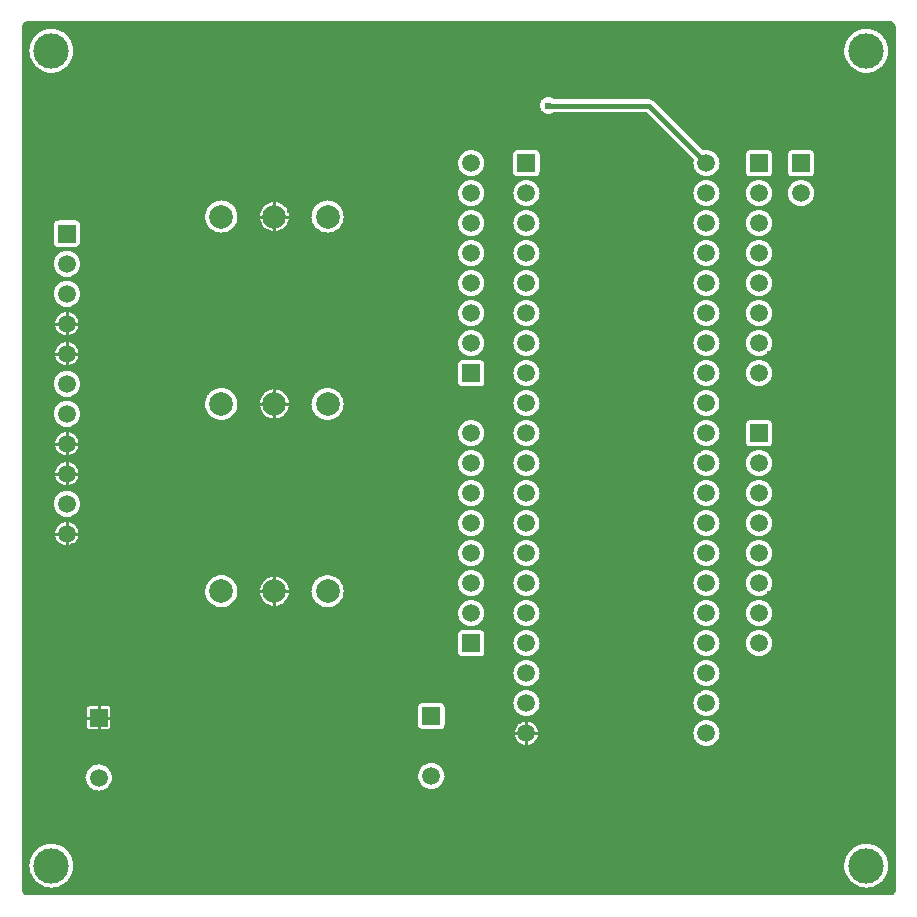
<source format=gbl>
G04 Layer_Physical_Order=2*
G04 Layer_Color=16711680*
%FSLAX24Y24*%
%MOIN*%
G70*
G01*
G75*
%ADD10C,0.0050*%
%ADD11C,0.0150*%
%ADD12C,0.0100*%
%ADD13C,0.0591*%
%ADD14R,0.0591X0.0591*%
%ADD15R,0.0591X0.0591*%
%ADD16C,0.0591*%
%ADD17C,0.0787*%
%ADD18C,0.1181*%
%ADD19C,0.0240*%
D10*
X225Y394D02*
G03*
X394Y225I169J0D01*
G01*
Y29303D02*
G03*
X225Y29134I0J-169D01*
G01*
X29134Y225D02*
G03*
X29303Y394I0J169D01*
G01*
X21277Y26697D02*
G03*
X21100Y26770I-177J-177D01*
G01*
X21277Y26697D02*
G03*
X21100Y26770I-177J-177D01*
G01*
X29303Y29134D02*
G03*
X29134Y29303I-169J0D01*
G01*
X225Y650D02*
X626D01*
X470Y225D02*
Y893D01*
X510Y225D02*
Y808D01*
X225Y490D02*
X845D01*
X225Y450D02*
X947D01*
X225Y610D02*
X669D01*
X225Y530D02*
X776D01*
X225Y570D02*
X716D01*
X225Y850D02*
X488D01*
X225Y810D02*
X509D01*
X225Y890D02*
X471D01*
X455Y931D02*
X490Y845D01*
X225Y930D02*
X455D01*
X225Y730D02*
X560D01*
X225Y690D02*
X592D01*
X225Y770D02*
X533D01*
X497Y832D02*
X560Y730D01*
X503Y820D02*
X551Y741D01*
X670Y225D02*
Y609D01*
X710Y225D02*
Y575D01*
X550Y225D02*
Y743D01*
X630Y225D02*
Y646D01*
X590Y225D02*
Y692D01*
X910Y225D02*
Y463D01*
X950Y225D02*
Y449D01*
X750Y225D02*
Y546D01*
X870Y225D02*
Y480D01*
X790Y225D02*
Y521D01*
X648Y628D02*
X718Y568D01*
X741Y551D02*
X820Y503D01*
X560Y730D02*
X638Y638D01*
X730Y560D01*
X568Y718D02*
X628Y648D01*
X845Y490D02*
X931Y455D01*
X990Y225D02*
Y438D01*
X730Y560D02*
X832Y497D01*
X830Y225D02*
Y498D01*
X832Y497D02*
X944Y451D01*
X225Y1130D02*
X416D01*
X225Y1090D02*
X419D01*
X225Y1250D02*
X417D01*
X225Y1170D02*
X413D01*
X225Y1210D02*
X414D01*
X225Y1010D02*
X433D01*
X225Y970D02*
X443D01*
X225Y1330D02*
X428D01*
X225Y1050D02*
X424D01*
X225Y1290D02*
X421D01*
X225Y1410D02*
X448D01*
X225Y1370D02*
X438D01*
X225Y1570D02*
X520D01*
X225Y1450D02*
X462D01*
X225Y1490D02*
X479D01*
X225Y1650D02*
X573D01*
X225Y1610D02*
X544D01*
X225Y1770D02*
X690D01*
X225Y1690D02*
X607D01*
X225Y1730D02*
X644D01*
X413Y1167D02*
X420Y1075D01*
X430Y225D02*
Y1024D01*
X413Y1195D02*
X420Y1288D01*
X413Y1181D02*
X423Y1061D01*
X413Y1181D02*
X423Y1301D01*
X424Y1047D02*
X446Y957D01*
X451Y944D02*
X497Y832D01*
X423Y1061D02*
X451Y944D01*
X423Y1301D02*
X450Y1416D01*
X424Y1315D02*
X446Y1405D01*
X451Y1418D02*
X497Y1530D01*
X455Y1432D02*
X490Y1518D01*
X225Y1530D02*
X497D01*
X497Y1530D02*
X559Y1630D01*
X503Y1542D02*
X551Y1622D01*
X560Y1632D02*
X638Y1724D01*
X568Y1644D02*
X628Y1715D01*
X640Y1726D02*
X728Y1801D01*
X648Y1734D02*
X718Y1795D01*
X732Y1804D02*
X831Y1864D01*
X1150Y225D02*
Y414D01*
X1190Y225D02*
Y413D01*
X1030Y225D02*
Y429D01*
X1110Y225D02*
Y417D01*
X1070Y225D02*
Y421D01*
X1230Y225D02*
Y416D01*
X1270Y225D02*
Y419D01*
X1310Y225D02*
Y424D01*
X1430Y225D02*
Y454D01*
X1390Y225D02*
Y442D01*
X1075Y420D02*
X1167Y413D01*
X1195D02*
X1288Y420D01*
X944Y451D02*
X1061Y423D01*
X1181Y413D01*
X957Y446D02*
X1047Y424D01*
X1181Y413D02*
X1301Y423D01*
X1350Y225D02*
Y433D01*
X1301Y423D02*
X1418Y451D01*
X1315Y424D02*
X1405Y446D01*
X1418Y451D02*
X1530Y497D01*
X1470Y225D02*
Y471D01*
X1510Y225D02*
Y487D01*
X1550Y225D02*
Y508D01*
X1630Y225D02*
Y558D01*
X1590Y225D02*
Y532D01*
X1670Y225D02*
Y590D01*
X1710Y225D02*
Y624D01*
X1790Y225D02*
Y713D01*
X1870Y225D02*
Y841D01*
X1830Y225D02*
Y772D01*
X1432Y455D02*
X1518Y490D01*
X1542Y503D02*
X1622Y551D01*
X1530Y497D02*
X1630Y559D01*
X1632Y560D02*
X1724Y638D01*
X1644Y568D02*
X1715Y628D01*
X1734Y648D02*
X1795Y718D01*
X1750Y225D02*
Y666D01*
X1726Y640D02*
X1801Y728D01*
X1804Y732D02*
X1864Y831D01*
X1811Y741D02*
X1859Y820D01*
X1872Y845D02*
X1908Y931D01*
X1910Y225D02*
Y940D01*
X1866Y835D02*
X1911Y944D01*
X1912Y946D02*
X1939Y1059D01*
X1916Y957D02*
X1938Y1047D01*
X1940Y1063D02*
X1949Y1181D01*
X1942Y1075D02*
X1949Y1167D01*
X1912Y1416D02*
X1939Y1303D01*
X1940Y1299D02*
X1949Y1181D01*
X1942Y1288D02*
X1949Y1195D01*
X1726Y1722D02*
X1801Y1634D01*
X1734Y1715D02*
X1795Y1644D01*
X1532Y1864D02*
X1630Y1804D01*
X1634Y1801D02*
X1722Y1726D01*
X1644Y1795D02*
X1715Y1734D01*
X1872Y1518D02*
X1908Y1432D01*
X1916Y1405D02*
X1938Y1315D01*
X1804Y1630D02*
X1864Y1532D01*
X1866Y1528D02*
X1911Y1421D01*
X1811Y1622D02*
X1859Y1542D01*
X2750Y225D02*
Y3648D01*
X2790Y225D02*
Y3650D01*
X2710Y225D02*
Y3652D01*
X2870Y225D02*
Y3662D01*
X2830Y225D02*
Y3654D01*
X2910Y225D02*
Y3674D01*
X2950Y225D02*
Y3688D01*
X2990Y225D02*
Y3710D01*
X3070Y225D02*
Y3766D01*
X3030Y225D02*
Y3733D01*
X2430Y225D02*
Y3782D01*
X2470Y225D02*
Y3750D01*
X2310Y225D02*
Y3983D01*
X2390Y225D02*
Y3830D01*
X2350Y225D02*
Y3889D01*
X2630Y225D02*
Y3668D01*
X2670Y225D02*
Y3656D01*
X2510Y225D02*
Y3720D01*
X2590Y225D02*
Y3680D01*
X2550Y225D02*
Y3699D01*
X225Y1850D02*
X805D01*
X225Y1810D02*
X740D01*
X225Y3930D02*
X2328D01*
X225Y1890D02*
X888D01*
X225Y1930D02*
X1015D01*
X225Y3770D02*
X2445D01*
X225Y3730D02*
X2494D01*
X225Y3890D02*
X2350D01*
X225Y3810D02*
X2406D01*
X225Y3850D02*
X2373D01*
X225Y4090D02*
X2290D01*
X225Y4050D02*
X2294D01*
X225Y4210D02*
X2296D01*
X225Y4130D02*
X2288D01*
X225Y4170D02*
X2292D01*
X225Y4010D02*
X2302D01*
X225Y3970D02*
X2314D01*
X225Y4330D02*
X2339D01*
X225Y4250D02*
X2308D01*
X225Y4290D02*
X2320D01*
X741Y1811D02*
X820Y1859D01*
X845Y1872D02*
X931Y1908D01*
X835Y1866D02*
X944Y1911D01*
X946Y1912D02*
X1059Y1939D01*
X957Y1916D02*
X1047Y1938D01*
X1432Y1908D02*
X1518Y1872D01*
X1542Y1859D02*
X1622Y1811D01*
X1303Y1939D02*
X1416Y1912D01*
X1421Y1911D02*
X1528Y1866D01*
X1315Y1938D02*
X1405Y1916D01*
X1063Y1940D02*
X1179Y1949D01*
X1183D02*
X1299Y1940D01*
X1075Y1942D02*
X1167Y1949D01*
X1195D02*
X1288Y1942D01*
X2287Y4120D02*
X2297Y4212D01*
X2323Y3939D02*
X2367Y3857D01*
X2426Y3786D01*
X2287Y4120D02*
X2297Y4028D01*
X2323Y3939D01*
X2297Y4212D02*
X2323Y4301D01*
X225Y5810D02*
X2340D01*
X225Y5770D02*
X2351D01*
X225Y5930D02*
X2337D01*
X225Y5850D02*
X2337D01*
X225Y5890D02*
X2337D01*
X225Y4410D02*
X2390D01*
X225Y4370D02*
X2360D01*
X225Y5730D02*
X2382D01*
X225Y4450D02*
X2422D01*
X225Y4490D02*
X2470D01*
X225Y6010D02*
X2337D01*
X225Y5970D02*
X2337D01*
X225Y6130D02*
X2337D01*
X225Y6050D02*
X2337D01*
X225Y6090D02*
X2337D01*
X225Y6410D02*
X2337D01*
X225Y6370D02*
X2337D01*
X225Y6530D02*
X2411D01*
X225Y6450D02*
X2344D01*
X225Y6490D02*
X2364D01*
X2323Y4301D02*
X2367Y4383D01*
X2390Y4410D02*
Y5724D01*
X2337Y5825D02*
X2347Y5776D01*
X2350Y4351D02*
Y5771D01*
X2347Y5776D02*
X2375Y5735D01*
X2367Y4383D02*
X2426Y4454D01*
X2470Y4490D02*
Y5697D01*
X2375Y5735D02*
X2416Y5707D01*
X2430Y4458D02*
Y5704D01*
X2416Y5707D02*
X2465Y5697D01*
X225Y6210D02*
X2337D01*
X225Y6170D02*
X2337D01*
X225Y6250D02*
X2337D01*
Y5825D02*
Y6415D01*
X225Y6290D02*
X2337D01*
X225Y6330D02*
X2337D01*
Y6415D02*
X2347Y6464D01*
X2375Y6505D01*
X2416Y6533D01*
X2465Y6543D01*
X225Y3690D02*
X2567D01*
X2497Y3727D02*
X2579Y3683D01*
X2426Y3786D02*
X2497Y3727D01*
X2426Y4454D02*
X2497Y4513D01*
X2510Y4520D02*
Y5697D01*
X225Y3650D02*
X2734D01*
X2760Y3647D02*
X2852Y3657D01*
X2497Y4513D02*
X2579Y4557D01*
X2668Y3657D02*
X2760Y3647D01*
X2579Y3683D02*
X2668Y3657D01*
X225Y4570D02*
X2623D01*
X225Y4530D02*
X2529D01*
X2550Y4541D02*
Y5697D01*
X2590Y4560D02*
Y5697D01*
X2630Y4572D02*
Y5697D01*
X2579Y4557D02*
X2668Y4583D01*
X2760Y4593D01*
X2465Y5697D02*
X3055D01*
X2670Y4584D02*
Y5697D01*
X2710Y4588D02*
Y5697D01*
X2852Y3657D02*
X2941Y3683D01*
X3023Y3727D01*
X3094Y3786D01*
X3023Y4513D02*
X3094Y4454D01*
X3030Y4507D02*
Y5697D01*
X3075Y3770D02*
X13601D01*
X3094Y3786D02*
X3153Y3857D01*
X3050Y4490D02*
X13504D01*
X3094Y4454D02*
X3153Y4383D01*
X3098Y4450D02*
X13471D01*
X2760Y4593D02*
X2852Y4583D01*
X2941Y4557D01*
X2790Y4590D02*
Y5697D01*
X2870Y4578D02*
Y5697D01*
X2830Y4586D02*
Y5697D01*
X2941Y4557D02*
X3023Y4513D01*
X2991Y4530D02*
X13547D01*
X2897Y4570D02*
X13601D01*
X2990Y4530D02*
Y5697D01*
X2950Y4552D02*
Y5697D01*
X225Y9930D02*
X6444D01*
X225Y9890D02*
X6490D01*
X225Y10050D02*
X6355D01*
X225Y9970D02*
X6410D01*
X225Y10010D02*
X6379D01*
X225Y6610D02*
X13456D01*
X225Y6570D02*
X13414D01*
X225Y9850D02*
X6545D01*
X225Y9770D02*
X6746D01*
X225Y9810D02*
X6619D01*
X225Y10130D02*
X6317D01*
X225Y10090D02*
X6334D01*
X225Y10530D02*
X6317D01*
X225Y10170D02*
X6304D01*
X225Y10210D02*
X6294D01*
X225Y10610D02*
X6355D01*
X225Y10570D02*
X6334D01*
X225Y10770D02*
X6490D01*
X225Y10650D02*
X6379D01*
X225Y10730D02*
X6444D01*
X2750Y4592D02*
Y5697D01*
X2910Y4566D02*
Y5697D01*
X3055D02*
X3104Y5707D01*
X3070Y4474D02*
Y5700D01*
X3104Y5707D02*
X3145Y5735D01*
X3104Y6533D02*
X3145Y6505D01*
X2465Y6543D02*
X3055D01*
X3104Y6533D01*
X225Y10370D02*
X6283D01*
X225Y10290D02*
X6283D01*
X225Y10330D02*
X6280D01*
X225Y10410D02*
X6286D01*
X225Y10250D02*
X6286D01*
X225Y10690D02*
X6410D01*
X225Y10450D02*
X6294D01*
X225Y10490D02*
X6304D01*
X3110Y225D02*
Y3805D01*
X3150Y225D02*
Y3854D01*
X3153Y3857D02*
X3197Y3939D01*
X3230Y225D02*
Y4094D01*
X3190Y225D02*
Y3927D01*
X6710Y225D02*
Y9779D01*
X6750Y225D02*
Y9769D01*
X6590Y225D02*
Y9822D01*
X6670Y225D02*
Y9789D01*
X6630Y225D02*
Y9806D01*
X3110Y4435D02*
Y5711D01*
X3150Y4386D02*
Y5742D01*
X3145Y5735D02*
X3173Y5776D01*
X3183Y5825D01*
Y6415D01*
X3197Y3939D02*
X3223Y4028D01*
X3233Y4120D01*
X3153Y4383D02*
X3197Y4301D01*
X3223Y4212D02*
X3233Y4120D01*
X3197Y4301D02*
X3223Y4212D01*
X8590Y225D02*
Y9812D01*
X8630Y225D02*
Y9810D01*
X8510Y225D02*
Y9823D01*
X8670Y225D02*
Y9814D01*
X8550Y225D02*
Y9815D01*
X10190Y225D02*
Y9797D01*
X10230Y225D02*
Y9784D01*
X8710Y225D02*
Y9818D01*
X10150Y225D02*
Y9814D01*
X8750Y225D02*
Y9828D01*
X6830Y225D02*
Y9761D01*
X6870Y225D02*
Y9761D01*
X6790Y225D02*
Y9764D01*
X6950Y225D02*
Y9769D01*
X6910Y225D02*
Y9764D01*
X6990Y225D02*
Y9779D01*
X7030Y225D02*
Y9789D01*
X7070Y225D02*
Y9806D01*
X8470Y225D02*
Y9833D01*
X7110Y225D02*
Y9822D01*
X7270Y225D02*
Y9946D01*
X7310Y225D02*
Y9993D01*
X7350Y225D02*
Y10057D01*
X8110Y225D02*
Y10232D01*
X7390Y225D02*
Y10148D01*
X8270Y225D02*
Y9947D01*
X8310Y225D02*
Y9913D01*
X8150Y225D02*
Y10109D01*
X8230Y225D02*
Y9988D01*
X8190Y225D02*
Y10039D01*
X6430Y225D02*
Y9946D01*
X6470Y225D02*
Y9907D01*
X6310Y225D02*
Y10148D01*
X6390Y225D02*
Y9993D01*
X6350Y225D02*
Y10057D01*
X6550Y225D02*
Y9847D01*
X7150Y225D02*
Y9847D01*
X6510Y225D02*
Y9872D01*
X7230Y225D02*
Y9907D01*
X7190Y225D02*
Y9872D01*
X9070Y225D02*
Y10072D01*
X9910Y225D02*
Y10025D01*
X9110Y225D02*
Y10158D01*
X9870Y225D02*
Y10099D01*
X9830Y225D02*
Y10226D01*
X10070Y225D02*
Y9859D01*
X10110Y225D02*
Y9835D01*
X9950Y225D02*
Y9970D01*
X10030Y225D02*
Y9890D01*
X9990Y225D02*
Y9924D01*
X8430Y225D02*
Y9847D01*
X8790Y225D02*
Y9839D01*
X8350Y225D02*
Y9887D01*
X8830Y225D02*
Y9856D01*
X8390Y225D02*
Y9864D01*
X8870Y225D02*
Y9875D01*
X8910Y225D02*
Y9899D01*
X8950Y225D02*
Y9930D01*
X9030Y225D02*
Y10011D01*
X8990Y225D02*
Y9965D01*
X3218Y4010D02*
X13407D01*
X3226Y4050D02*
X13395D01*
X3230Y4090D02*
X13385D01*
X13377Y4170D02*
X13387Y4078D01*
X3232Y4130D02*
X13381D01*
X3114Y3810D02*
X13547D01*
X3147Y3850D02*
X13504D01*
X3170Y3890D02*
X13471D01*
X3192Y3930D02*
X13445D01*
X3206Y3970D02*
X13424D01*
X3224Y4210D02*
X13381D01*
X3228Y4170D02*
X13377D01*
X3200Y4290D02*
X13395D01*
X13377Y4170D02*
X13387Y4262D01*
X3212Y4250D02*
X13385D01*
X3181Y4330D02*
X13407D01*
X13387Y4262D02*
X13413Y4351D01*
X3130Y4410D02*
X13445D01*
X3160Y4370D02*
X13424D01*
X3138Y5730D02*
X13456D01*
X13430Y225D02*
Y3958D01*
X13470Y225D02*
Y3892D01*
X13387Y4078D02*
X13413Y3989D01*
X13390Y225D02*
Y4066D01*
X13413Y3989D02*
X13457Y3907D01*
X13550Y225D02*
Y3808D01*
X13590Y225D02*
Y3776D01*
X13457Y3907D02*
X13516Y3836D01*
X13510Y225D02*
Y3843D01*
X13516Y3836D02*
X13587Y3777D01*
X13413Y4351D02*
X13457Y4433D01*
X13516Y4504D01*
X13466Y5722D02*
X13509Y5704D01*
X13470Y4448D02*
Y5720D01*
X13510Y4497D02*
Y5704D01*
X13516Y4504D02*
X13587Y4563D01*
X13630Y4586D02*
Y5698D01*
X13509Y5704D02*
X13555Y5698D01*
X13550Y4532D02*
Y5699D01*
X13590Y4564D02*
Y5698D01*
X10350Y225D02*
Y9763D01*
X10390Y225D02*
Y9760D01*
X10270Y225D02*
Y9774D01*
X10430Y225D02*
Y9763D01*
X10310Y225D02*
Y9766D01*
X3169Y5770D02*
X13414D01*
X3180Y5810D02*
X13392D01*
X3183Y5930D02*
X13378D01*
X3183Y5850D02*
X13381D01*
X3183Y5890D02*
X13378D01*
X3183Y6210D02*
X13378D01*
X3183Y6170D02*
X13378D01*
X3183Y6330D02*
X13378D01*
X3183Y6250D02*
X13378D01*
X3183Y6290D02*
X13378D01*
X3183Y6010D02*
X13378D01*
X3183Y5970D02*
X13378D01*
X3183Y6130D02*
X13378D01*
X3183Y6050D02*
X13378D01*
X3183Y6090D02*
X13378D01*
X10470Y225D02*
Y9766D01*
X10510Y225D02*
Y9774D01*
X10550Y225D02*
Y9784D01*
X10630Y225D02*
Y9814D01*
X10590Y225D02*
Y9797D01*
X10670Y225D02*
Y9835D01*
X10710Y225D02*
Y9859D01*
X10750Y225D02*
Y9890D01*
X10830Y225D02*
Y9970D01*
X10790Y225D02*
Y9924D01*
X13378Y5875D02*
Y6465D01*
Y5875D02*
X13384Y5829D01*
X10870Y225D02*
Y10025D01*
X10950Y225D02*
Y10226D01*
X10910Y225D02*
Y10099D01*
X13430Y5750D02*
X13466Y5722D01*
X13430Y4382D02*
Y5750D01*
X13384Y5829D02*
X13402Y5786D01*
X13390Y4274D02*
Y5815D01*
X13402Y5786D02*
X13430Y5750D01*
X3145Y6505D02*
X3173Y6464D01*
X3183Y6415D01*
X6515Y9868D02*
X6591Y9822D01*
X6674Y9787D02*
X6761Y9767D01*
X6591Y9822D02*
X6674Y9787D01*
X6761Y9767D02*
X6850Y9760D01*
X6939Y9767D01*
X7026Y9787D01*
X7109Y9822D01*
X7081Y9810D02*
X8616D01*
X6447Y9927D02*
X6515Y9868D01*
X7109Y9822D02*
X7185Y9868D01*
X6307Y10154D02*
X6342Y10071D01*
X6388Y9995D02*
X6447Y9927D01*
X6342Y10071D02*
X6388Y9995D01*
X7155Y9850D02*
X8423D01*
X7210Y9890D02*
X8345D01*
X7185Y9868D02*
X7253Y9927D01*
X7312Y9995D01*
X7256Y9930D02*
X8290D01*
X8384Y9866D02*
X8459Y9835D01*
X8539Y9816D01*
X8199Y10024D02*
X8252Y9962D01*
X8314Y9909D02*
X8384Y9866D01*
X8252Y9962D02*
X8314Y9909D01*
X8539Y9816D02*
X8620Y9810D01*
X8701Y9816D01*
X8781Y9835D01*
X8856Y9866D01*
X8926Y9909D01*
X7312Y9995D02*
X7358Y10071D01*
X7383Y10130D02*
X8141D01*
X7358Y10071D02*
X7393Y10154D01*
X8125Y10169D02*
X8156Y10094D01*
X7396Y10170D02*
X8125D01*
X7290Y9970D02*
X8245D01*
X7321Y10010D02*
X8211D01*
X7345Y10050D02*
X8183D01*
X8156Y10094D02*
X8199Y10024D01*
X7366Y10090D02*
X8159D01*
X6280Y10330D02*
X6287Y10241D01*
X6307Y10154D01*
X6280Y10330D02*
X6287Y10419D01*
X6307Y10506D01*
X6342Y10589D01*
X7393Y10154D02*
X7413Y10241D01*
X7396Y10490D02*
X8125D01*
X7358Y10589D02*
X7393Y10506D01*
X7413Y10419D01*
X7383Y10530D02*
X8141D01*
X6342Y10589D02*
X6388Y10665D01*
X7366Y10570D02*
X8159D01*
X6388Y10665D02*
X6447Y10733D01*
X7312Y10665D02*
X7358Y10589D01*
X7253Y10733D02*
X7312Y10665D01*
X7321Y10650D02*
X8211D01*
X7345Y10610D02*
X8183D01*
X7210Y10770D02*
X8345D01*
X7290Y10690D02*
X8245D01*
X7256Y10730D02*
X8290D01*
X7414Y10250D02*
X8106D01*
X7417Y10290D02*
X8103D01*
X7413Y10241D02*
X7420Y10330D01*
X8100D02*
X8106Y10411D01*
X7420Y10330D02*
X8100D01*
X7406Y10210D02*
X8115D01*
X8106Y10249D02*
X8125Y10169D01*
X8100Y10330D02*
X8106Y10249D01*
X7414Y10410D02*
X8106D01*
X7417Y10370D02*
X8103D01*
X7406Y10450D02*
X8115D01*
X7413Y10419D02*
X7420Y10330D01*
X8106Y10411D02*
X8125Y10491D01*
X8156Y10566D01*
X8199Y10636D01*
X8252Y10698D01*
X8926Y10751D02*
X8988Y10698D01*
X8252D02*
X8314Y10751D01*
X6954Y9770D02*
X10286D01*
X8624Y9810D02*
X10159D01*
X8817Y9850D02*
X10085D01*
X8895Y9890D02*
X10030D01*
X8926Y9909D02*
X8988Y9962D01*
X3183Y6410D02*
X13378D01*
X3183Y6370D02*
X13378D01*
X3109Y6530D02*
X13392D01*
X3176Y6450D02*
X13378D01*
X3156Y6490D02*
X13381D01*
X8988Y9962D02*
X9041Y10024D01*
X9081Y10090D02*
X9874D01*
X9041Y10024D02*
X9084Y10094D01*
X9847Y10154D02*
X9882Y10071D01*
X9099Y10130D02*
X9857D01*
X8950Y9930D02*
X9984D01*
X8995Y9970D02*
X9950D01*
X9029Y10010D02*
X9919D01*
X9882Y10071D02*
X9928Y9995D01*
X9057Y10050D02*
X9895D01*
X10301Y9767D02*
X10390Y9760D01*
X13378Y6465D02*
X13384Y6511D01*
X10214Y9787D02*
X10301Y9767D01*
X10390Y9760D02*
X10479Y9767D01*
X10566Y9787D01*
X13384Y6511D02*
X13402Y6554D01*
X13430Y6590D01*
X13466Y6618D01*
X13509Y6636D01*
X13555Y6642D01*
X10131Y9822D02*
X10214Y9787D01*
X10566D02*
X10649Y9822D01*
X9928Y9995D02*
X9987Y9927D01*
X10055Y9868D02*
X10131Y9822D01*
X9987Y9927D02*
X10055Y9868D01*
X10649Y9822D02*
X10725Y9868D01*
X10793Y9927D01*
X10852Y9995D01*
X10898Y10071D01*
X10933Y10154D01*
X9084Y10094D02*
X9115Y10169D01*
X9134Y10249D01*
X9140Y10330D01*
X9115Y10491D02*
X9134Y10411D01*
X9115Y10170D02*
X9844D01*
X9125Y10210D02*
X9834D01*
X9115Y10490D02*
X9844D01*
X9134Y10411D02*
X9140Y10330D01*
X9125Y10450D02*
X9834D01*
X9084Y10566D02*
X9115Y10491D01*
X9099Y10530D02*
X9857D01*
X8988Y10698D02*
X9041Y10636D01*
X9084Y10566D01*
X9081Y10570D02*
X9874D01*
X9029Y10650D02*
X9919D01*
X9057Y10610D02*
X9895D01*
X8895Y10770D02*
X10030D01*
X8995Y10690D02*
X9950D01*
X8950Y10730D02*
X9984D01*
X9134Y10250D02*
X9826D01*
X9137Y10290D02*
X9823D01*
X9137Y10370D02*
X9823D01*
X9820Y10330D02*
X9827Y10241D01*
X9140Y10330D02*
X9820D01*
X9827Y10241D02*
X9847Y10154D01*
X10933D02*
X10953Y10241D01*
X9820Y10330D02*
X9827Y10419D01*
X10953Y10241D02*
X10960Y10330D01*
X10953Y10419D02*
X10960Y10330D01*
X9134Y10410D02*
X9826D01*
X9827Y10419D02*
X9847Y10506D01*
X9882Y10589D01*
X9928Y10665D01*
X9987Y10733D01*
X10898Y10589D02*
X10933Y10506D01*
X10953Y10419D01*
X10725Y10792D02*
X10793Y10733D01*
X10852Y10665D02*
X10898Y10589D01*
X10793Y10733D02*
X10852Y10665D01*
X225Y12170D02*
X1286D01*
X225Y12130D02*
X1297D01*
X225Y12290D02*
X1282D01*
X225Y12210D02*
X1282D01*
X225Y12250D02*
X1278D01*
X225Y11970D02*
X1386D01*
X225Y11930D02*
X1427D01*
X225Y12090D02*
X1309D01*
X225Y12010D02*
X1353D01*
X225Y12050D02*
X1330D01*
X225Y12370D02*
X1297D01*
X225Y12330D02*
X1286D01*
X225Y12970D02*
X1321D01*
X225Y12410D02*
X1309D01*
X225Y12450D02*
X1330D01*
X225Y12530D02*
X1386D01*
X225Y12490D02*
X1353D01*
X225Y12930D02*
X1354D01*
X225Y12570D02*
X1427D01*
X225Y12850D02*
X1451D01*
X1310Y12088D02*
X1349Y12015D01*
X1310Y1938D02*
Y12088D01*
X1278Y12250D02*
X1286Y12332D01*
Y12168D02*
X1310Y12088D01*
X1278Y12250D02*
X1286Y12168D01*
X1401Y11951D02*
X1465Y11899D01*
X1430Y1908D02*
Y11928D01*
X1349Y12015D02*
X1401Y11951D01*
X1390Y1920D02*
Y11965D01*
X1350Y1929D02*
Y12014D01*
X1286Y12332D02*
X1310Y12412D01*
X1349Y12485D01*
X1310Y12412D02*
Y12984D01*
X1350Y12486D02*
Y12935D01*
X1390Y12535D02*
Y12896D01*
X1349Y12485D02*
X1401Y12549D01*
X1465Y12601D01*
X225Y12890D02*
X1397D01*
X1430Y12572D02*
Y12863D01*
X1366Y12916D02*
X1437Y12857D01*
X225Y394D02*
Y29134D01*
X230Y353D02*
Y29175D01*
X270Y279D02*
Y29249D01*
X350Y231D02*
Y29297D01*
X310Y247D02*
Y29280D01*
X510Y1554D02*
Y27974D01*
X550Y1619D02*
Y27908D01*
X390Y225D02*
Y29303D01*
X430Y1338D02*
Y28189D01*
X470Y1469D02*
Y28059D01*
X225Y13250D02*
X1227D01*
X225Y13210D02*
X1231D01*
X590Y1670D02*
Y27857D01*
X630Y1716D02*
Y27811D01*
X670Y1753D02*
Y27774D01*
X225Y13050D02*
X1274D01*
X225Y13010D02*
X1295D01*
X225Y13170D02*
X1235D01*
X225Y13090D02*
X1257D01*
X225Y13130D02*
X1245D01*
X830Y1864D02*
Y27664D01*
X870Y1883D02*
Y27645D01*
X710Y1787D02*
Y27740D01*
X750Y1817D02*
Y27711D01*
X790Y1841D02*
Y27686D01*
X1030Y1934D02*
Y27594D01*
X1070Y1941D02*
Y27586D01*
X910Y1899D02*
Y27628D01*
X950Y1913D02*
Y27614D01*
X990Y1924D02*
Y27603D01*
X1227Y13250D02*
X1237Y13158D01*
X1230Y1947D02*
Y13224D01*
X1110Y1945D02*
Y27583D01*
X1150Y1948D02*
Y27579D01*
X1190Y1949D02*
Y27578D01*
X1270Y1944D02*
Y13057D01*
X1307Y12987D02*
X1366Y12916D01*
X1227Y13250D02*
X1237Y13342D01*
X1263Y13069D02*
X1307Y12987D01*
X1237Y13158D02*
X1263Y13069D01*
X1590Y1830D02*
Y11844D01*
X1630Y1804D02*
Y11835D01*
X1470Y1892D02*
Y11896D01*
X1550Y1855D02*
Y11856D01*
X1510Y1875D02*
Y11875D01*
X225Y10850D02*
X6619D01*
X225Y10810D02*
X6545D01*
X1670Y1772D02*
Y11831D01*
X1750Y1696D02*
Y11833D01*
X1710Y1738D02*
Y11829D01*
X225Y11850D02*
X1571D01*
X1618Y11836D02*
X1700Y11828D01*
X225Y11890D02*
X1482D01*
X1538Y11860D02*
X1618Y11836D01*
X1465Y11899D02*
X1538Y11860D01*
X225Y10890D02*
X6746D01*
X1700Y11828D02*
X1782Y11836D01*
X1790Y1649D02*
Y11838D01*
X1830Y1590D02*
Y11850D01*
X1782Y11836D02*
X1862Y11860D01*
X1910Y1423D02*
Y11886D01*
X1870Y1521D02*
Y11864D01*
X1950Y225D02*
Y11911D01*
X1990Y225D02*
Y11944D01*
X2030Y225D02*
Y11990D01*
X2110Y225D02*
Y12154D01*
X2070Y225D02*
Y12051D01*
X1862Y11860D02*
X1935Y11899D01*
X1999Y11951D01*
X2051Y12015D01*
X2090Y12088D01*
X1999Y12549D02*
X2051Y12485D01*
X2090Y12088D02*
X2114Y12168D01*
X2122Y12250D01*
X2051Y12485D02*
X2090Y12412D01*
X2114Y12332D02*
X2122Y12250D01*
X2090Y12412D02*
X2114Y12332D01*
X225Y12610D02*
X1482D01*
X1465Y12601D02*
X1538Y12640D01*
X1470Y12604D02*
Y12840D01*
X1510Y12625D02*
Y12818D01*
X1550Y12644D02*
Y12804D01*
X225Y12650D02*
X1571D01*
X1538Y12640D02*
X1618Y12664D01*
X1590Y12656D02*
Y12792D01*
X1618Y12664D02*
X1700Y12672D01*
X1630Y12665D02*
Y12784D01*
X1670Y12669D02*
Y12780D01*
X225Y12810D02*
X1530D01*
X1519Y12813D02*
X1608Y12787D01*
X1437Y12857D02*
X1519Y12813D01*
X1700Y12672D02*
X1782Y12664D01*
X1710Y12671D02*
Y12778D01*
X1608Y12787D02*
X1700Y12777D01*
X1750Y12667D02*
Y12782D01*
X1700Y12777D02*
X1792Y12787D01*
X1862Y12640D02*
X1935Y12601D01*
X1870Y12636D02*
Y12810D01*
X1910Y12614D02*
Y12829D01*
X1990Y12556D02*
Y12880D01*
X1950Y12589D02*
Y12850D01*
X1935Y12601D02*
X1999Y12549D01*
X2030Y12510D02*
Y12912D01*
X2070Y12449D02*
Y12960D01*
X2150Y225D02*
Y13113D01*
X2110Y12346D02*
Y13019D01*
X1782Y12664D02*
X1862Y12640D01*
X1790Y12662D02*
Y12786D01*
X1792Y12787D02*
X1881Y12813D01*
X1830Y12650D02*
Y12798D01*
X1881Y12813D02*
X1963Y12857D01*
X2034Y12916D01*
X2093Y12987D01*
X2137Y13069D01*
X2163Y13158D01*
Y13342D02*
X2173Y13250D01*
X225Y13330D02*
X1235D01*
X225Y13290D02*
X1231D01*
X225Y13450D02*
X1274D01*
X225Y13370D02*
X1245D01*
X225Y13410D02*
X1257D01*
X225Y13530D02*
X1321D01*
X225Y13490D02*
X1295D01*
X225Y13650D02*
X1451D01*
X225Y13570D02*
X1354D01*
X225Y13610D02*
X1397D01*
X225Y14170D02*
X1286D01*
X225Y14130D02*
X1297D01*
X225Y14290D02*
X1282D01*
X225Y14210D02*
X1282D01*
X225Y14250D02*
X1278D01*
X225Y13890D02*
X1482D01*
X225Y13690D02*
X1530D01*
X225Y14090D02*
X1309D01*
X225Y13930D02*
X1427D01*
X225Y13970D02*
X1386D01*
X1237Y13342D02*
X1263Y13431D01*
X1307Y13513D01*
X1366Y13584D01*
X1310Y13516D02*
Y14088D01*
X1350Y13565D02*
Y14014D01*
X1366Y13584D02*
X1437Y13643D01*
X1519Y13687D01*
X1390Y13604D02*
Y13965D01*
X1430Y13637D02*
Y13928D01*
X1470Y13660D02*
Y13896D01*
X225Y14050D02*
X1330D01*
X225Y14010D02*
X1353D01*
X1278Y14250D02*
X1286Y14168D01*
X1310Y14088D02*
X1349Y14015D01*
X1286Y14168D02*
X1310Y14088D01*
X1510Y13682D02*
Y13875D01*
X1550Y13696D02*
Y13856D01*
X1349Y14015D02*
X1401Y13951D01*
X1465Y13899D02*
X1538Y13860D01*
X1401Y13951D02*
X1465Y13899D01*
X225Y14370D02*
X1297D01*
X225Y14330D02*
X1286D01*
X225Y14410D02*
X1309D01*
X1230Y13276D02*
Y16224D01*
X1270Y13443D02*
Y16057D01*
X225Y14490D02*
X1353D01*
X225Y14450D02*
X1330D01*
X225Y14610D02*
X1482D01*
X225Y14530D02*
X1386D01*
X225Y14570D02*
X1427D01*
X225Y15130D02*
X1297D01*
X225Y15090D02*
X1309D01*
X225Y15250D02*
X1278D01*
X225Y15170D02*
X1286D01*
X225Y15210D02*
X1282D01*
X225Y14930D02*
X1427D01*
X225Y14890D02*
X1482D01*
X225Y15050D02*
X1330D01*
X225Y14970D02*
X1386D01*
X225Y15010D02*
X1353D01*
X1278Y14250D02*
X1286Y14332D01*
X1310Y14412D01*
X1349Y14485D01*
X1310Y14412D02*
Y15088D01*
X1350Y14486D02*
Y15014D01*
X1349Y14485D02*
X1401Y14549D01*
X1465Y14601D01*
X1390Y14535D02*
Y14965D01*
X1430Y14572D02*
Y14928D01*
X1465Y14601D02*
X1538Y14640D01*
X1310Y15088D02*
X1349Y15015D01*
X1401Y14951D01*
X1278Y15250D02*
X1286Y15332D01*
Y15168D02*
X1310Y15088D01*
X1278Y15250D02*
X1286Y15168D01*
X1510Y14625D02*
Y14875D01*
X1550Y14644D02*
Y14856D01*
X1401Y14951D02*
X1465Y14899D01*
X1470Y14604D02*
Y14896D01*
X1465Y14899D02*
X1538Y14860D01*
X1519Y13687D02*
X1608Y13713D01*
X1700Y13723D01*
X1590Y13708D02*
Y13844D01*
X1630Y13716D02*
Y13835D01*
X1670Y13720D02*
Y13831D01*
X1700Y13723D02*
X1792Y13713D01*
X1881Y13687D01*
X1750Y13718D02*
Y13833D01*
X1830Y13702D02*
Y13850D01*
X1790Y13714D02*
Y13838D01*
X1618Y13836D02*
X1700Y13828D01*
X1710Y13722D02*
Y13829D01*
X225Y13850D02*
X1571D01*
X1538Y13860D02*
X1618Y13836D01*
X1700Y13828D02*
X1782Y13836D01*
X1862Y13860D01*
X1935Y13899D01*
X1881Y13687D02*
X1963Y13643D01*
X2034Y13584D01*
X1950Y13650D02*
Y13911D01*
X2030Y13588D02*
Y13990D01*
X1990Y13620D02*
Y13944D01*
X2093Y13513D02*
X2137Y13431D01*
X2163Y13342D01*
X2034Y13584D02*
X2093Y13513D01*
X2110Y13481D02*
Y14154D01*
X2070Y13540D02*
Y14051D01*
X1870Y13690D02*
Y13864D01*
X1910Y13671D02*
Y13886D01*
X1935Y13899D02*
X1999Y13951D01*
X2051Y14015D01*
X2090Y14088D01*
X2114Y14168D01*
X2122Y14250D01*
X2051Y14485D02*
X2090Y14412D01*
X2114Y14332D02*
X2122Y14250D01*
X2090Y14412D02*
X2114Y14332D01*
X225Y14650D02*
X1571D01*
X1538Y14640D02*
X1618Y14664D01*
X1590Y14656D02*
Y14844D01*
X1630Y14665D02*
Y14835D01*
X1670Y14669D02*
Y14831D01*
X1782Y14664D02*
X1862Y14640D01*
X1618Y14664D02*
X1700Y14672D01*
X1782Y14664D01*
X1750Y14667D02*
Y14833D01*
X1618Y14836D02*
X1700Y14828D01*
X1710Y14671D02*
Y14829D01*
X225Y14850D02*
X1571D01*
X1538Y14860D02*
X1618Y14836D01*
X1700Y14828D02*
X1782Y14836D01*
X1862Y14860D01*
Y14640D02*
X1935Y14601D01*
X1999Y14549D01*
X1910Y14614D02*
Y14886D01*
X1990Y14556D02*
Y14944D01*
X1950Y14589D02*
Y14911D01*
X1999Y14549D02*
X2051Y14485D01*
X2030Y14510D02*
Y14990D01*
X2070Y14449D02*
Y15051D01*
X2150Y13387D02*
Y16113D01*
X2110Y14346D02*
Y15154D01*
X1790Y14662D02*
Y14838D01*
X1830Y14650D02*
Y14850D01*
X1862Y14860D02*
X1935Y14899D01*
X1870Y14636D02*
Y14864D01*
X1935Y14899D02*
X1999Y14951D01*
X2051Y15015D01*
X2090Y15088D01*
X2114Y15168D01*
X2122Y15250D01*
X2114Y15332D02*
X2122Y15250D01*
X5270Y225D02*
Y29303D01*
X5310Y225D02*
Y29303D01*
X5150Y225D02*
Y29303D01*
X5230Y225D02*
Y29303D01*
X5190Y225D02*
Y29303D01*
X5470Y225D02*
Y29303D01*
X5510Y225D02*
Y29303D01*
X5350Y225D02*
Y29303D01*
X5430Y225D02*
Y29303D01*
X5390Y225D02*
Y29303D01*
X4870Y225D02*
Y29303D01*
X4910Y225D02*
Y29303D01*
X4750Y225D02*
Y29303D01*
X4830Y225D02*
Y29303D01*
X4790Y225D02*
Y29303D01*
X5070Y225D02*
Y29303D01*
X5110Y225D02*
Y29303D01*
X4950Y225D02*
Y29303D01*
X5030Y225D02*
Y29303D01*
X4990Y225D02*
Y29303D01*
X6070Y225D02*
Y29303D01*
X6110Y225D02*
Y29303D01*
X5950Y225D02*
Y29303D01*
X6030Y225D02*
Y29303D01*
X5990Y225D02*
Y29303D01*
X6270Y225D02*
Y29303D01*
X7430Y225D02*
Y29303D01*
X6150Y225D02*
Y29303D01*
X6230Y225D02*
Y29303D01*
X6190Y225D02*
Y29303D01*
X5670Y225D02*
Y29303D01*
X5710Y225D02*
Y29303D01*
X5550Y225D02*
Y29303D01*
X5630Y225D02*
Y29303D01*
X5590Y225D02*
Y29303D01*
X5870Y225D02*
Y29303D01*
X5910Y225D02*
Y29303D01*
X5750Y225D02*
Y29303D01*
X5830Y225D02*
Y29303D01*
X5790Y225D02*
Y29303D01*
X3670Y225D02*
Y29303D01*
X3710Y225D02*
Y29303D01*
X3550Y225D02*
Y29303D01*
X3630Y225D02*
Y29303D01*
X3590Y225D02*
Y29303D01*
X3870Y225D02*
Y29303D01*
X3910Y225D02*
Y29303D01*
X3750Y225D02*
Y29303D01*
X3830Y225D02*
Y29303D01*
X3790Y225D02*
Y29303D01*
X3270Y225D02*
Y29303D01*
X3310Y225D02*
Y29303D01*
X2190Y225D02*
Y29303D01*
X2270Y225D02*
Y29303D01*
X2230Y225D02*
Y29303D01*
X3470Y225D02*
Y29303D01*
X3510Y225D02*
Y29303D01*
X3350Y225D02*
Y29303D01*
X3430Y225D02*
Y29303D01*
X3390Y225D02*
Y29303D01*
X4470Y225D02*
Y29303D01*
X4510Y225D02*
Y29303D01*
X4350Y225D02*
Y29303D01*
X4430Y225D02*
Y29303D01*
X4390Y225D02*
Y29303D01*
X4670Y225D02*
Y29303D01*
X4710Y225D02*
Y29303D01*
X4550Y225D02*
Y29303D01*
X4630Y225D02*
Y29303D01*
X4590Y225D02*
Y29303D01*
X4070Y225D02*
Y29303D01*
X4110Y225D02*
Y29303D01*
X3950Y225D02*
Y29303D01*
X4030Y225D02*
Y29303D01*
X3990Y225D02*
Y29303D01*
X4270Y225D02*
Y29303D01*
X4310Y225D02*
Y29303D01*
X4150Y225D02*
Y29303D01*
X4230Y225D02*
Y29303D01*
X4190Y225D02*
Y29303D01*
X11950Y225D02*
Y29303D01*
X11990Y225D02*
Y29303D01*
X11830Y225D02*
Y29303D01*
X11910Y225D02*
Y29303D01*
X11870Y225D02*
Y29303D01*
X12150Y225D02*
Y29303D01*
X12190Y225D02*
Y29303D01*
X12030Y225D02*
Y29303D01*
X12110Y225D02*
Y29303D01*
X12070Y225D02*
Y29303D01*
X11550Y225D02*
Y29303D01*
X11590Y225D02*
Y29303D01*
X11430Y225D02*
Y29303D01*
X11510Y225D02*
Y29303D01*
X11470Y225D02*
Y29303D01*
X11750Y225D02*
Y29303D01*
X11790Y225D02*
Y29303D01*
X11630Y225D02*
Y29303D01*
X11710Y225D02*
Y29303D01*
X11670Y225D02*
Y29303D01*
X12750Y225D02*
Y29303D01*
X12790Y225D02*
Y29303D01*
X12630Y225D02*
Y29303D01*
X12710Y225D02*
Y29303D01*
X12670Y225D02*
Y29303D01*
X12950Y225D02*
Y29303D01*
X12990Y225D02*
Y29303D01*
X12830Y225D02*
Y29303D01*
X12910Y225D02*
Y29303D01*
X12870Y225D02*
Y29303D01*
X12350Y225D02*
Y29303D01*
X12390Y225D02*
Y29303D01*
X12230Y225D02*
Y29303D01*
X12310Y225D02*
Y29303D01*
X12270Y225D02*
Y29303D01*
X12550Y225D02*
Y29303D01*
X12590Y225D02*
Y29303D01*
X12430Y225D02*
Y29303D01*
X12510Y225D02*
Y29303D01*
X12470Y225D02*
Y29303D01*
X7990Y225D02*
Y29303D01*
X8030Y225D02*
Y29303D01*
X7870Y225D02*
Y29303D01*
X7950Y225D02*
Y29303D01*
X7910Y225D02*
Y29303D01*
X9230Y225D02*
Y29303D01*
X9270Y225D02*
Y29303D01*
X8070Y225D02*
Y29303D01*
X9190Y225D02*
Y29303D01*
X9150Y225D02*
Y29303D01*
X7590Y225D02*
Y29303D01*
X7630Y225D02*
Y29303D01*
X7470Y225D02*
Y29303D01*
X7550Y225D02*
Y29303D01*
X7510Y225D02*
Y29303D01*
X7790Y225D02*
Y29303D01*
X7830Y225D02*
Y29303D01*
X7670Y225D02*
Y29303D01*
X7750Y225D02*
Y29303D01*
X7710Y225D02*
Y29303D01*
X11150Y225D02*
Y29303D01*
X11190Y225D02*
Y29303D01*
X11030Y225D02*
Y29303D01*
X11110Y225D02*
Y29303D01*
X11070Y225D02*
Y29303D01*
X11350Y225D02*
Y29303D01*
X11390Y225D02*
Y29303D01*
X11230Y225D02*
Y29303D01*
X11310Y225D02*
Y29303D01*
X11270Y225D02*
Y29303D01*
X9430Y225D02*
Y29303D01*
X9470Y225D02*
Y29303D01*
X9310Y225D02*
Y29303D01*
X9390Y225D02*
Y29303D01*
X9350Y225D02*
Y29303D01*
X9630Y225D02*
Y29303D01*
X10990Y225D02*
Y29303D01*
X9510Y225D02*
Y29303D01*
X9590Y225D02*
Y29303D01*
X9550Y225D02*
Y29303D01*
X6447Y10733D02*
X6515Y10792D01*
X6591Y10838D01*
X6510Y10788D02*
Y16117D01*
X6550Y10813D02*
Y16092D01*
X6590Y10838D02*
Y16067D01*
X6591Y10838D02*
X6674Y10873D01*
X6939Y10893D02*
X7026Y10873D01*
X6630Y10854D02*
Y16051D01*
X6670Y10871D02*
Y16034D01*
X6674Y10873D02*
X6761Y10893D01*
X2163Y13158D02*
X2173Y13250D01*
X6830Y10899D02*
Y16006D01*
X6710Y10881D02*
Y16024D01*
X6750Y10891D02*
Y16014D01*
X6790Y10896D02*
Y16009D01*
X6761Y10893D02*
X6850Y10900D01*
X6939Y10893D01*
X6870Y10899D02*
Y16006D01*
X6950Y10891D02*
Y16014D01*
X6910Y10896D02*
Y16009D01*
X7109Y10838D02*
X7185Y10792D01*
X7253Y10733D01*
X7150Y10813D02*
Y16092D01*
X8350Y10773D02*
Y16132D01*
X7190Y10788D02*
Y16117D01*
X7155Y10810D02*
X8423D01*
X8314Y10751D02*
X8384Y10794D01*
X8459Y10825D01*
X8390Y10796D02*
Y16109D01*
X8430Y10813D02*
Y16092D01*
X6990Y10881D02*
Y16024D01*
X7026Y10873D02*
X7109Y10838D01*
X7030Y10871D02*
Y16034D01*
X7110Y10838D02*
Y16067D01*
X7070Y10854D02*
Y16051D01*
X8459Y10825D02*
X8539Y10844D01*
X8590Y10848D02*
Y16057D01*
X8470Y10827D02*
Y16078D01*
X8510Y10837D02*
Y16068D01*
X8550Y10845D02*
Y16060D01*
X2430Y6536D02*
Y29303D01*
X2470Y6543D02*
Y29303D01*
X2310Y4257D02*
Y29303D01*
X2350Y6469D02*
Y29303D01*
X2390Y6516D02*
Y29303D01*
X2630Y6543D02*
Y29303D01*
X3070Y6540D02*
Y29303D01*
X2510Y6543D02*
Y29303D01*
X2590Y6543D02*
Y29303D01*
X2550Y6543D02*
Y29303D01*
X2790Y6543D02*
Y29303D01*
X2830Y6543D02*
Y29303D01*
X2670Y6543D02*
Y29303D01*
X2750Y6543D02*
Y29303D01*
X2710Y6543D02*
Y29303D01*
X2990Y6543D02*
Y29303D01*
X3030Y6543D02*
Y29303D01*
X2870Y6543D02*
Y29303D01*
X2950Y6543D02*
Y29303D01*
X2910Y6543D02*
Y29303D01*
X3230Y4146D02*
Y29303D01*
X6310Y10512D02*
Y16393D01*
X3110Y6529D02*
Y29303D01*
X3190Y4313D02*
Y29303D01*
X3150Y6499D02*
Y29303D01*
X6350Y10603D02*
Y16302D01*
X7350Y10603D02*
Y16302D01*
X7390Y10512D02*
Y16393D01*
X8110Y10428D02*
Y16477D01*
X8150Y10551D02*
Y16354D01*
X6470Y10753D02*
Y16152D01*
X7230Y10753D02*
Y16152D01*
X6390Y10667D02*
Y16238D01*
X7270Y10714D02*
Y16191D01*
X6430Y10714D02*
Y16191D01*
X8270Y10713D02*
Y16192D01*
X8310Y10747D02*
Y16158D01*
X7310Y10667D02*
Y16238D01*
X8190Y10621D02*
Y16284D01*
X8230Y10672D02*
Y16233D01*
X8701Y10844D02*
X8781Y10825D01*
X8856Y10794D01*
X8830Y10804D02*
Y16101D01*
X8790Y10821D02*
Y16084D01*
X8856Y10794D02*
X8926Y10751D01*
X9987Y10733D02*
X10055Y10792D01*
X8817Y10810D02*
X10085D01*
X10055Y10792D02*
X10131Y10838D01*
X10110Y10825D02*
Y16080D01*
X7081Y10850D02*
X8616D01*
X8539Y10844D02*
X8620Y10850D01*
X8701Y10844D01*
X8670Y10846D02*
Y16059D01*
X8630Y10850D02*
Y16055D01*
X8624Y10850D02*
X10159D01*
X10131Y10838D02*
X10214Y10873D01*
X6954Y10890D02*
X10286D01*
X8750Y10832D02*
Y16073D01*
X8710Y10842D02*
Y16063D01*
X10214Y10873D02*
X10301Y10893D01*
X10479D02*
X10566Y10873D01*
X10150Y10846D02*
Y16059D01*
X10190Y10863D02*
Y16042D01*
X10550Y10876D02*
Y16029D01*
X10566Y10873D02*
X10649Y10838D01*
X10725Y10792D01*
X10590Y10863D02*
Y16042D01*
X10670Y10825D02*
Y16080D01*
X10630Y10846D02*
Y16059D01*
X10301Y10893D02*
X10390Y10900D01*
X10350Y10897D02*
Y16008D01*
X10230Y10876D02*
Y16029D01*
X10270Y10886D02*
Y16019D01*
X10310Y10894D02*
Y16011D01*
X10390Y10900D02*
Y16005D01*
Y10900D02*
X10479Y10893D01*
X10430Y10897D02*
Y16008D01*
X10510Y10886D02*
Y16019D01*
X10470Y10894D02*
Y16011D01*
X9030Y10649D02*
Y16256D01*
X9070Y10588D02*
Y16317D01*
X9110Y10502D02*
Y16403D01*
X9710Y225D02*
Y29303D01*
X9670Y225D02*
Y29303D01*
X9870Y10561D02*
Y16344D01*
X9910Y10635D02*
Y16270D01*
X9750Y225D02*
Y29303D01*
X9790Y225D02*
Y29303D01*
X9830Y10434D02*
Y16471D01*
X8870Y10785D02*
Y16120D01*
X8910Y10761D02*
Y16144D01*
X8950Y10730D02*
Y16175D01*
X9950Y10690D02*
Y16214D01*
X8990Y10695D02*
Y16210D01*
X10070Y10801D02*
Y16104D01*
X10710Y10801D02*
Y16104D01*
X9990Y10736D02*
Y16169D01*
X10750Y10770D02*
Y16135D01*
X10030Y10770D02*
Y16135D01*
X13150Y225D02*
Y29303D01*
X13190Y225D02*
Y29303D01*
X13030Y225D02*
Y29303D01*
X13110Y225D02*
Y29303D01*
X13070Y225D02*
Y29303D01*
X13350Y225D02*
Y29303D01*
X13390Y6525D02*
Y29303D01*
X13230Y225D02*
Y29303D01*
X13310Y225D02*
Y29303D01*
X13270Y225D02*
Y29303D01*
X10790Y10736D02*
Y16169D01*
X10830Y10690D02*
Y16214D01*
X10870Y10635D02*
Y16270D01*
X10950Y10434D02*
Y16471D01*
X10910Y10561D02*
Y16344D01*
X13550Y6641D02*
Y29303D01*
X13590Y6642D02*
Y29303D01*
X13430Y6590D02*
Y29303D01*
X13470Y6620D02*
Y29303D01*
X13510Y6636D02*
Y29303D01*
X1853Y810D02*
X27674D01*
X1874Y850D02*
X27653D01*
X1891Y890D02*
X27637D01*
X1907Y930D02*
X27620D01*
X1694Y610D02*
X27834D01*
X1736Y650D02*
X27791D01*
X1770Y690D02*
X27757D01*
X1803Y730D02*
X27725D01*
X1829Y770D02*
X27699D01*
X1900Y1450D02*
X27628D01*
X1914Y1410D02*
X27613D01*
X1842Y1570D02*
X27685D01*
X1883Y1490D02*
X27644D01*
X1865Y1530D02*
X27662D01*
X1789Y1650D02*
X27738D01*
X1818Y1610D02*
X27710D01*
X1673Y1770D02*
X27855D01*
X1755Y1690D02*
X27772D01*
X1718Y1730D02*
X27809D01*
X13830Y225D02*
Y3699D01*
X13870Y225D02*
Y3699D01*
X13750Y225D02*
Y3709D01*
X13910Y225D02*
Y3703D01*
X13790Y225D02*
Y3703D01*
X1919Y970D02*
X27608D01*
X1929Y1010D02*
X27599D01*
X1938Y1050D02*
X27589D01*
X13990Y225D02*
Y3721D01*
X13950Y225D02*
Y3709D01*
X1947Y1130D02*
X27581D01*
X1949Y1170D02*
X27578D01*
X1948Y1210D02*
X27579D01*
X13850Y3697D02*
X13942Y3707D01*
X13758D02*
X13850Y3697D01*
X1943Y1090D02*
X27584D01*
X1945Y1250D02*
X27582D01*
X1925Y1370D02*
X27603D01*
X1942Y1290D02*
X27586D01*
X1934Y1330D02*
X27593D01*
X3026Y3730D02*
X13680D01*
X13710Y225D02*
Y3721D01*
X13587Y3777D02*
X13669Y3733D01*
X13670Y225D02*
Y3733D01*
X13630Y225D02*
Y3754D01*
X13669Y3733D02*
X13758Y3707D01*
X14030Y225D02*
Y3733D01*
X13942Y3707D02*
X14031Y3733D01*
X14110Y225D02*
Y3776D01*
X14070Y225D02*
Y3754D01*
X225Y4610D02*
X13680D01*
X13587Y4563D02*
X13669Y4607D01*
X13758Y4633D01*
X14030Y4607D02*
Y5698D01*
X13670Y4607D02*
Y5698D01*
X14031Y4607D02*
X14113Y4563D01*
X14031Y3733D02*
X14113Y3777D01*
X13942Y4633D02*
X14031Y4607D01*
X14110Y4564D02*
Y5698D01*
X14070Y4586D02*
Y5698D01*
X14113Y3777D02*
X14184Y3836D01*
X14150Y225D02*
Y3808D01*
X14184Y3836D02*
X14243Y3907D01*
X14230Y225D02*
Y3892D01*
X14190Y225D02*
Y3843D01*
X14243Y3907D02*
X14287Y3989D01*
X14270Y225D02*
Y3958D01*
X14287Y3989D02*
X14313Y4078D01*
X14310Y225D02*
Y4066D01*
X14313Y4078D02*
X14323Y4170D01*
X14113Y4563D02*
X14184Y4504D01*
X14243Y4433D01*
X14150Y4532D02*
Y5699D01*
X14230Y4448D02*
Y5720D01*
X14190Y4497D02*
Y5704D01*
X14287Y4351D02*
X14313Y4262D01*
X14323Y4170D01*
X14243Y4433D02*
X14287Y4351D01*
X14310Y4274D02*
Y5815D01*
X14270Y4382D02*
Y5750D01*
X225Y2170D02*
X29303D01*
X225Y2130D02*
X29303D01*
X225Y2290D02*
X29303D01*
X225Y2210D02*
X29303D01*
X225Y2250D02*
X29303D01*
X225Y1970D02*
X29303D01*
X225Y410D02*
X29303D01*
X225Y2090D02*
X29303D01*
X225Y2010D02*
X29303D01*
X225Y2050D02*
X29303D01*
X225Y2850D02*
X29303D01*
X225Y2810D02*
X29303D01*
X225Y2970D02*
X29303D01*
X225Y2890D02*
X29303D01*
X225Y2930D02*
X29303D01*
X225Y2370D02*
X29303D01*
X225Y2330D02*
X29303D01*
X225Y2770D02*
X29303D01*
X225Y2410D02*
X29303D01*
X225Y2450D02*
X29303D01*
X1416Y450D02*
X28112D01*
X1517Y490D02*
X28010D01*
X1587Y530D02*
X27941D01*
X1647Y570D02*
X27881D01*
X1623Y1810D02*
X27905D01*
X305Y250D02*
X29222D01*
X394Y225D02*
X29134D01*
X227Y370D02*
X29301D01*
X261Y290D02*
X29267D01*
X237Y330D02*
X29290D01*
X1474Y1890D02*
X28053D01*
X1558Y1850D02*
X27970D01*
X225Y2530D02*
X29303D01*
X1348Y1930D02*
X28180D01*
X225Y2490D02*
X29303D01*
X225Y2610D02*
X29303D01*
X225Y2570D02*
X29303D01*
X225Y2730D02*
X29303D01*
X225Y2650D02*
X29303D01*
X225Y2690D02*
X29303D01*
X225Y3250D02*
X29303D01*
X225Y3210D02*
X29303D01*
X225Y3370D02*
X29303D01*
X225Y3290D02*
X29303D01*
X225Y3330D02*
X29303D01*
X225Y3050D02*
X29303D01*
X225Y3010D02*
X29303D01*
X225Y3170D02*
X29303D01*
X225Y3090D02*
X29303D01*
X225Y3130D02*
X29303D01*
X225Y3610D02*
X29303D01*
X2786Y3650D02*
X29303D01*
X2953Y3690D02*
X29303D01*
X14020Y3730D02*
X29303D01*
X14020Y4610D02*
X29303D01*
X225Y3450D02*
X29303D01*
X225Y3410D02*
X29303D01*
X225Y3570D02*
X29303D01*
X225Y3490D02*
X29303D01*
X225Y3530D02*
X29303D01*
X14276Y3970D02*
X29303D01*
X14293Y4010D02*
X29303D01*
X14305Y4050D02*
X29303D01*
X14315Y4090D02*
X29303D01*
X14319Y4130D02*
X29303D01*
X14099Y3770D02*
X29303D01*
X14153Y3810D02*
X29303D01*
X14196Y3850D02*
X29303D01*
X14229Y3890D02*
X29303D01*
X14255Y3930D02*
X29303D01*
X14229Y4450D02*
X29303D01*
X14255Y4410D02*
X29303D01*
X14099Y4570D02*
X29303D01*
X14196Y4490D02*
X29303D01*
X14153Y4530D02*
X29303D01*
X14315Y4250D02*
X29303D01*
X14319Y4210D02*
X29303D01*
X14276Y4370D02*
X29303D01*
X14305Y4290D02*
X29303D01*
X14293Y4330D02*
X29303D01*
X13555Y5698D02*
X14145D01*
X13750Y4631D02*
Y5698D01*
X225Y8330D02*
X14708D01*
X13710Y4619D02*
Y5698D01*
X13555Y6642D02*
X14145D01*
X225Y8170D02*
X14773D01*
X225Y8130D02*
X14871D01*
X225Y8290D02*
X14710D01*
X225Y8210D02*
X14737D01*
X225Y8250D02*
X14718D01*
X225Y8610D02*
X14708D01*
X225Y8570D02*
X14708D01*
X225Y8730D02*
X14708D01*
X225Y8650D02*
X14708D01*
X225Y8690D02*
X14708D01*
X225Y8410D02*
X14708D01*
X225Y8370D02*
X14708D01*
X225Y8530D02*
X14708D01*
X225Y8450D02*
X14708D01*
X225Y8490D02*
X14708D01*
X13758Y4633D02*
X13850Y4643D01*
X13830Y4641D02*
Y5698D01*
X13790Y4637D02*
Y5698D01*
X13910Y4637D02*
Y5698D01*
X13870Y4641D02*
Y5698D01*
X13850Y4643D02*
X13942Y4633D01*
X13950Y4631D02*
Y5698D01*
X13990Y4619D02*
Y5698D01*
X14145D02*
X14191Y5704D01*
X14234Y5722D01*
X14270Y5750D01*
X14298Y5786D01*
X14145Y6642D02*
X14191Y6636D01*
X14234Y6618D02*
X14270Y6590D01*
X14191Y6636D02*
X14234Y6618D01*
X14298Y5786D02*
X14316Y5829D01*
X14322Y5875D01*
X14270Y6590D02*
X14298Y6554D01*
X14316Y6511D02*
X14322Y6465D01*
X14298Y6554D02*
X14316Y6511D01*
X225Y8810D02*
X14708D01*
X225Y8770D02*
X14708D01*
X225Y8930D02*
X14713D01*
X225Y8850D02*
X14708D01*
X225Y8890D02*
X14708D01*
X225Y9010D02*
X14752D01*
X225Y8970D02*
X14726D01*
X225Y9250D02*
X14865D01*
X225Y9050D02*
X14801D01*
X225Y9210D02*
X14914D01*
X225Y9530D02*
X14714D01*
X225Y9490D02*
X14722D01*
X225Y9650D02*
X14712D01*
X225Y9570D02*
X14710D01*
X225Y9610D02*
X14708D01*
X225Y9330D02*
X14793D01*
X225Y9290D02*
X14826D01*
X225Y9450D02*
X14734D01*
X225Y9370D02*
X14770D01*
X225Y9410D02*
X14748D01*
X225Y9730D02*
X14728D01*
X225Y9690D02*
X14716D01*
X10494Y9770D02*
X14740D01*
X10621Y9810D02*
X14759D01*
X10695Y9850D02*
X14780D01*
X10750Y9890D02*
X14810D01*
X10796Y9930D02*
X14842D01*
X10830Y9970D02*
X14890D01*
X10861Y10010D02*
X14949D01*
X10936Y10170D02*
X14987D01*
X10946Y10450D02*
X14734D01*
X10954Y10410D02*
X14748D01*
X10906Y10570D02*
X14710D01*
X10936Y10490D02*
X14722D01*
X10923Y10530D02*
X14714D01*
X10946Y10210D02*
X14914D01*
X10954Y10250D02*
X14865D01*
X10957Y10290D02*
X14826D01*
X10960Y10330D02*
X14793D01*
X10957Y10370D02*
X14770D01*
X225Y4890D02*
X29303D01*
X225Y4850D02*
X29303D01*
X225Y5010D02*
X29303D01*
X225Y4930D02*
X29303D01*
X225Y4970D02*
X29303D01*
X225Y4690D02*
X29303D01*
X225Y4650D02*
X29303D01*
X225Y4810D02*
X29303D01*
X225Y4730D02*
X29303D01*
X225Y4770D02*
X29303D01*
X225Y5290D02*
X16735D01*
X225Y5250D02*
X16784D01*
X225Y5410D02*
X16645D01*
X225Y5330D02*
X16698D01*
X225Y5370D02*
X16666D01*
X225Y5090D02*
X29303D01*
X225Y5050D02*
X29303D01*
X225Y5210D02*
X16858D01*
X225Y5130D02*
X22994D01*
X225Y5170D02*
X22827D01*
X225Y5570D02*
X16601D01*
X225Y5530D02*
X16605D01*
X225Y5690D02*
X16608D01*
X225Y5610D02*
X16599D01*
X225Y5650D02*
X16603D01*
X225Y5490D02*
X16614D01*
X225Y5450D02*
X16626D01*
X14244Y5730D02*
X16620D01*
X14286Y5770D02*
X16634D01*
X14308Y5810D02*
X16656D01*
X14286Y6570D02*
X16550D01*
X14308Y6530D02*
X16554D01*
X225Y6690D02*
X16556D01*
X14244Y6610D02*
X16548D01*
X225Y6650D02*
X16552D01*
X14319Y5850D02*
X16681D01*
X14322Y6050D02*
X22883D01*
X225Y6730D02*
X16568D01*
X14322Y6090D02*
X29303D01*
X14319Y6490D02*
X16562D01*
X225Y6810D02*
X16599D01*
X225Y6770D02*
X16580D01*
X225Y6930D02*
X16682D01*
X225Y6850D02*
X16620D01*
X225Y6890D02*
X16650D01*
X225Y7010D02*
X16789D01*
X225Y6970D02*
X16730D01*
X225Y7130D02*
X16994D01*
X225Y7050D02*
X16883D01*
X225Y7090D02*
X29303D01*
X225Y7410D02*
X16588D01*
X225Y7370D02*
X16610D01*
X225Y7530D02*
X16554D01*
X225Y7450D02*
X16574D01*
X225Y7490D02*
X16562D01*
X225Y7210D02*
X16754D01*
X225Y7170D02*
X16827D01*
X225Y7330D02*
X16633D01*
X225Y7250D02*
X16705D01*
X225Y7290D02*
X16666D01*
X225Y7610D02*
X16548D01*
X225Y7570D02*
X16550D01*
X225Y7730D02*
X16568D01*
X225Y7650D02*
X16552D01*
X225Y7690D02*
X16556D01*
X225Y7810D02*
X16599D01*
X225Y7770D02*
X16580D01*
X225Y7930D02*
X16682D01*
X225Y7850D02*
X16620D01*
X225Y7890D02*
X16650D01*
X225Y9130D02*
X15154D01*
X225Y7970D02*
X16730D01*
X225Y9170D02*
X14987D01*
X10885Y10050D02*
X15043D01*
X10923Y10130D02*
X15154D01*
X225Y8050D02*
X16883D01*
X225Y8010D02*
X16789D01*
X225Y8090D02*
X29303D01*
X225Y9090D02*
X29303D01*
X10906Y10090D02*
X29303D01*
X14910Y225D02*
Y8128D01*
X14950Y225D02*
Y8128D01*
X14790Y225D02*
Y8157D01*
X14870Y225D02*
Y8130D01*
X14830Y225D02*
Y8138D01*
X15270Y225D02*
Y8128D01*
X15310Y225D02*
Y8128D01*
X14990Y225D02*
Y8128D01*
X15230Y225D02*
Y8128D01*
X15030Y225D02*
Y8128D01*
X14322Y5875D02*
Y6465D01*
X15070Y225D02*
Y8128D01*
X14796Y8152D02*
X14839Y8134D01*
X15110Y225D02*
Y8128D01*
X14839Y8134D02*
X14885Y8128D01*
X14322Y6450D02*
X16574D01*
X14322Y6410D02*
X16588D01*
X14885Y8128D02*
X15475D01*
X15190Y225D02*
Y8128D01*
X15150Y225D02*
Y8128D01*
X15350Y225D02*
Y8128D01*
X15390Y225D02*
Y8128D01*
X15430Y225D02*
Y8128D01*
X15510Y225D02*
Y8133D01*
X15470Y225D02*
Y8128D01*
X16557Y6508D02*
X16583Y6419D01*
X16590Y225D02*
Y6407D01*
X15550Y225D02*
Y8146D01*
X16550Y225D02*
Y6574D01*
X16547Y6600D02*
X16557Y6508D01*
X16547Y6600D02*
X16557Y6692D01*
X16550Y6626D02*
Y7574D01*
X15475Y8128D02*
X15521Y8134D01*
X16547Y7600D02*
X16557Y7508D01*
X15521Y8134D02*
X15564Y8152D01*
X16557Y6692D02*
X16583Y6781D01*
X16590Y6793D02*
Y7407D01*
X16547Y7600D02*
X16557Y7692D01*
Y7508D02*
X16583Y7419D01*
X16557Y7692D02*
X16583Y7781D01*
X14750Y225D02*
Y8193D01*
X14760Y8180D02*
X14796Y8152D01*
X14710Y225D02*
Y8291D01*
X14732Y8216D02*
X14760Y8180D01*
X14714Y8259D02*
X14732Y8216D01*
X15564Y8152D02*
X15600Y8180D01*
X15590Y225D02*
Y8172D01*
X15600Y8180D02*
X15628Y8216D01*
X15630Y225D02*
Y8221D01*
X15628Y8216D02*
X15646Y8259D01*
X14708Y8305D02*
Y8895D01*
Y8305D02*
X14714Y8259D01*
X14708Y8895D02*
X14714Y8941D01*
X14710Y8909D02*
Y9574D01*
X14714Y8941D02*
X14732Y8984D01*
X14760Y9020D01*
X15628Y8984D02*
X15646Y8941D01*
X14750Y9007D02*
Y9407D01*
X15630Y8979D02*
Y9463D01*
X15600Y9020D02*
X15628Y8984D01*
X15646Y8259D02*
X15652Y8305D01*
Y8530D02*
X16554D01*
X15652Y8570D02*
X16550D01*
X16550Y7626D02*
Y8574D01*
X15652Y8305D02*
Y8895D01*
Y8450D02*
X16574D01*
X15652Y8410D02*
X16588D01*
X15652Y8490D02*
X16562D01*
X16557Y8508D02*
X16583Y8419D01*
X16547Y8600D02*
X16557Y8508D01*
X15652Y8650D02*
X16552D01*
X15652Y8610D02*
X16548D01*
X15646Y8941D02*
X15652Y8895D01*
X16550Y8626D02*
Y9574D01*
X15652Y8690D02*
X16556D01*
X15652Y8730D02*
X16568D01*
X16547Y8600D02*
X16557Y8692D01*
X15652Y8770D02*
X16580D01*
X16557Y8692D02*
X16583Y8781D01*
X16590Y8793D02*
Y9407D01*
X16598Y5600D02*
X16606Y5518D01*
X16630Y5438D01*
X14322Y5890D02*
X16714D01*
X16598Y5600D02*
X16606Y5682D01*
X16630Y5762D01*
X14323Y4170D02*
X29303D01*
X14322Y6010D02*
X16924D01*
X14322Y5930D02*
X16760D01*
X14322Y5970D02*
X16821D01*
X14322Y6330D02*
X16633D01*
X14322Y6290D02*
X16666D01*
X14322Y6370D02*
X16610D01*
X16583Y6419D02*
X16627Y6337D01*
X16583Y6781D02*
X16627Y6863D01*
X14322Y6170D02*
X16827D01*
X14322Y6130D02*
X16994D01*
X14322Y6210D02*
X16754D01*
X14322Y6250D02*
X16705D01*
X16627Y6337D02*
X16686Y6266D01*
X16630Y225D02*
Y5438D01*
X16670Y225D02*
Y5364D01*
X16630Y5438D02*
X16669Y5365D01*
X16630Y5762D02*
X16669Y5835D01*
X16630Y5762D02*
Y6334D01*
X16721Y5301D02*
X16785Y5249D01*
X16750Y225D02*
Y5278D01*
X16669Y5835D02*
X16721Y5899D01*
X16710Y225D02*
Y5315D01*
X16669Y5365D02*
X16721Y5301D01*
X16710Y5885D02*
Y6246D01*
X16750Y5922D02*
Y6213D01*
X16627Y6863D02*
X16686Y6934D01*
X16670Y5836D02*
Y6285D01*
X16686Y6266D02*
X16757Y6207D01*
X16721Y5899D02*
X16785Y5951D01*
X16757Y6207D02*
X16839Y6163D01*
X16686Y6934D02*
X16757Y6993D01*
X16839Y7037D01*
X16757Y7207D02*
X16839Y7163D01*
X16583Y7419D02*
X16627Y7337D01*
X16686Y7266D01*
X16583Y7781D02*
X16627Y7863D01*
X16590Y7793D02*
Y8407D01*
X16627Y7863D02*
X16686Y7934D01*
X15489Y8130D02*
X16994D01*
X15587Y8170D02*
X16827D01*
X15623Y8210D02*
X16754D01*
X15642Y8250D02*
X16705D01*
X16627Y8337D02*
X16686Y8266D01*
X15652Y8370D02*
X16610D01*
X16583Y8419D02*
X16627Y8337D01*
X15652Y8810D02*
X16599D01*
X16583Y8781D02*
X16627Y8863D01*
X15652Y8850D02*
X16620D01*
X15650Y8290D02*
X16666D01*
X15652Y8330D02*
X16633D01*
X15634Y8970D02*
X16730D01*
X15652Y8890D02*
X16650D01*
X15647Y8930D02*
X16682D01*
X16670Y6915D02*
Y7285D01*
X16710Y6954D02*
Y7246D01*
X16630Y6866D02*
Y7334D01*
Y7866D02*
Y8334D01*
X16670Y7915D02*
Y8285D01*
X16686Y7266D02*
X16757Y7207D01*
X16750Y6987D02*
Y7213D01*
X16686Y7934D02*
X16757Y7993D01*
X16710Y7954D02*
Y8246D01*
X16750Y7987D02*
Y8213D01*
X16627Y8863D02*
X16686Y8934D01*
X16750Y8987D02*
Y9213D01*
X16630Y8866D02*
Y9334D01*
X16670Y8915D02*
Y9285D01*
X16710Y8954D02*
Y9246D01*
X16757Y8207D02*
X16839Y8163D01*
X16757Y7993D02*
X16839Y8037D01*
X16686Y8266D02*
X16757Y8207D01*
X16686Y8934D02*
X16757Y8993D01*
X16839Y9037D01*
X14760Y9020D02*
X14796Y9048D01*
X14839Y9066D01*
X14790Y9043D02*
Y9334D01*
X14830Y9062D02*
Y9285D01*
X14870Y9070D02*
Y9246D01*
X14839Y9066D02*
X14885Y9072D01*
X15475D01*
X14910D02*
Y9213D01*
X14990Y9072D02*
Y9168D01*
X14950Y9072D02*
Y9190D01*
X14717Y9508D02*
X14743Y9419D01*
X14787Y9337D01*
X14707Y9600D02*
X14717Y9508D01*
X14707Y9600D02*
X14717Y9692D01*
X14743Y9781D01*
X14846Y9266D02*
X14917Y9207D01*
X14999Y9163D01*
X14743Y9781D02*
X14787Y9863D01*
Y9337D02*
X14846Y9266D01*
X14787Y9863D02*
X14846Y9934D01*
X15150Y9072D02*
Y9130D01*
X15190Y9072D02*
Y9128D01*
X15070Y9072D02*
Y9142D01*
X15230Y9072D02*
Y9132D01*
X15110Y9072D02*
Y9134D01*
X15270Y9072D02*
Y9136D01*
X15475Y9072D02*
X15521Y9066D01*
X15310Y9072D02*
Y9148D01*
X15510Y9067D02*
Y9262D01*
X15430Y9072D02*
Y9200D01*
X15088Y9137D02*
X15180Y9127D01*
X15272Y9137D01*
X14999Y9163D02*
X15088Y9137D01*
X15350Y9072D02*
Y9160D01*
X15030Y9072D02*
Y9154D01*
X15272Y9137D02*
X15361Y9163D01*
X15390Y9072D02*
Y9179D01*
X15361Y9163D02*
X15443Y9207D01*
X15470Y9072D02*
Y9230D01*
X15443Y9207D02*
X15514Y9266D01*
X14830Y9915D02*
Y10285D01*
X14870Y9954D02*
Y10246D01*
X14710Y9626D02*
Y10574D01*
X14750Y9793D02*
Y10407D01*
X14790Y9866D02*
Y10334D01*
X14846Y9934D02*
X14917Y9993D01*
X14999Y10037D01*
X14910Y9987D02*
Y10213D01*
X14950Y10010D02*
Y10190D01*
X14990Y10032D02*
Y10168D01*
X14846Y10266D02*
X14917Y10207D01*
X14999Y10163D01*
X14717Y10508D02*
X14743Y10419D01*
X14787Y10337D02*
X14846Y10266D01*
X14743Y10419D02*
X14787Y10337D01*
X14999Y10037D02*
X15088Y10063D01*
Y10137D02*
X15180Y10127D01*
X14999Y10163D02*
X15088Y10137D01*
X15030Y10046D02*
Y10154D01*
X15070Y10058D02*
Y10142D01*
X15180Y10073D02*
X15272Y10063D01*
X15361Y10037D01*
X15310Y10052D02*
Y10148D01*
X15390Y10021D02*
Y10179D01*
X15350Y10040D02*
Y10160D01*
X15361Y10037D02*
X15443Y9993D01*
X15514Y9934D01*
X15430Y10000D02*
Y10200D01*
X15510Y9938D02*
Y10262D01*
X15470Y9970D02*
Y10230D01*
X15088Y10063D02*
X15180Y10073D01*
X15190Y10072D02*
Y10128D01*
X15110Y10066D02*
Y10134D01*
X15230Y10068D02*
Y10132D01*
X15150Y10070D02*
Y10130D01*
X15180Y10127D02*
X15272Y10137D01*
X15270Y10064D02*
Y10136D01*
X15272Y10137D02*
X15361Y10163D01*
X15443Y10207D01*
X15514Y10266D01*
X15521Y9066D02*
X15564Y9048D01*
X15600Y9020D01*
X15495Y9250D02*
X16705D01*
X15590Y9028D02*
Y9369D01*
X15550Y9054D02*
Y9310D01*
X15559Y9050D02*
X16883D01*
X15608Y9010D02*
X16789D01*
X15206Y9130D02*
X16994D01*
X15373Y9170D02*
X16827D01*
X15446Y9210D02*
X16754D01*
X15514Y9266D02*
X15573Y9337D01*
X15612Y9410D02*
X16588D01*
X15573Y9337D02*
X15617Y9419D01*
Y9781D02*
X15643Y9692D01*
X15573Y9863D02*
X15617Y9781D01*
X15534Y9290D02*
X16666D01*
X15567Y9330D02*
X16633D01*
X15580Y9850D02*
X16620D01*
X15590Y9370D02*
X16610D01*
X15601Y9810D02*
X16599D01*
X15626Y9450D02*
X16574D01*
X15638Y9490D02*
X16562D01*
X15617Y9419D02*
X15643Y9508D01*
X16547Y9600D02*
X16557Y9508D01*
X15643D02*
X15653Y9600D01*
X16686Y9266D02*
X16757Y9207D01*
X16839Y9163D01*
X16557Y9508D02*
X16583Y9419D01*
X16627Y9337D02*
X16686Y9266D01*
X16583Y9419D02*
X16627Y9337D01*
X15646Y9530D02*
X16554D01*
X15650Y9570D02*
X16550D01*
X15643Y9692D02*
X15653Y9600D01*
X15652Y9610D02*
X16548D01*
X15648Y9650D02*
X16552D01*
X15644Y9690D02*
X16556D01*
X16547Y9600D02*
X16557Y9692D01*
X15620Y9770D02*
X16580D01*
X16557Y9692D02*
X16583Y9781D01*
X15632Y9730D02*
X16568D01*
X15518Y9930D02*
X16682D01*
X15550Y9890D02*
X16650D01*
X15514Y9934D02*
X15573Y9863D01*
X15590Y9831D02*
Y10369D01*
X15550Y9890D02*
Y10310D01*
X15411Y10010D02*
X16789D01*
X15470Y9970D02*
X16730D01*
X15206Y10130D02*
X16994D01*
X15317Y10050D02*
X16883D01*
X15373Y10170D02*
X16827D01*
X15514Y10266D02*
X15573Y10337D01*
X15612Y10410D02*
X16588D01*
X15573Y10337D02*
X15617Y10419D01*
X15643Y10508D01*
X15626Y10450D02*
X16574D01*
X15446Y10210D02*
X16754D01*
X15495Y10250D02*
X16705D01*
X15534Y10290D02*
X16666D01*
X15567Y10330D02*
X16633D01*
X15590Y10370D02*
X16610D01*
X16583Y9781D02*
X16627Y9863D01*
X16630Y9866D02*
Y10334D01*
X15630Y9737D02*
Y10463D01*
X16550Y9626D02*
Y10574D01*
X16590Y9793D02*
Y10407D01*
X16627Y9863D02*
X16686Y9934D01*
X16757Y9993D01*
X16670Y9915D02*
Y10285D01*
X16710Y9954D02*
Y10246D01*
X16750Y9987D02*
Y10213D01*
X15638Y10490D02*
X16562D01*
X16557Y10508D02*
X16583Y10419D01*
X15646Y10530D02*
X16554D01*
X16547Y10600D02*
X16557Y10508D01*
X15650Y10570D02*
X16550D01*
X16757Y10207D02*
X16839Y10163D01*
X16757Y9993D02*
X16839Y10037D01*
X16583Y10419D02*
X16627Y10337D01*
X16686Y10266D02*
X16757Y10207D01*
X16627Y10337D02*
X16686Y10266D01*
X225Y11570D02*
X14710D01*
X225Y11530D02*
X14714D01*
X225Y11690D02*
X14716D01*
X225Y11610D02*
X14708D01*
X225Y11650D02*
X14712D01*
X225Y11370D02*
X14770D01*
X10621Y10850D02*
X14780D01*
X225Y11490D02*
X14722D01*
X225Y11410D02*
X14748D01*
X225Y11450D02*
X14734D01*
X225Y11730D02*
X14728D01*
X2070Y12450D02*
X14734D01*
X1973Y12570D02*
X14710D01*
X2047Y12490D02*
X14722D01*
X2014Y12530D02*
X14714D01*
X225Y11810D02*
X14759D01*
X225Y11770D02*
X14740D01*
X1829Y11850D02*
X14780D01*
X2103Y12370D02*
X14770D01*
X2091Y12410D02*
X14748D01*
X10861Y10650D02*
X14712D01*
X10885Y10610D02*
X14708D01*
X10830Y10690D02*
X14716D01*
X14707Y10600D02*
X14717Y10692D01*
X14710Y10626D02*
Y11574D01*
X10796Y10730D02*
X14728D01*
X14707Y10600D02*
X14717Y10508D01*
X10750Y10770D02*
X14740D01*
X14717Y10692D02*
X14743Y10781D01*
X14787Y10863D01*
X14707Y11600D02*
X14717Y11508D01*
X14743Y11419D01*
X14707Y11600D02*
X14717Y11692D01*
X14743Y11781D01*
X14717Y12508D02*
X14743Y12419D01*
X10695Y10810D02*
X14759D01*
X14750Y10793D02*
Y11407D01*
X14743Y11419D02*
X14787Y11337D01*
X14750Y11793D02*
Y12407D01*
X14743Y12419D02*
X14787Y12337D01*
X13750Y6642D02*
Y29303D01*
X13790Y6642D02*
Y29303D01*
X13630Y6642D02*
Y29303D01*
X13710Y6642D02*
Y29303D01*
X13670Y6642D02*
Y29303D01*
X14070Y6642D02*
Y29303D01*
X14150Y6641D02*
Y29303D01*
X13830Y6642D02*
Y29303D01*
X14030Y6642D02*
Y29303D01*
X13870Y6642D02*
Y29303D01*
X1918Y12610D02*
X14708D01*
X14110Y6642D02*
Y29303D01*
X13910Y6642D02*
Y29303D01*
X13990Y6642D02*
Y29303D01*
X13950Y6642D02*
Y29303D01*
X225Y12690D02*
X14716D01*
X1829Y12650D02*
X14712D01*
X225Y12730D02*
X14728D01*
X225Y12770D02*
X14740D01*
X1870Y12810D02*
X14759D01*
X14430Y225D02*
Y29303D01*
X14470Y225D02*
Y29303D01*
X14310Y6525D02*
Y29303D01*
X14390Y225D02*
Y29303D01*
X14350Y225D02*
Y29303D01*
X14630Y225D02*
Y29303D01*
X14670Y225D02*
Y29303D01*
X14510Y225D02*
Y29303D01*
X14590Y225D02*
Y29303D01*
X14550Y225D02*
Y29303D01*
X14710Y12626D02*
Y13574D01*
Y11626D02*
Y12574D01*
X14190Y6636D02*
Y29303D01*
X14270Y6590D02*
Y29303D01*
X14230Y6620D02*
Y29303D01*
X14707Y12600D02*
X14717Y12692D01*
X14707Y12600D02*
X14717Y12508D01*
Y12692D02*
X14743Y12781D01*
X14787Y12863D01*
X14750Y12793D02*
Y13407D01*
X225Y10930D02*
X14842D01*
X10494Y10890D02*
X14810D01*
X14787Y10863D02*
X14846Y10934D01*
X14790Y10866D02*
Y11334D01*
X14830Y10915D02*
Y11285D01*
X225Y10970D02*
X14890D01*
X14846Y10934D02*
X14917Y10993D01*
X225Y11010D02*
X14949D01*
X14870Y10954D02*
Y11246D01*
X14910Y10987D02*
Y11213D01*
X225Y11250D02*
X14865D01*
X225Y11210D02*
X14914D01*
X225Y11290D02*
X14826D01*
X14787Y11337D02*
X14846Y11266D01*
X225Y11330D02*
X14793D01*
X225Y11090D02*
X29303D01*
X225Y11050D02*
X15043D01*
X225Y11130D02*
X15154D01*
X225Y11170D02*
X14987D01*
X14846Y11266D02*
X14917Y11207D01*
Y10993D02*
X14999Y11037D01*
X15070Y11058D02*
Y11142D01*
X14950Y11010D02*
Y11190D01*
X14990Y11032D02*
Y11168D01*
X15030Y11046D02*
Y11154D01*
X14999Y11037D02*
X15088Y11063D01*
X15272D02*
X15361Y11037D01*
X15088Y11063D02*
X15180Y11073D01*
X15272Y11063D01*
X15270Y11064D02*
Y11136D01*
X15110Y11066D02*
Y11134D01*
X15150Y11070D02*
Y11130D01*
X14917Y11207D02*
X14999Y11163D01*
X15088Y11137D02*
X15180Y11127D01*
X14999Y11163D02*
X15088Y11137D01*
X15190Y11072D02*
Y11128D01*
X15206Y11130D02*
X16994D01*
X15180Y11127D02*
X15272Y11137D01*
X15230Y11068D02*
Y11132D01*
X15272Y11137D02*
X15361Y11163D01*
X1918Y11890D02*
X14810D01*
X14743Y11781D02*
X14787Y11863D01*
X1973Y11930D02*
X14842D01*
X14790Y11866D02*
Y12334D01*
X14830Y11915D02*
Y12285D01*
X2014Y11970D02*
X14890D01*
X14787Y11863D02*
X14846Y11934D01*
X2047Y12010D02*
X14949D01*
X14846Y11934D02*
X14917Y11993D01*
X14870Y11954D02*
Y12246D01*
X2118Y12210D02*
X14914D01*
X2122Y12250D02*
X14865D01*
X2114Y12330D02*
X14793D01*
X14787Y12337D02*
X14846Y12266D01*
X2118Y12290D02*
X14826D01*
X2070Y12050D02*
X15043D01*
X2091Y12090D02*
X29303D01*
X2103Y12130D02*
X15154D01*
X2114Y12170D02*
X14987D01*
X14846Y12266D02*
X14917Y12207D01*
Y11993D02*
X14999Y12037D01*
X15030Y12046D02*
Y12154D01*
X14910Y11987D02*
Y12213D01*
X14950Y12010D02*
Y12190D01*
X14990Y12032D02*
Y12168D01*
X14999Y12037D02*
X15088Y12063D01*
X15180Y12073D01*
X15070Y12058D02*
Y12142D01*
X15180Y12073D02*
X15272Y12063D01*
X15270Y12064D02*
Y12136D01*
X15110Y12066D02*
Y12134D01*
X15150Y12070D02*
Y12130D01*
X14917Y12207D02*
X14999Y12163D01*
X15088Y12137D02*
X15180Y12127D01*
X14999Y12163D02*
X15088Y12137D01*
X15190Y12072D02*
Y12128D01*
X15206Y12130D02*
X16994D01*
X15180Y12127D02*
X15272Y12137D01*
X15230Y12068D02*
Y12132D01*
X15272Y12137D02*
X15361Y12163D01*
X2105Y13490D02*
X14722D01*
X2126Y13450D02*
X14734D01*
X2003Y13610D02*
X14708D01*
X2079Y13530D02*
X14714D01*
X2046Y13570D02*
X14710D01*
X1949Y12850D02*
X14780D01*
X2003Y12890D02*
X14810D01*
X2046Y12930D02*
X14842D01*
X2079Y12970D02*
X14890D01*
X2143Y13410D02*
X14748D01*
X1870Y13690D02*
X14716D01*
X1949Y13650D02*
X14712D01*
X225Y13810D02*
X14759D01*
X225Y13730D02*
X14728D01*
X225Y13770D02*
X14740D01*
X1829Y13850D02*
X14780D01*
X1918Y13890D02*
X14810D01*
X1973Y13930D02*
X14842D01*
X2014Y13970D02*
X14890D01*
X2118Y14210D02*
X14914D01*
X14787Y12863D02*
X14846Y12934D01*
X14830Y12915D02*
Y13285D01*
X2165Y13330D02*
X14793D01*
X14790Y12866D02*
Y13334D01*
X2169Y13290D02*
X14826D01*
X2169Y13210D02*
X14914D01*
X14910Y12987D02*
Y13213D01*
X2173Y13250D02*
X14865D01*
X14870Y12954D02*
Y13246D01*
X14787Y13337D02*
X14846Y13266D01*
X2155Y13370D02*
X14770D01*
X14717Y13508D02*
X14743Y13419D01*
X14707Y13600D02*
X14717Y13508D01*
X14707Y13600D02*
X14717Y13692D01*
X14743Y13781D01*
X14787Y13863D01*
X14743Y13419D02*
X14787Y13337D01*
Y13863D02*
X14846Y13934D01*
X14870Y13954D02*
Y14246D01*
X14910Y13987D02*
Y14213D01*
X2014Y14530D02*
X14714D01*
X2047Y14490D02*
X14722D01*
X1829Y14650D02*
X14712D01*
X1973Y14570D02*
X14710D01*
X1918Y14610D02*
X14708D01*
X2114Y14330D02*
X14793D01*
X2118Y14290D02*
X14826D01*
X2070Y14450D02*
X14734D01*
X2103Y14370D02*
X14770D01*
X2091Y14410D02*
X14748D01*
X225Y14730D02*
X14728D01*
X225Y14690D02*
X14716D01*
X225Y14770D02*
X14740D01*
X225Y14810D02*
X14759D01*
X1829Y14850D02*
X14780D01*
X1918Y14890D02*
X14810D01*
X1973Y14930D02*
X14842D01*
X2014Y14970D02*
X14890D01*
X2118Y15210D02*
X14914D01*
X2122Y15250D02*
X14865D01*
X14717Y14508D02*
X14743Y14419D01*
X14750Y13793D02*
Y14407D01*
X14707Y14600D02*
X14717Y14692D01*
X14710Y13626D02*
Y14574D01*
X14707Y14600D02*
X14717Y14508D01*
X2122Y14250D02*
X14865D01*
X14830Y13915D02*
Y14285D01*
X14743Y14419D02*
X14787Y14337D01*
X14790Y13866D02*
Y14334D01*
X14787Y14337D02*
X14846Y14266D01*
X14717Y14692D02*
X14743Y14781D01*
X14787Y14863D01*
X14710Y14626D02*
Y15574D01*
X14750Y14793D02*
Y15407D01*
X14790Y14866D02*
Y15334D01*
X14787Y14863D02*
X14846Y14934D01*
X14910Y14987D02*
Y15213D01*
X14787Y15337D02*
X14846Y15266D01*
X14830Y14915D02*
Y15285D01*
X14870Y14954D02*
Y15246D01*
X2105Y13010D02*
X14949D01*
X14846Y12934D02*
X14917Y12993D01*
X14999Y13037D01*
X14950Y13010D02*
Y13190D01*
X14990Y13032D02*
Y13168D01*
X2126Y13050D02*
X15043D01*
X14999Y13037D02*
X15088Y13063D01*
X2143Y13090D02*
X29303D01*
X2155Y13130D02*
X15154D01*
X14999Y13163D02*
X15088Y13137D01*
X2165Y13170D02*
X14987D01*
X14917Y13207D02*
X14999Y13163D01*
X2047Y14010D02*
X14949D01*
X14846Y13266D02*
X14917Y13207D01*
X14846Y13934D02*
X14917Y13993D01*
X2070Y14050D02*
X15043D01*
X14917Y13993D02*
X14999Y14037D01*
X2091Y14090D02*
X29303D01*
X14999Y14037D02*
X15088Y14063D01*
X2103Y14130D02*
X15154D01*
X15088Y13063D02*
X15180Y13073D01*
X15150Y13070D02*
Y13130D01*
X15030Y13046D02*
Y13154D01*
X15070Y13058D02*
Y13142D01*
X15110Y13066D02*
Y13134D01*
X15180Y13073D02*
X15272Y13063D01*
X15361Y13037D01*
X15190Y13072D02*
Y13128D01*
X15270Y13064D02*
Y13136D01*
X15230Y13068D02*
Y13132D01*
X15088Y13137D02*
X15180Y13127D01*
X15272Y13137D01*
X15088Y14063D02*
X15180Y14073D01*
X15150Y14070D02*
Y14130D01*
X15190Y14072D02*
Y14128D01*
X15206Y13130D02*
X16994D01*
X15272Y13137D02*
X15361Y13163D01*
X15180Y14073D02*
X15272Y14063D01*
X15361Y14037D01*
X15206Y14130D02*
X16994D01*
X14846Y14266D02*
X14917Y14207D01*
X14950Y14010D02*
Y14190D01*
X2047Y15010D02*
X14949D01*
X14846Y14934D02*
X14917Y14993D01*
X14950Y15010D02*
Y15190D01*
X14990Y14032D02*
Y14168D01*
X14999Y14163D02*
X15088Y14137D01*
X2114Y14170D02*
X14987D01*
X14917Y14207D02*
X14999Y14163D01*
X14917Y14993D02*
X14999Y15037D01*
X14990Y15032D02*
Y15168D01*
X15030Y15046D02*
Y15154D01*
X2114Y15170D02*
X14987D01*
X14917Y15207D02*
X14999Y15163D01*
X14846Y15266D02*
X14917Y15207D01*
X2070Y15050D02*
X15043D01*
X14999Y15037D02*
X15088Y15063D01*
X2091Y15090D02*
X29303D01*
X2103Y15130D02*
X15154D01*
X14999Y15163D02*
X15088Y15137D01*
Y14137D02*
X15180Y14127D01*
X15110Y14066D02*
Y14134D01*
X15030Y14046D02*
Y14154D01*
X15070Y14058D02*
Y14142D01*
Y15058D02*
Y15142D01*
X15230Y14068D02*
Y14132D01*
X15270Y14064D02*
Y14136D01*
X15180Y14127D02*
X15272Y14137D01*
X15361Y14163D01*
X15272Y15063D02*
X15361Y15037D01*
X15088Y15063D02*
X15180Y15073D01*
X15190Y15072D02*
Y15128D01*
X15088Y15137D02*
X15180Y15127D01*
X15110Y15066D02*
Y15134D01*
X15150Y15070D02*
Y15130D01*
X15180Y15073D02*
X15272Y15063D01*
X15206Y15130D02*
X16994D01*
X15180Y15127D02*
X15272Y15137D01*
X15270Y15064D02*
Y15136D01*
X15230Y15068D02*
Y15132D01*
X15310Y11052D02*
Y11148D01*
X15361Y11037D02*
X15443Y10993D01*
X15350Y11040D02*
Y11160D01*
X15430Y11000D02*
Y11200D01*
X15390Y11021D02*
Y11179D01*
X15361Y11163D02*
X15443Y11207D01*
Y10993D02*
X15514Y10934D01*
X15443Y11207D02*
X15514Y11266D01*
X15510Y10938D02*
Y11262D01*
X15470Y10970D02*
Y11230D01*
X15272Y12063D02*
X15361Y12037D01*
X15310Y12052D02*
Y12148D01*
X15350Y12040D02*
Y12160D01*
X15430Y12000D02*
Y12200D01*
X15390Y12021D02*
Y12179D01*
X15443Y11993D02*
X15514Y11934D01*
Y11266D02*
X15573Y11337D01*
X15361Y12037D02*
X15443Y11993D01*
X15470Y11970D02*
Y12230D01*
X15361Y12163D02*
X15443Y12207D01*
X15573Y10863D02*
X15617Y10781D01*
X15643Y10692D01*
X15514Y10934D02*
X15573Y10863D01*
X15630Y10737D02*
Y11463D01*
X15590Y10831D02*
Y11369D01*
X15643Y10508D02*
X15653Y10600D01*
X15652Y10610D02*
X16548D01*
X15643Y10692D02*
X15653Y10600D01*
X16550Y10626D02*
Y11574D01*
X15648Y10650D02*
X16552D01*
X15550Y10890D02*
Y11310D01*
X15573Y11337D02*
X15617Y11419D01*
X15514Y11934D02*
X15573Y11863D01*
X15617Y11419D02*
X15643Y11508D01*
X15573Y11863D02*
X15617Y11781D01*
X15643Y11508D02*
X15653Y11600D01*
X15650Y11570D02*
X16550D01*
X15617Y11781D02*
X15643Y11692D01*
X15653Y11600D01*
X15652Y11610D02*
X16548D01*
X15443Y12207D02*
X15514Y12266D01*
X15510Y11938D02*
Y12262D01*
X15514Y12266D02*
X15573Y12337D01*
X15590Y11831D02*
Y12369D01*
X15550Y11890D02*
Y12310D01*
X15630Y11737D02*
Y12463D01*
X15670Y225D02*
Y29303D01*
X15710Y225D02*
Y29303D01*
X15790Y225D02*
Y29303D01*
X15750Y225D02*
Y29303D01*
X15573Y12337D02*
X15617Y12419D01*
X15643Y12508D01*
X15573Y12863D02*
X15617Y12781D01*
X15643Y12692D01*
X15630Y12737D02*
Y13463D01*
X15643Y12508D02*
X15653Y12600D01*
X15650Y12570D02*
X16550D01*
X15643Y12692D02*
X15653Y12600D01*
X15652Y12610D02*
X16548D01*
X15648Y12650D02*
X16552D01*
X15950Y225D02*
Y29303D01*
X15990Y225D02*
Y29303D01*
X15830Y225D02*
Y29303D01*
X15910Y225D02*
Y29303D01*
X15870Y225D02*
Y29303D01*
X16150Y225D02*
Y29303D01*
X16190Y225D02*
Y29303D01*
X16030Y225D02*
Y29303D01*
X16110Y225D02*
Y29303D01*
X16070Y225D02*
Y29303D01*
X16350Y225D02*
Y29303D01*
X16390Y225D02*
Y29303D01*
X16230Y225D02*
Y29303D01*
X16310Y225D02*
Y29303D01*
X16270Y225D02*
Y29303D01*
X16550Y12626D02*
Y13574D01*
Y11626D02*
Y12574D01*
X16430Y225D02*
Y29303D01*
X16510Y225D02*
Y29303D01*
X16470Y225D02*
Y29303D01*
X15632Y10730D02*
X16568D01*
X15644Y10690D02*
X16556D01*
X15580Y10850D02*
X16620D01*
X15620Y10770D02*
X16580D01*
X15601Y10810D02*
X16599D01*
X15518Y10930D02*
X16682D01*
X15550Y10890D02*
X16650D01*
X15317Y11050D02*
X16883D01*
X15470Y10970D02*
X16730D01*
X15411Y11010D02*
X16789D01*
X15590Y11370D02*
X16610D01*
X15612Y11410D02*
X16588D01*
X15626Y11450D02*
X16574D01*
X15638Y11490D02*
X16562D01*
X15644Y11690D02*
X16556D01*
X15373Y11170D02*
X16827D01*
X15446Y11210D02*
X16754D01*
X15495Y11250D02*
X16705D01*
X15534Y11290D02*
X16666D01*
X15567Y11330D02*
X16633D01*
X16547Y10600D02*
X16557Y10692D01*
X16583Y10781D01*
X16627Y10863D01*
X16590Y10793D02*
Y11407D01*
X16630Y10866D02*
Y11334D01*
X16627Y10863D02*
X16686Y10934D01*
X16757Y10993D01*
X16670Y10915D02*
Y11285D01*
X16710Y10954D02*
Y11246D01*
X16750Y10987D02*
Y11213D01*
X15646Y11530D02*
X16554D01*
X16557Y11508D02*
X16583Y11419D01*
X15648Y11650D02*
X16552D01*
X16547Y11600D02*
X16557Y11508D01*
X16547Y11600D02*
X16557Y11692D01*
X16757Y11207D02*
X16839Y11163D01*
X16757Y10993D02*
X16839Y11037D01*
X16583Y11419D02*
X16627Y11337D01*
X16686Y11266D02*
X16757Y11207D01*
X16627Y11337D02*
X16686Y11266D01*
X15620Y11770D02*
X16580D01*
X15632Y11730D02*
X16568D01*
X15550Y11890D02*
X16650D01*
X15601Y11810D02*
X16599D01*
X15580Y11850D02*
X16620D01*
X15470Y11970D02*
X16730D01*
X15518Y11930D02*
X16682D01*
X15317Y12050D02*
X16883D01*
X15411Y12010D02*
X16789D01*
X15373Y12170D02*
X16827D01*
X15612Y12410D02*
X16588D01*
X15626Y12450D02*
X16574D01*
X15620Y12770D02*
X16580D01*
X15638Y12490D02*
X16562D01*
X15632Y12730D02*
X16568D01*
X15446Y12210D02*
X16754D01*
X15495Y12250D02*
X16705D01*
X15534Y12290D02*
X16666D01*
X15567Y12330D02*
X16633D01*
X15590Y12370D02*
X16610D01*
X16557Y11692D02*
X16583Y11781D01*
X16627Y11863D01*
X16590Y11793D02*
Y12407D01*
X16630Y11866D02*
Y12334D01*
X16670Y11915D02*
Y12285D01*
X16627Y11863D02*
X16686Y11934D01*
X16757Y11993D01*
X16710Y11954D02*
Y12246D01*
X16750Y11987D02*
Y12213D01*
X16757Y11993D02*
X16839Y12037D01*
X15646Y12530D02*
X16554D01*
X16557Y12508D02*
X16583Y12419D01*
X15644Y12690D02*
X16556D01*
X16547Y12600D02*
X16557Y12508D01*
X16547Y12600D02*
X16557Y12692D01*
X16686Y12266D02*
X16757Y12207D01*
X16839Y12163D01*
X16557Y12692D02*
X16583Y12781D01*
X16627Y12337D02*
X16686Y12266D01*
X16583Y12419D02*
X16627Y12337D01*
X15310Y13052D02*
Y13148D01*
X15361Y13037D02*
X15443Y12993D01*
X15350Y13040D02*
Y13160D01*
X15430Y13000D02*
Y13200D01*
X15390Y13021D02*
Y13179D01*
X15443Y12993D02*
X15514Y12934D01*
X15573Y12863D01*
X15361Y13163D02*
X15443Y13207D01*
X15510Y12938D02*
Y13262D01*
X15470Y12970D02*
Y13230D01*
X15310Y14052D02*
Y14148D01*
X15361Y14037D02*
X15443Y13993D01*
X15350Y14040D02*
Y14160D01*
X15430Y14000D02*
Y14200D01*
X15390Y14021D02*
Y14179D01*
X15443Y13993D02*
X15514Y13934D01*
X15443Y13207D02*
X15514Y13266D01*
X15361Y14163D02*
X15443Y14207D01*
X15510Y13938D02*
Y14262D01*
X15470Y13970D02*
Y14230D01*
X15514Y13266D02*
X15573Y13337D01*
X15550Y12890D02*
Y13310D01*
X15573Y13337D02*
X15617Y13419D01*
X15590Y12831D02*
Y13369D01*
X15617Y13419D02*
X15643Y13508D01*
X15626Y13450D02*
X16574D01*
X15638Y13490D02*
X16562D01*
X15643Y13508D02*
X15653Y13600D01*
X16547D02*
X16557Y13508D01*
X15646Y13530D02*
X16554D01*
X15643Y13692D02*
X15653Y13600D01*
X15652Y13610D02*
X16548D01*
X15514Y13934D02*
X15573Y13863D01*
X15617Y13781D02*
X15643Y13692D01*
X15573Y13863D02*
X15617Y13781D01*
X15648Y13650D02*
X16552D01*
X15650Y13570D02*
X16550D01*
X15632Y13730D02*
X16568D01*
X16547Y13600D02*
X16557Y13692D01*
X15644Y13690D02*
X16556D01*
X15443Y14207D02*
X15514Y14266D01*
X15550Y13890D02*
Y14310D01*
X15443Y14993D02*
X15514Y14934D01*
X15550Y14890D02*
Y15310D01*
X15510Y14938D02*
Y15262D01*
X15514Y14266D02*
X15573Y14337D01*
X15590Y13831D02*
Y14369D01*
X15514Y14934D02*
X15573Y14863D01*
Y14337D02*
X15617Y14419D01*
X15573Y14863D02*
X15617Y14781D01*
X15310Y15052D02*
Y15148D01*
X15350Y15040D02*
Y15160D01*
X15272Y15137D02*
X15361Y15163D01*
X15430Y15000D02*
Y15200D01*
X15390Y15021D02*
Y15179D01*
X15361Y15163D02*
X15443Y15207D01*
X15361Y15037D02*
X15443Y14993D01*
Y15207D02*
X15514Y15266D01*
X15470Y14970D02*
Y15230D01*
X15514Y15266D02*
X15573Y15337D01*
X15617Y14419D02*
X15643Y14508D01*
X15630Y13737D02*
Y14463D01*
X15643Y14692D02*
X15653Y14600D01*
X16550Y13626D02*
Y14574D01*
X15643Y14508D02*
X15653Y14600D01*
X15626Y14450D02*
X16574D01*
X15638Y14490D02*
X16562D01*
X15646Y14530D02*
X16554D01*
X16547Y14600D02*
X16557Y14508D01*
X15650Y14570D02*
X16550D01*
X15617Y14781D02*
X15643Y14692D01*
X15652Y14610D02*
X16548D01*
X15590Y14831D02*
Y15369D01*
X16550Y14626D02*
Y15574D01*
X15630Y14737D02*
Y15463D01*
X15644Y14690D02*
X16556D01*
X15648Y14650D02*
X16552D01*
X15620Y14770D02*
X16580D01*
X16547Y14600D02*
X16557Y14692D01*
X15632Y14730D02*
X16568D01*
X15580Y12850D02*
X16620D01*
X15601Y12810D02*
X16599D01*
X15495Y13250D02*
X16705D01*
X15550Y12890D02*
X16650D01*
X15518Y12930D02*
X16682D01*
X15411Y13010D02*
X16789D01*
X15470Y12970D02*
X16730D01*
X15317Y13050D02*
X16883D01*
X15373Y13170D02*
X16827D01*
X15446Y13210D02*
X16754D01*
X15567Y13330D02*
X16633D01*
X15590Y13370D02*
X16610D01*
X15580Y13850D02*
X16620D01*
X15612Y13410D02*
X16588D01*
X15601Y13810D02*
X16599D01*
X15534Y13290D02*
X16666D01*
X15550Y13890D02*
X16650D01*
X15411Y14010D02*
X16789D01*
X15518Y13930D02*
X16682D01*
X15470Y13970D02*
X16730D01*
X16583Y12781D02*
X16627Y12863D01*
X16686Y12934D01*
X16590Y12793D02*
Y13407D01*
X16630Y12866D02*
Y13334D01*
X16670Y12915D02*
Y13285D01*
X16686Y12934D02*
X16757Y12993D01*
X16839Y13037D01*
X16710Y12954D02*
Y13246D01*
X16750Y12987D02*
Y13213D01*
X16757Y13207D02*
X16839Y13163D01*
X16557Y13508D02*
X16583Y13419D01*
X16627Y13337D01*
X15620Y13770D02*
X16580D01*
X16557Y13692D02*
X16583Y13781D01*
X16627Y13863D01*
Y13337D02*
X16686Y13266D01*
X16757Y13207D01*
X16627Y13863D02*
X16686Y13934D01*
X16757Y13993D01*
X16839Y14037D01*
X15567Y14330D02*
X16633D01*
X15590Y14370D02*
X16610D01*
X15612Y14410D02*
X16588D01*
X16557Y14508D02*
X16583Y14419D01*
X16557Y14692D02*
X16583Y14781D01*
X15317Y14050D02*
X16883D01*
X15373Y14170D02*
X16827D01*
X15446Y14210D02*
X16754D01*
X15495Y14250D02*
X16705D01*
X15534Y14290D02*
X16666D01*
X15580Y14850D02*
X16620D01*
X15601Y14810D02*
X16599D01*
X15495Y15250D02*
X16705D01*
X15550Y14890D02*
X16650D01*
X15518Y14930D02*
X16682D01*
X15411Y15010D02*
X16789D01*
X15470Y14970D02*
X16730D01*
X15317Y15050D02*
X16883D01*
X15373Y15170D02*
X16827D01*
X15446Y15210D02*
X16754D01*
X16590Y13793D02*
Y14407D01*
X16630Y13866D02*
Y14334D01*
X16583Y14419D02*
X16627Y14337D01*
X16583Y14781D02*
X16627Y14863D01*
X16590Y14793D02*
Y15407D01*
X16710Y13954D02*
Y14246D01*
X16750Y13987D02*
Y14213D01*
X16627Y14337D02*
X16686Y14266D01*
X16670Y13915D02*
Y14285D01*
X16686Y14266D02*
X16757Y14207D01*
X16627Y14863D02*
X16686Y14934D01*
X16710Y14954D02*
Y15246D01*
X16627Y15337D02*
X16686Y15266D01*
X16630Y14866D02*
Y15334D01*
X16670Y14915D02*
Y15285D01*
X16686Y14934D02*
X16757Y14993D01*
X16839Y15037D01*
X16686Y15266D02*
X16757Y15207D01*
X16750Y14987D02*
Y15213D01*
X16757Y15207D02*
X16839Y15163D01*
X225Y15330D02*
X1286D01*
X225Y15290D02*
X1282D01*
X225Y15410D02*
X1309D01*
X225Y15370D02*
X1297D01*
X225Y15490D02*
X1353D01*
X225Y15450D02*
X1330D01*
X225Y15970D02*
X1321D01*
X225Y15530D02*
X1386D01*
X225Y15930D02*
X1354D01*
X225Y16130D02*
X1245D01*
X225Y16090D02*
X1257D01*
X225Y16370D02*
X1245D01*
X225Y16170D02*
X1235D01*
X225Y16210D02*
X1231D01*
X225Y16050D02*
X1274D01*
X225Y16010D02*
X1295D01*
X225Y16570D02*
X1354D01*
X225Y16490D02*
X1295D01*
X225Y16530D02*
X1321D01*
X1263Y16069D02*
X1307Y15987D01*
X1286Y15332D02*
X1310Y15412D01*
X225Y16250D02*
X1227D01*
X1237Y16158D02*
X1263Y16069D01*
X1227Y16250D02*
X1237Y16158D01*
X1310Y15412D02*
X1349Y15485D01*
X1390Y15535D02*
Y15896D01*
X1307Y15987D02*
X1366Y15916D01*
X1310Y15412D02*
Y15984D01*
X1350Y15486D02*
Y15935D01*
X225Y16330D02*
X1235D01*
X225Y16290D02*
X1231D01*
X225Y16410D02*
X1257D01*
X1227Y16250D02*
X1237Y16342D01*
X1263Y16431D01*
X225Y16450D02*
X1274D01*
X1263Y16431D02*
X1307Y16513D01*
X225Y16610D02*
X1397D01*
X1307Y16513D02*
X1366Y16584D01*
X1390Y16604D02*
Y16896D01*
X225Y17170D02*
X1235D01*
X225Y17130D02*
X1245D01*
X225Y17290D02*
X1231D01*
X225Y17210D02*
X1231D01*
X225Y17250D02*
X1227D01*
X225Y16970D02*
X1321D01*
X225Y16930D02*
X1354D01*
X225Y17090D02*
X1257D01*
X225Y17010D02*
X1295D01*
X225Y17050D02*
X1274D01*
X225Y17370D02*
X1245D01*
X225Y17330D02*
X1235D01*
X225Y17490D02*
X1295D01*
X225Y17410D02*
X1257D01*
X225Y17450D02*
X1274D01*
X225Y17610D02*
X1397D01*
X225Y17570D02*
X1354D01*
X225Y18050D02*
X1330D01*
X225Y17970D02*
X1386D01*
X225Y18010D02*
X1353D01*
X1230Y16276D02*
Y17224D01*
X1237Y17158D02*
X1263Y17069D01*
X1227Y17250D02*
X1237Y17158D01*
X1227Y17250D02*
X1237Y17342D01*
X1230Y17276D02*
Y20224D01*
X1310Y16516D02*
Y16984D01*
X1350Y16565D02*
Y16935D01*
X1263Y17069D02*
X1307Y16987D01*
X1270Y16443D02*
Y17057D01*
X1307Y16987D02*
X1366Y16916D01*
X1237Y17342D02*
X1263Y17431D01*
X1307Y17513D01*
X1270Y17443D02*
Y20057D01*
X1310Y17516D02*
Y18088D01*
X1286Y18168D02*
X1310Y18088D01*
X225Y17530D02*
X1321D01*
X1307Y17513D02*
X1366Y17584D01*
X1310Y18088D02*
X1349Y18015D01*
X1350Y17565D02*
Y18014D01*
X1390Y17604D02*
Y17965D01*
X225Y15570D02*
X1427D01*
X1349Y15485D02*
X1401Y15549D01*
X1465Y15601D01*
X1430Y15572D02*
Y15863D01*
X1470Y15604D02*
Y15840D01*
X225Y15610D02*
X1482D01*
X1465Y15601D02*
X1538Y15640D01*
X225Y15650D02*
X1571D01*
X1510Y15625D02*
Y15818D01*
X225Y15810D02*
X1530D01*
X225Y15890D02*
X1397D01*
X225Y15850D02*
X1451D01*
X225Y16650D02*
X1451D01*
X1366Y15916D02*
X1437Y15857D01*
X1366Y16584D02*
X1437Y16643D01*
X1519Y16687D01*
X1437Y15857D02*
X1519Y15813D01*
X225Y16770D02*
X6315D01*
X225Y16690D02*
X1530D01*
X225Y16730D02*
X6302D01*
X1538Y15640D02*
X1618Y15664D01*
X1670Y15669D02*
Y15780D01*
X1550Y15644D02*
Y15804D01*
X1590Y15656D02*
Y15792D01*
X1630Y15665D02*
Y15784D01*
X1618Y15664D02*
X1700Y15672D01*
X1782Y15664D02*
X1862Y15640D01*
X1700Y15672D02*
X1782Y15664D01*
X1750Y15667D02*
Y15782D01*
X1710Y15671D02*
Y15778D01*
X1519Y15813D02*
X1608Y15787D01*
X1700Y15777D01*
X1519Y16687D02*
X1608Y16713D01*
X1630Y16716D02*
Y16784D01*
X1670Y16720D02*
Y16780D01*
X1608Y16713D02*
X1700Y16723D01*
Y15777D02*
X1792Y15787D01*
X1700Y16723D02*
X1792Y16713D01*
X1750Y16718D02*
Y16782D01*
X1710Y16722D02*
Y16778D01*
X225Y16890D02*
X1397D01*
X1430Y16637D02*
Y16863D01*
X1366Y16916D02*
X1437Y16857D01*
X1366Y17584D02*
X1437Y17643D01*
X1430Y17637D02*
Y17928D01*
X225Y16810D02*
X1530D01*
X1470Y16660D02*
Y16840D01*
X225Y16850D02*
X1451D01*
X1437Y16857D02*
X1519Y16813D01*
X1437Y17643D02*
X1519Y17687D01*
X225Y17650D02*
X1451D01*
X1470Y17660D02*
Y17896D01*
X225Y17930D02*
X1427D01*
X1401Y17951D02*
X1465Y17899D01*
X1349Y18015D02*
X1401Y17951D01*
X225Y17850D02*
X1571D01*
X225Y17690D02*
X1530D01*
X225Y17890D02*
X1482D01*
X1510Y17682D02*
Y17875D01*
X1465Y17899D02*
X1538Y17860D01*
X1550Y16696D02*
Y16804D01*
X1590Y16708D02*
Y16792D01*
X1510Y16682D02*
Y16818D01*
X1550Y17696D02*
Y17856D01*
X1590Y17708D02*
Y17844D01*
X1608Y16787D02*
X1700Y16777D01*
X1792Y16787D01*
X1519Y16813D02*
X1608Y16787D01*
X1519Y17687D02*
X1608Y17713D01*
X1700Y17723D02*
X1792Y17713D01*
X1608D02*
X1700Y17723D01*
X1670Y17720D02*
Y17831D01*
X1538Y17860D02*
X1618Y17836D01*
X1630Y17716D02*
Y17835D01*
X1618Y17836D02*
X1700Y17828D01*
X1710Y17722D02*
Y17829D01*
X1750Y17718D02*
Y17833D01*
X1700Y17828D02*
X1782Y17836D01*
X1862Y17860D01*
X225Y18210D02*
X1282D01*
X225Y18170D02*
X1286D01*
X225Y18330D02*
X1286D01*
X225Y18250D02*
X1278D01*
X225Y18290D02*
X1282D01*
X225Y18130D02*
X1297D01*
X225Y18090D02*
X1309D01*
X225Y18450D02*
X1330D01*
X225Y18370D02*
X1297D01*
X225Y18410D02*
X1309D01*
X225Y19170D02*
X1286D01*
X225Y19050D02*
X1330D01*
X225Y19290D02*
X1282D01*
X225Y19210D02*
X1282D01*
X225Y19250D02*
X1278D01*
X225Y18530D02*
X1386D01*
X225Y18490D02*
X1353D01*
X225Y19010D02*
X1353D01*
X225Y18570D02*
X1427D01*
X225Y18970D02*
X1386D01*
X1278Y18250D02*
X1286Y18332D01*
X1278Y18250D02*
X1286Y18168D01*
Y18332D02*
X1310Y18412D01*
X1310Y18412D02*
Y19088D01*
X1310Y19088D02*
X1349Y19015D01*
X1310Y18412D02*
X1349Y18485D01*
X1401Y18549D01*
X1349Y19015D02*
X1401Y18951D01*
X1350Y18486D02*
Y19014D01*
X1390Y18535D02*
Y18965D01*
X225Y19130D02*
X1297D01*
X1278Y19250D02*
X1286Y19168D01*
X225Y19330D02*
X1286D01*
X1278Y19250D02*
X1286Y19332D01*
X225Y19370D02*
X1297D01*
X225Y19090D02*
X1309D01*
X1286Y19168D02*
X1310Y19088D01*
X225Y19410D02*
X1309D01*
X1286Y19332D02*
X1310Y19412D01*
X225Y19450D02*
X1330D01*
X225Y20090D02*
X1257D01*
X225Y20050D02*
X1274D01*
X225Y20210D02*
X1231D01*
X225Y20130D02*
X1245D01*
X225Y20170D02*
X1235D01*
X225Y19530D02*
X1386D01*
X225Y19490D02*
X1353D01*
X225Y20010D02*
X1295D01*
X225Y19890D02*
X1397D01*
X225Y19970D02*
X1321D01*
X225Y20290D02*
X1231D01*
X225Y20250D02*
X1227D01*
X225Y20410D02*
X1257D01*
X225Y20330D02*
X1235D01*
X225Y20370D02*
X1245D01*
X225Y20530D02*
X1321D01*
X225Y20450D02*
X1274D01*
X225Y20970D02*
X1321D01*
X225Y20890D02*
X1397D01*
X225Y20930D02*
X1354D01*
X1310Y19412D02*
X1349Y19485D01*
X1310Y19412D02*
Y19984D01*
X1227Y20250D02*
X1237Y20158D01*
X1263Y20069D02*
X1307Y19987D01*
X1237Y20158D02*
X1263Y20069D01*
X1349Y19485D02*
X1401Y19549D01*
X1390Y19535D02*
Y19896D01*
X225Y19930D02*
X1354D01*
X1350Y19486D02*
Y19935D01*
X1307Y19987D02*
X1366Y19916D01*
X1227Y20250D02*
X1237Y20342D01*
X1263Y20431D01*
X225Y20490D02*
X1295D01*
X1263Y20431D02*
X1307Y20513D01*
X1310Y20516D02*
Y20984D01*
X225Y20570D02*
X1354D01*
X1307Y20513D02*
X1366Y20584D01*
X225Y20610D02*
X1397D01*
X1350Y20565D02*
Y20935D01*
X1390Y20604D02*
Y20896D01*
X225Y18610D02*
X1482D01*
X1401Y18549D02*
X1465Y18601D01*
X1430Y18572D02*
Y18928D01*
X1470Y18604D02*
Y18896D01*
X1510Y18625D02*
Y18875D01*
X1465Y18601D02*
X1538Y18640D01*
X225Y18650D02*
X1571D01*
X1538Y18640D02*
X1618Y18664D01*
X225Y18850D02*
X1571D01*
X225Y18930D02*
X1427D01*
X1401Y18951D02*
X1465Y18899D01*
X225Y19570D02*
X1427D01*
X1401Y19549D02*
X1465Y19601D01*
X225Y19610D02*
X1482D01*
X225Y18890D02*
X1482D01*
X1465Y18899D02*
X1538Y18860D01*
X225Y19650D02*
X1571D01*
X1465Y19601D02*
X1538Y19640D01*
X1618Y18664D02*
X1700Y18672D01*
X1670Y18669D02*
Y18831D01*
X1550Y18644D02*
Y18856D01*
X1590Y18656D02*
Y18844D01*
X1630Y18665D02*
Y18835D01*
X1782Y18664D02*
X1862Y18640D01*
X1700Y18672D02*
X1782Y18664D01*
X1750Y18667D02*
Y18833D01*
X1618Y18836D02*
X1700Y18828D01*
X1710Y18671D02*
Y18829D01*
X1538Y18860D02*
X1618Y18836D01*
X1538Y19640D02*
X1618Y19664D01*
X1700Y19672D01*
Y18828D02*
X1782Y18836D01*
Y19664D02*
X1862Y19640D01*
X225Y19850D02*
X1451D01*
X1430Y19572D02*
Y19863D01*
X1366Y19916D02*
X1437Y19857D01*
X1366Y20584D02*
X1437Y20643D01*
X1430Y20637D02*
Y20863D01*
X225Y19810D02*
X1530D01*
X1510Y19625D02*
Y19818D01*
X1437Y20643D02*
X1519Y20687D01*
X1470Y19604D02*
Y19840D01*
X1437Y19857D02*
X1519Y19813D01*
X225Y20650D02*
X1451D01*
X1510Y20682D02*
Y20818D01*
X225Y20850D02*
X1451D01*
X1470Y20660D02*
Y20840D01*
X1366Y20916D02*
X1437Y20857D01*
X225Y20690D02*
X1530D01*
X1519Y20687D02*
X1608Y20713D01*
X225Y20810D02*
X1530D01*
X1519Y20813D02*
X1608Y20787D01*
X1437Y20857D02*
X1519Y20813D01*
X1630Y19665D02*
Y19784D01*
X1670Y19669D02*
Y19780D01*
X1519Y19813D02*
X1608Y19787D01*
X1550Y19644D02*
Y19804D01*
X1590Y19656D02*
Y19792D01*
X1700Y19672D02*
X1782Y19664D01*
X1710Y19671D02*
Y19778D01*
X1608Y19787D02*
X1700Y19777D01*
X1750Y19667D02*
Y19782D01*
X1700Y19777D02*
X1792Y19787D01*
X1608Y20713D02*
X1700Y20723D01*
X1670Y20720D02*
Y20780D01*
X1550Y20696D02*
Y20804D01*
X1590Y20708D02*
Y20792D01*
X1630Y20716D02*
Y20784D01*
X1700Y20723D02*
X1792Y20713D01*
X1710Y20722D02*
Y20778D01*
X1608Y20787D02*
X1700Y20777D01*
X1750Y20718D02*
Y20782D01*
X1700Y20777D02*
X1792Y20787D01*
X1862Y15640D02*
X1935Y15601D01*
X1999Y15549D01*
X1950Y15589D02*
Y15850D01*
X2030Y15510D02*
Y15912D01*
X1990Y15556D02*
Y15880D01*
X2051Y15485D02*
X2090Y15412D01*
X2114Y15332D01*
X1999Y15549D02*
X2051Y15485D01*
X2110Y15346D02*
Y16019D01*
X2070Y15449D02*
Y15960D01*
X1790Y15662D02*
Y15786D01*
X1830Y15650D02*
Y15798D01*
X1792Y15787D02*
X1881Y15813D01*
X1910Y15614D02*
Y15829D01*
X1870Y15636D02*
Y15810D01*
X1881Y15813D02*
X1963Y15857D01*
X2034Y15916D01*
X2093Y15987D01*
X2137Y16069D01*
X2105Y16010D02*
X6781D01*
X2126Y16050D02*
X6631D01*
X6674Y16032D02*
X6761Y16012D01*
X2137Y16069D02*
X2163Y16158D01*
X6591Y16067D02*
X6674Y16032D01*
X6515Y16113D02*
X6591Y16067D01*
X6761Y16012D02*
X6850Y16005D01*
X6939Y16012D01*
X7026Y16032D01*
X7109Y16067D01*
X7185Y16113D01*
X2165Y16170D02*
X6449D01*
X2169Y16210D02*
X6414D01*
X2163Y16158D02*
X2173Y16250D01*
X6388Y16240D02*
X6447Y16172D01*
X2173Y16250D02*
X6382D01*
X2143Y16090D02*
X6553D01*
X2155Y16130D02*
X6495D01*
X6447Y16172D02*
X6515Y16113D01*
X7185D02*
X7253Y16172D01*
X7312Y16240D01*
X1963Y16643D02*
X2034Y16584D01*
X2093Y16513D01*
X2030Y16588D02*
Y16912D01*
X2110Y16481D02*
Y17019D01*
X2070Y16540D02*
Y16960D01*
X2093Y16513D02*
X2137Y16431D01*
X2105Y16490D02*
X6286D01*
X2003Y16610D02*
X6282D01*
X2079Y16530D02*
X6283D01*
X2046Y16570D02*
X6280D01*
X1790Y16714D02*
Y16786D01*
X1792Y16713D02*
X1881Y16687D01*
X1830Y16702D02*
Y16798D01*
X1910Y16671D02*
Y16829D01*
X1870Y16690D02*
Y16810D01*
X1881Y16687D02*
X1963Y16643D01*
X1949Y16650D02*
X6285D01*
X1870Y16690D02*
X6293D01*
X1990Y16620D02*
Y16880D01*
X1950Y16650D02*
Y16850D01*
X2163Y16342D02*
X2173Y16250D01*
X2165Y16330D02*
X6336D01*
X2137Y16431D02*
X2163Y16342D01*
X2155Y16370D02*
X6319D01*
X2150Y16387D02*
Y17113D01*
X2169Y16290D02*
X6358D01*
X6342Y16316D02*
X6388Y16240D01*
X6307Y16399D02*
X6342Y16316D01*
X7312Y16240D02*
X7358Y16316D01*
X7393Y16399D01*
X2126Y16450D02*
X6295D01*
X2143Y16410D02*
X6305D01*
X6280Y16575D02*
X6287Y16486D01*
X6280Y16575D02*
X6287Y16664D01*
X6307Y16751D01*
X6287Y16486D02*
X6307Y16399D01*
X7393D02*
X7413Y16486D01*
X7393Y16751D02*
X7413Y16664D01*
Y16486D02*
X7420Y16575D01*
X7413Y16664D02*
X7420Y16575D01*
X8459Y16080D02*
X8539Y16061D01*
X8620Y16055D01*
X7147Y16090D02*
X8435D01*
X8384Y16111D02*
X8459Y16080D01*
X8314Y16154D02*
X8384Y16111D01*
X6919Y16010D02*
X10321D01*
X7069Y16050D02*
X10171D01*
X8620Y16055D02*
X8701Y16061D01*
X8781Y16080D01*
X8856Y16111D01*
X7318Y16250D02*
X8215D01*
X7342Y16290D02*
X8186D01*
X7364Y16330D02*
X8162D01*
X8156Y16339D02*
X8199Y16269D01*
X7381Y16370D02*
X8143D01*
X7205Y16130D02*
X8353D01*
X7251Y16170D02*
X8296D01*
X7286Y16210D02*
X8250D01*
X8252Y16207D02*
X8314Y16154D01*
X8199Y16269D02*
X8252Y16207D01*
X8805Y16090D02*
X10093D01*
X10055Y16113D02*
X10131Y16067D01*
X8856Y16111D02*
X8926Y16154D01*
X9987Y16172D02*
X10055Y16113D01*
X8887Y16130D02*
X10035D01*
X10301Y16012D02*
X10390Y16005D01*
X10479Y16012D01*
X10131Y16067D02*
X10214Y16032D01*
X10479Y16012D02*
X10566Y16032D01*
X10214D02*
X10301Y16012D01*
X8926Y16154D02*
X8988Y16207D01*
X9041Y16269D01*
X9084Y16339D01*
X9054Y16290D02*
X9898D01*
X9078Y16330D02*
X9876D01*
X8944Y16170D02*
X9989D01*
X8990Y16210D02*
X9954D01*
X9025Y16250D02*
X9922D01*
X9928Y16240D02*
X9987Y16172D01*
X9882Y16316D02*
X9928Y16240D01*
X7405Y16450D02*
X8117D01*
X7414Y16490D02*
X8107D01*
X7417Y16530D02*
X8103D01*
X8106Y16494D02*
X8125Y16414D01*
X8100Y16575D02*
X8106Y16494D01*
X7395Y16410D02*
X8127D01*
X8125Y16414D02*
X8156Y16339D01*
X9084D02*
X9115Y16414D01*
X7418Y16610D02*
X8102D01*
X7420Y16570D02*
X8100D01*
X7407Y16690D02*
X8114D01*
X8100Y16575D02*
X8106Y16656D01*
X7415Y16650D02*
X8106D01*
X7398Y16730D02*
X8124D01*
X8106Y16656D02*
X8125Y16736D01*
X8156Y16811D01*
X9115Y16414D02*
X9134Y16494D01*
X9133Y16490D02*
X9826D01*
X9134Y16494D02*
X9140Y16575D01*
X9820D02*
X9827Y16486D01*
X9137Y16530D02*
X9823D01*
X9097Y16370D02*
X9859D01*
X9847Y16399D02*
X9882Y16316D01*
X9113Y16410D02*
X9845D01*
X9827Y16486D02*
X9847Y16399D01*
X9123Y16450D02*
X9835D01*
X9138Y16610D02*
X9822D01*
X9140Y16570D02*
X9820D01*
X9084Y16811D02*
X9115Y16736D01*
X9134Y16656D02*
X9140Y16575D01*
X9115Y16736D02*
X9134Y16656D01*
X9134Y16650D02*
X9825D01*
X9820Y16575D02*
X9827Y16664D01*
X9116Y16730D02*
X9842D01*
X9827Y16664D02*
X9847Y16751D01*
X9126Y16690D02*
X9833D01*
X1792Y17713D02*
X1881Y17687D01*
X1792Y16787D02*
X1881Y16813D01*
X1790Y17714D02*
Y17838D01*
X1870Y17690D02*
Y17864D01*
X1830Y17702D02*
Y17850D01*
X1881Y17687D02*
X1963Y17643D01*
X1881Y16813D02*
X1963Y16857D01*
X1862Y17860D02*
X1935Y17899D01*
X1910Y17671D02*
Y17886D01*
X1935Y17899D02*
X1999Y17951D01*
X1790Y18662D02*
Y18838D01*
X1830Y18650D02*
Y18850D01*
X1782Y18836D02*
X1862Y18860D01*
X1910Y18614D02*
Y18886D01*
X1870Y18636D02*
Y18864D01*
X1862Y18640D02*
X1935Y18601D01*
X1999Y18549D01*
X1862Y18860D02*
X1935Y18899D01*
X1950Y18589D02*
Y18911D01*
X1935Y18899D02*
X1999Y18951D01*
X1963Y17643D02*
X2034Y17584D01*
X1963Y16857D02*
X2034Y16916D01*
X1950Y17650D02*
Y17911D01*
X2030Y17588D02*
Y17990D01*
X1990Y17620D02*
Y17944D01*
X2034Y16916D02*
X2093Y16987D01*
Y17513D02*
X2137Y17431D01*
X2034Y17584D02*
X2093Y17513D01*
X2110Y17481D02*
Y18154D01*
X2070Y17540D02*
Y18051D01*
X1999Y17951D02*
X2051Y18015D01*
X2090Y18088D01*
X1990Y18556D02*
Y18944D01*
X1999Y18549D02*
X2051Y18485D01*
X2030Y18510D02*
Y18990D01*
X2090Y18088D02*
X2114Y18168D01*
X2122Y18250D01*
X2051Y18485D02*
X2090Y18412D01*
X2114Y18332D02*
X2122Y18250D01*
X2090Y18412D02*
X2114Y18332D01*
X1790Y19662D02*
Y19786D01*
X1830Y19650D02*
Y19798D01*
X1792Y19787D02*
X1881Y19813D01*
X1910Y19614D02*
Y19829D01*
X1870Y19636D02*
Y19810D01*
X1862Y19640D02*
X1935Y19601D01*
X1999Y19549D01*
X1881Y19813D02*
X1963Y19857D01*
X1950Y19589D02*
Y19850D01*
X1963Y19857D02*
X2034Y19916D01*
X1790Y20714D02*
Y20786D01*
X1792Y20713D02*
X1881Y20687D01*
X1792Y20787D02*
X1881Y20813D01*
X1870Y20690D02*
Y20810D01*
X1830Y20702D02*
Y20798D01*
X1881Y20687D02*
X1963Y20643D01*
X1910Y20671D02*
Y20829D01*
X1881Y20813D02*
X1963Y20857D01*
X1950Y20650D02*
Y20850D01*
X1963Y20857D02*
X2034Y20916D01*
X1999Y18951D02*
X2051Y19015D01*
X2070Y18449D02*
Y19051D01*
X2051Y19015D02*
X2090Y19088D01*
X2110Y19346D02*
Y20019D01*
X2051Y19485D02*
X2090Y19412D01*
Y19088D02*
X2114Y19168D01*
X2110Y18346D02*
Y19154D01*
X2090Y19412D02*
X2114Y19332D01*
Y19168D02*
X2122Y19250D01*
X2114Y19332D02*
X2122Y19250D01*
X1990Y19556D02*
Y19880D01*
X2030Y19510D02*
Y19912D01*
X1963Y20643D02*
X2034Y20584D01*
X2030Y20588D02*
Y20912D01*
X1990Y20620D02*
Y20880D01*
X1999Y19549D02*
X2051Y19485D01*
X2070Y19449D02*
Y19960D01*
X2034Y19916D02*
X2093Y19987D01*
X2034Y20584D02*
X2093Y20513D01*
X2070Y20540D02*
Y20960D01*
X1870Y16810D02*
X6332D01*
X6307Y16751D02*
X6342Y16834D01*
X1949Y16850D02*
X6352D01*
X6342Y16834D02*
X6388Y16910D01*
X2003Y16890D02*
X6376D01*
X7358Y16834D02*
X7393Y16751D01*
X7368Y16810D02*
X8156D01*
X7312Y16910D02*
X7358Y16834D01*
X7348Y16850D02*
X8180D01*
X7324Y16890D02*
X8207D01*
X2046Y16930D02*
X6405D01*
X2079Y16970D02*
X6439D01*
X2105Y17010D02*
X6484D01*
X6388Y16910D02*
X6447Y16978D01*
X6515Y17037D01*
X7261Y16970D02*
X8284D01*
X7295Y16930D02*
X8241D01*
X7185Y17037D02*
X7253Y16978D01*
X7312Y16910D01*
X7216Y17010D02*
X8337D01*
X7385Y16770D02*
X8139D01*
X8156Y16811D02*
X8199Y16881D01*
X8252Y16943D01*
X9041Y16881D02*
X9084Y16811D01*
X8988Y16943D02*
X9041Y16881D01*
X9084Y16810D02*
X9872D01*
X9101Y16770D02*
X9855D01*
X9060Y16850D02*
X9892D01*
X9847Y16751D02*
X9882Y16834D01*
X9928Y16910D01*
X8252Y16943D02*
X8314Y16996D01*
X9033Y16890D02*
X9916D01*
X8314Y16996D02*
X8384Y17039D01*
X8926Y16996D02*
X8988Y16943D01*
X8856Y17039D02*
X8926Y16996D01*
X8956Y16970D02*
X9979D01*
X8999Y16930D02*
X9945D01*
X8903Y17010D02*
X10024D01*
X9928Y16910D02*
X9987Y16978D01*
X10055Y17037D01*
X2093Y16987D02*
X2137Y17069D01*
X2126Y17050D02*
X6537D01*
X2137Y17069D02*
X2163Y17158D01*
X6515Y17037D02*
X6591Y17083D01*
X2143Y17090D02*
X6607D01*
X2155Y17130D02*
X6726D01*
X6591Y17083D02*
X6674Y17118D01*
X6761Y17138D01*
X6850Y17145D02*
X6939Y17138D01*
X6761D02*
X6850Y17145D01*
X2093Y19987D02*
X2137Y20069D01*
Y17431D02*
X2163Y17342D01*
X2093Y20513D02*
X2137Y20431D01*
X2150Y17387D02*
Y20113D01*
X2137Y20069D02*
X2163Y20158D01*
Y17342D02*
X2173Y17250D01*
X2163Y17158D02*
X2173Y17250D01*
X2137Y20431D02*
X2163Y20342D01*
Y20158D02*
X2173Y20250D01*
X2163Y20342D02*
X2173Y20250D01*
X7163Y17050D02*
X8411D01*
X8384Y17039D02*
X8459Y17070D01*
X7026Y17118D02*
X7109Y17083D01*
X7185Y17037D01*
X8459Y17070D02*
X8539Y17089D01*
X8781Y17070D02*
X8856Y17039D01*
X8829Y17050D02*
X10077D01*
X8701Y17089D02*
X8781Y17070D01*
X10055Y17037D02*
X10131Y17083D01*
X10214Y17118D01*
X7093Y17090D02*
X8553D01*
X8687D02*
X10147D01*
X6939Y17138D02*
X7026Y17118D01*
X8620Y17095D02*
X8701Y17089D01*
X8539D02*
X8620Y17095D01*
X6974Y17130D02*
X10266D01*
X10214Y17118D02*
X10301Y17138D01*
X10390Y17145D01*
X10479Y17138D02*
X10566Y17118D01*
X10390Y17145D02*
X10479Y17138D01*
X225Y21210D02*
X1231D01*
X225Y21170D02*
X1235D01*
X225Y21330D02*
X1235D01*
X225Y21250D02*
X1227D01*
X225Y21290D02*
X1231D01*
X225Y21050D02*
X1274D01*
X225Y21010D02*
X1295D01*
X225Y21090D02*
X1257D01*
X225Y21130D02*
X1245D01*
X1227Y21250D02*
X1237Y21342D01*
X225Y21410D02*
X1257D01*
X225Y21370D02*
X1245D01*
X225Y21850D02*
X1265D01*
X225Y21450D02*
X1274D01*
X225Y21490D02*
X1295D01*
X225Y21570D02*
X1354D01*
X225Y21530D02*
X1321D01*
X225Y21810D02*
X1306D01*
X225Y21610D02*
X1397D01*
X225Y21650D02*
X1451D01*
X1237Y21158D02*
X1263Y21069D01*
X1270Y20443D02*
Y21057D01*
X1227Y21250D02*
X1237Y21158D01*
X1230Y20276D02*
Y21224D01*
X1237Y21342D02*
X1263Y21431D01*
Y21069D02*
X1307Y20987D01*
X1366Y20916D01*
X1263Y21431D02*
X1307Y21513D01*
X1270Y21443D02*
Y21843D01*
X1307Y21513D02*
X1366Y21584D01*
X1350Y21565D02*
Y21788D01*
X1390Y21604D02*
Y21780D01*
X1280Y21830D02*
X1316Y21802D01*
X1310Y21516D02*
Y21807D01*
X1316Y21802D02*
X1359Y21784D01*
X1366Y21584D02*
X1437Y21643D01*
X1430Y21637D02*
Y21778D01*
X1359Y21784D02*
X1405Y21778D01*
X1470Y21660D02*
Y21778D01*
X1510Y21682D02*
Y21778D01*
X225Y22130D02*
X1228D01*
X225Y22090D02*
X1228D01*
X225Y22250D02*
X1228D01*
X225Y22170D02*
X1228D01*
X225Y22210D02*
X1228D01*
X225Y21930D02*
X1231D01*
X225Y21890D02*
X1242D01*
X225Y22050D02*
X1228D01*
X225Y21970D02*
X1228D01*
X225Y22010D02*
X1228D01*
X225Y22330D02*
X1228D01*
X225Y22290D02*
X1228D01*
X225Y22450D02*
X1228D01*
X225Y22370D02*
X1228D01*
X225Y22410D02*
X1228D01*
X225Y22530D02*
X1228D01*
X225Y22490D02*
X1228D01*
X225Y22690D02*
X1306D01*
X225Y22570D02*
X1231D01*
X225Y22650D02*
X1265D01*
X1228Y21955D02*
X1234Y21909D01*
X1230Y21276D02*
Y21941D01*
X1228Y21955D02*
Y22545D01*
X1234Y22591D01*
X1230Y22559D02*
Y27581D01*
X1234Y21909D02*
X1252Y21866D01*
X1280Y21830D01*
X225Y22610D02*
X1242D01*
X1234Y22591D02*
X1252Y22634D01*
X1280Y22670D01*
X1316Y22698D01*
X1359Y22716D01*
X1270Y22657D02*
Y27584D01*
X1310Y22693D02*
Y27589D01*
X1350Y22712D02*
Y27598D01*
X1359Y22716D02*
X1405Y22722D01*
X1390Y22720D02*
Y27608D01*
X1430Y22722D02*
Y27620D01*
X1510Y22722D02*
Y27652D01*
X1470Y22722D02*
Y27636D01*
X225Y21690D02*
X1530D01*
X1437Y21643D02*
X1519Y21687D01*
X1608Y21713D01*
X1870Y21690D02*
Y21778D01*
X1550Y21696D02*
Y21778D01*
X1881Y21687D02*
X1963Y21643D01*
X2034Y21584D01*
X1792Y21713D02*
X1881Y21687D01*
X1950Y21650D02*
Y21778D01*
X1910Y21671D02*
Y21778D01*
X1608Y21713D02*
X1700Y21723D01*
X1630Y21716D02*
Y21778D01*
X1590Y21708D02*
Y21778D01*
X1670Y21720D02*
Y21778D01*
X1710Y21722D02*
Y21778D01*
X1700Y21723D02*
X1792Y21713D01*
X1790Y21714D02*
Y21778D01*
X1405D02*
X1995D01*
X1830Y21702D02*
Y21778D01*
X1750Y21718D02*
Y21778D01*
X2034Y20916D02*
X2093Y20987D01*
X2110Y20481D02*
Y21019D01*
X2093Y20987D02*
X2137Y21069D01*
X2150Y21387D02*
Y21871D01*
X2093Y21513D02*
X2137Y21431D01*
Y21069D02*
X2163Y21158D01*
X2150Y20387D02*
Y21113D01*
X2137Y21431D02*
X2163Y21342D01*
Y21158D02*
X2173Y21250D01*
X2163Y21342D02*
X2173Y21250D01*
X1990Y21620D02*
Y21778D01*
X2030Y21588D02*
Y21783D01*
X1995Y21778D02*
X2041Y21784D01*
X2070Y21540D02*
Y21796D01*
X2041Y21784D02*
X2084Y21802D01*
X2034Y21584D02*
X2093Y21513D01*
X2110Y21481D02*
Y21822D01*
X2084Y21802D02*
X2120Y21830D01*
X2148Y21866D01*
X2166Y21909D01*
X1550Y22722D02*
Y27673D01*
X1590Y22722D02*
Y27697D01*
X1630Y22722D02*
Y27724D01*
X1710Y22722D02*
Y27789D01*
X1670Y22722D02*
Y27755D01*
X225Y22730D02*
X6287D01*
X1405Y22722D02*
X1995D01*
X225Y22850D02*
X6282D01*
X225Y22770D02*
X6283D01*
X225Y22810D02*
X6280D01*
X225Y22930D02*
X6292D01*
X225Y22890D02*
X6285D01*
X225Y23050D02*
X6330D01*
X225Y22970D02*
X6301D01*
X225Y23010D02*
X6313D01*
X225Y23130D02*
X6373D01*
X225Y23090D02*
X6348D01*
X225Y23250D02*
X6478D01*
X225Y23170D02*
X6401D01*
X225Y23210D02*
X6435D01*
X2084Y22698D02*
X2120Y22670D01*
X2148Y22634D01*
X2041Y22716D02*
X2084Y22698D01*
X2150Y22629D02*
Y29303D01*
X2110Y22678D02*
Y29303D01*
X2158Y22610D02*
X6321D01*
X2166Y22591D02*
X2172Y22545D01*
X2094Y22690D02*
X6296D01*
X2148Y22634D02*
X2166Y22591D01*
X2136Y22650D02*
X6306D01*
X1750Y22722D02*
Y27831D01*
X1790Y22722D02*
Y27878D01*
X1830Y22722D02*
Y27937D01*
X1910Y22722D02*
Y28105D01*
X1870Y22722D02*
Y28007D01*
X1990Y22722D02*
Y29303D01*
X1995Y22722D02*
X2041Y22716D01*
X1950Y22722D02*
Y29303D01*
X2070Y22704D02*
Y29303D01*
X2030Y22717D02*
Y29303D01*
X225Y27890D02*
X564D01*
X225Y27850D02*
X596D01*
X225Y28010D02*
X490D01*
X225Y27930D02*
X537D01*
X225Y27970D02*
X512D01*
X225Y27690D02*
X784D01*
X225Y27650D02*
X858D01*
X225Y27810D02*
X631D01*
X225Y27730D02*
X723D01*
X225Y27770D02*
X675D01*
X225Y28330D02*
X413D01*
X225Y28210D02*
X425D01*
X225Y28490D02*
X427D01*
X225Y28370D02*
X414D01*
X225Y28410D02*
X417D01*
X225Y28090D02*
X457D01*
X225Y28050D02*
X474D01*
X225Y28530D02*
X436D01*
X225Y28130D02*
X444D01*
X225Y28170D02*
X435D01*
X560Y27895D02*
X638Y27803D01*
X568Y27884D02*
X628Y27813D01*
X451Y28109D02*
X497Y27998D01*
X560Y27895D01*
X503Y27985D02*
X551Y27906D01*
X741Y27717D02*
X820Y27668D01*
X845Y27656D02*
X931Y27620D01*
X638Y27803D02*
X730Y27725D01*
X832Y27662D01*
X648Y27793D02*
X718Y27733D01*
X225Y28290D02*
X416D01*
X225Y28250D02*
X419D01*
X225Y28450D02*
X420D01*
X413Y28333D02*
X420Y28240D01*
X413Y28360D02*
X420Y28453D01*
X424Y28213D02*
X446Y28122D01*
X455Y28096D02*
X490Y28010D01*
X413Y28346D02*
X423Y28467D01*
Y28226D02*
X451Y28109D01*
X413Y28346D02*
X423Y28226D01*
X225Y28570D02*
X446D01*
X424Y28480D02*
X446Y28571D01*
X225Y28610D02*
X460D01*
X423Y28467D02*
X450Y28582D01*
X430Y28504D02*
Y29303D01*
X225Y28650D02*
X477D01*
X455Y28597D02*
X490Y28683D01*
X225Y28690D02*
X494D01*
X451Y28584D02*
X497Y28695D01*
X470Y28634D02*
Y29303D01*
X225Y28770D02*
X541D01*
X225Y28730D02*
X517D01*
X225Y28810D02*
X568D01*
X225Y28850D02*
X602D01*
X225Y28930D02*
X683D01*
X225Y28890D02*
X639D01*
X225Y29050D02*
X875D01*
X225Y28970D02*
X733D01*
X225Y29010D02*
X796D01*
X497Y28695D02*
X559Y28796D01*
X503Y28708D02*
X551Y28787D01*
X510Y28719D02*
Y29303D01*
X550Y28785D02*
Y29303D01*
X590Y28835D02*
Y29303D01*
X560Y28798D02*
X638Y28889D01*
X568Y28809D02*
X628Y28880D01*
X630Y28882D02*
Y29303D01*
X640Y28891D02*
X728Y28966D01*
X648Y28900D02*
X718Y28960D01*
X741Y28976D02*
X820Y29025D01*
X790Y29006D02*
Y29303D01*
X670Y28919D02*
Y29303D01*
X710Y28953D02*
Y29303D01*
X750Y28982D02*
Y29303D01*
X732Y28969D02*
X831Y29029D01*
X845Y29037D02*
X931Y29073D01*
X830Y29029D02*
Y29303D01*
X870Y29048D02*
Y29303D01*
X910Y29064D02*
Y29303D01*
X1075Y27585D02*
X1167Y27578D01*
X1195D02*
X1288Y27585D01*
X944Y27616D02*
X1061Y27588D01*
X1181Y27579D01*
X957Y27611D02*
X1047Y27590D01*
X225Y23330D02*
X6595D01*
X225Y23290D02*
X6529D01*
X225Y23370D02*
X6705D01*
X1181Y27579D02*
X1301Y27588D01*
X1418Y27616D01*
X225Y27610D02*
X963D01*
X1315Y27590D02*
X1405Y27611D01*
X832Y27662D02*
X944Y27616D01*
X1418D02*
X1530Y27662D01*
X1432Y27620D02*
X1518Y27656D01*
X1530Y27662D02*
X1630Y27724D01*
X1542Y27668D02*
X1622Y27717D01*
X1632Y27725D02*
X1724Y27803D01*
X1644Y27733D02*
X1715Y27793D01*
X1644Y28960D02*
X1715Y28900D01*
X1726Y27805D02*
X1801Y27893D01*
X1734Y27813D02*
X1795Y27884D01*
X1804Y27897D02*
X1864Y27996D01*
X1811Y27906D02*
X1859Y27985D01*
X1872Y28010D02*
X1908Y28096D01*
X1866Y28000D02*
X1911Y28109D01*
X1916Y28122D02*
X1938Y28213D01*
X1912Y28111D02*
X1939Y28224D01*
X1940Y28229D02*
X1949Y28344D01*
X1942Y28240D02*
X1949Y28333D01*
X1811Y28787D02*
X1859Y28708D01*
X1872Y28683D02*
X1908Y28597D01*
X1726Y28888D02*
X1801Y28800D01*
X1804Y28796D02*
X1864Y28697D01*
X1734Y28880D02*
X1795Y28809D01*
X1940Y28464D02*
X1949Y28349D01*
X1942Y28453D02*
X1949Y28360D01*
X1866Y28693D02*
X1911Y28586D01*
X1912Y28582D02*
X1939Y28469D01*
X1916Y28571D02*
X1938Y28480D01*
X225Y29090D02*
X992D01*
X835Y29032D02*
X944Y29077D01*
X950Y29079D02*
Y29303D01*
X990Y29089D02*
Y29303D01*
X1030Y29099D02*
Y29303D01*
X957Y29081D02*
X1047Y29103D01*
X1315D02*
X1405Y29081D01*
X946Y29077D02*
X1059Y29104D01*
X1303Y29104D02*
X1416Y29077D01*
X1310Y29104D02*
Y29303D01*
X1063Y29105D02*
X1181Y29114D01*
X1075Y29108D02*
X1167Y29115D01*
X1070Y29107D02*
Y29303D01*
X1110Y29110D02*
Y29303D01*
X1150Y29113D02*
Y29303D01*
X1181Y29114D02*
X1299Y29105D01*
X1195Y29115D02*
X1288Y29108D01*
X1190Y29115D02*
Y29303D01*
X1270Y29109D02*
Y29303D01*
X1230Y29112D02*
Y29303D01*
X1532Y29029D02*
X1630Y28969D01*
X1634Y28966D02*
X1722Y28891D01*
X1630Y28969D02*
Y29303D01*
X1710Y28903D02*
Y29303D01*
X1670Y28938D02*
Y29303D01*
X1870Y28686D02*
Y29303D01*
X1910Y28588D02*
Y29303D01*
X1750Y28861D02*
Y29303D01*
X1830Y28756D02*
Y29303D01*
X1790Y28815D02*
Y29303D01*
X1470Y29057D02*
Y29303D01*
X1510Y29040D02*
Y29303D01*
X1350Y29095D02*
Y29303D01*
X1430Y29073D02*
Y29303D01*
X1390Y29085D02*
Y29303D01*
X1432Y29073D02*
X1518Y29037D01*
X1542Y29025D02*
X1622Y28976D01*
X1421Y29076D02*
X1528Y29032D01*
X1590Y28996D02*
Y29303D01*
X1550Y29020D02*
Y29303D01*
X2166Y21909D02*
X2172Y21955D01*
X6550Y17058D02*
Y22337D01*
X6430Y16959D02*
Y22436D01*
X6470Y16998D02*
Y22397D01*
X6510Y17033D02*
Y22362D01*
X6710Y17126D02*
Y22269D01*
X6750Y17136D02*
Y22259D01*
X6590Y17083D02*
Y22312D01*
X6630Y17099D02*
Y22296D01*
X6670Y17116D02*
Y22279D01*
X2172Y22330D02*
X6561D01*
X6515Y22358D02*
X6591Y22312D01*
X2172Y22370D02*
X6501D01*
X6447Y22417D02*
X6515Y22358D01*
X2172Y22410D02*
X6454D01*
X2172Y22250D02*
X6844D01*
X6761Y22257D02*
X6850Y22250D01*
X2172Y22290D02*
X6643D01*
X6674Y22277D02*
X6761Y22257D01*
X6591Y22312D02*
X6674Y22277D01*
X6950Y17136D02*
Y22259D01*
X6990Y17126D02*
Y22269D01*
X7030Y17116D02*
Y22279D01*
X7110Y17083D02*
Y22312D01*
X7070Y17099D02*
Y22296D01*
X7150Y17058D02*
Y22337D01*
X7190Y17033D02*
Y22362D01*
X7230Y16998D02*
Y22397D01*
X7270Y16959D02*
Y22436D01*
X8310Y16992D02*
Y22403D01*
X6830Y17144D02*
Y22251D01*
X6870Y17144D02*
Y22251D01*
X6790Y17141D02*
Y22254D01*
X6910Y17141D02*
Y22254D01*
X6850Y22250D02*
X6939Y22257D01*
X7026Y22277D01*
X7109Y22312D01*
X7185Y22358D01*
X7253Y22417D01*
X7246Y22410D02*
X8301D01*
X2172Y22450D02*
X6418D01*
X6390Y16912D02*
Y22483D01*
X2172Y21955D02*
Y22545D01*
X6310Y16757D02*
Y22638D01*
X6350Y16847D02*
Y22548D01*
X7282Y22450D02*
X8255D01*
X7310Y16912D02*
Y22483D01*
X6388Y22485D02*
X6447Y22417D01*
X7350Y16847D02*
Y22548D01*
X7253Y22417D02*
X7312Y22485D01*
X2169Y22570D02*
X6338D01*
X2172Y22530D02*
X6361D01*
X6280Y22820D02*
X6287Y22731D01*
X6307Y22644D02*
X6342Y22561D01*
X6287Y22731D02*
X6307Y22644D01*
X2172Y22490D02*
X6385D01*
X7315D02*
X8220D01*
X6342Y22561D02*
X6388Y22485D01*
X7312D02*
X7358Y22561D01*
X7339Y22530D02*
X8189D01*
X8150Y16796D02*
Y22599D01*
X8190Y16866D02*
Y22529D01*
X7358Y22561D02*
X7393Y22644D01*
X8110Y16673D02*
Y22722D01*
X7390Y16757D02*
Y22638D01*
X8252Y22452D02*
X8314Y22399D01*
X8270Y16958D02*
Y22437D01*
X8156Y22584D02*
X8199Y22514D01*
X8230Y16917D02*
Y22478D01*
X8199Y22514D02*
X8252Y22452D01*
X7404Y22690D02*
X8118D01*
X7413Y22730D02*
X8108D01*
X7393Y22644D02*
X7413Y22731D01*
X7420Y22820D01*
X8100D02*
X8106Y22739D01*
X7362Y22570D02*
X8165D01*
X7379Y22610D02*
X8146D01*
X7394Y22650D02*
X8129D01*
X8125Y22659D02*
X8156Y22584D01*
X8106Y22739D02*
X8125Y22659D01*
X8510Y17082D02*
Y22313D01*
X8550Y17090D02*
Y22305D01*
X8390Y17041D02*
Y22354D01*
X8430Y17058D02*
Y22337D01*
X8470Y17072D02*
Y22323D01*
X8590Y17093D02*
Y22302D01*
X8670Y17091D02*
Y22304D01*
X8710Y17087D02*
Y22308D01*
X8790Y17066D02*
Y22329D01*
X8750Y17077D02*
Y22318D01*
X8539Y22306D02*
X8620Y22300D01*
X8630Y17095D02*
Y22300D01*
X7139Y22330D02*
X8448D01*
X8459Y22325D02*
X8539Y22306D01*
X8384Y22356D02*
X8459Y22325D01*
X6856Y22250D02*
X10384D01*
X7057Y22290D02*
X10183D01*
X8620Y22300D02*
X8701Y22306D01*
X8781Y22325D01*
X8856Y22356D01*
X10150Y17091D02*
Y22304D01*
X10190Y17108D02*
Y22287D01*
X8830Y17049D02*
Y22346D01*
X10070Y17046D02*
Y22349D01*
X10110Y17070D02*
Y22325D01*
X10270Y17131D02*
Y22264D01*
X10470Y17139D02*
Y22256D01*
X10230Y17121D02*
Y22274D01*
X10550Y17121D02*
Y22274D01*
X10510Y17131D02*
Y22264D01*
X10310Y17139D02*
Y22256D01*
X10350Y17142D02*
Y22253D01*
X8792Y22330D02*
X10101D01*
X10214Y22277D02*
X10301Y22257D01*
X10131Y22312D02*
X10214Y22277D01*
X10390Y17145D02*
Y22250D01*
X10430Y17142D02*
Y22253D01*
X10301Y22257D02*
X10390Y22250D01*
X10479Y22257D01*
X10566Y22277D01*
X8350Y17018D02*
Y22377D01*
X8870Y17030D02*
Y22365D01*
X8314Y22399D02*
X8384Y22356D01*
X8910Y17006D02*
Y22389D01*
X8856Y22356D02*
X8926Y22399D01*
X8950Y16975D02*
Y22420D01*
X8990Y16940D02*
Y22455D01*
X9070Y16833D02*
Y22562D01*
X9030Y16894D02*
Y22501D01*
X7199Y22370D02*
X8362D01*
X8926Y22399D02*
X8988Y22452D01*
X9041Y22514D01*
X9084Y22584D01*
X9075Y22570D02*
X9878D01*
X8878Y22370D02*
X10041D01*
X8939Y22410D02*
X9994D01*
X8985Y22450D02*
X9958D01*
X9020Y22490D02*
X9925D01*
X9051Y22530D02*
X9901D01*
X9910Y16880D02*
Y22515D01*
X9950Y16935D02*
Y22459D01*
X9110Y16747D02*
Y22648D01*
X9830Y16679D02*
Y22716D01*
X9870Y16806D02*
Y22589D01*
X10030Y17015D02*
Y22380D01*
X10055Y22358D02*
X10131Y22312D01*
X9928Y22485D02*
X9987Y22417D01*
X9990Y16981D02*
Y22414D01*
X9987Y22417D02*
X10055Y22358D01*
X9084Y22584D02*
X9115Y22659D01*
X9122Y22690D02*
X9836D01*
X9115Y22659D02*
X9134Y22739D01*
X9132Y22730D02*
X9827D01*
X9820Y22820D02*
X9827Y22731D01*
X9094Y22610D02*
X9861D01*
X9882Y22561D02*
X9928Y22485D01*
X9111Y22650D02*
X9846D01*
X9847Y22644D02*
X9882Y22561D01*
X9827Y22731D02*
X9847Y22644D01*
X6280Y22820D02*
X6287Y22909D01*
X6307Y22996D01*
X6342Y23079D01*
X6388Y23155D01*
X6447Y23223D01*
X7312Y23155D02*
X7358Y23079D01*
X7327Y23130D02*
X8203D01*
X7253Y23223D02*
X7312Y23155D01*
X7299Y23170D02*
X8237D01*
X7265Y23210D02*
X8278D01*
X6447Y23223D02*
X6515Y23282D01*
X6591Y23328D01*
X6674Y23363D01*
X6939Y23383D02*
X7026Y23363D01*
X6674D02*
X6761Y23383D01*
X7185Y23282D02*
X7253Y23223D01*
X7222Y23250D02*
X8329D01*
X7026Y23363D02*
X7109Y23328D01*
X7185Y23282D01*
X7171Y23290D02*
X8399D01*
X7417Y22770D02*
X8104D01*
X7420Y22810D02*
X8100D01*
X7393Y22996D02*
X7413Y22909D01*
X7420Y22820D01*
X7418Y22850D02*
X8102D01*
X7415Y22890D02*
X8105D01*
X8100Y22820D02*
X8106Y22901D01*
X7399Y22970D02*
X8123D01*
X8106Y22901D02*
X8125Y22981D01*
X7408Y22930D02*
X8113D01*
X7370Y23050D02*
X8154D01*
X7387Y23010D02*
X8137D01*
X7352Y23090D02*
X8177D01*
X8125Y22981D02*
X8156Y23056D01*
X7358Y23079D02*
X7393Y22996D01*
X8156Y23056D02*
X8199Y23126D01*
X8252Y23188D01*
X8314Y23241D01*
X8384Y23284D01*
X8459Y23315D01*
X6430Y23204D02*
Y29303D01*
X6470Y23243D02*
Y29303D01*
X6310Y23002D02*
Y29303D01*
X6350Y23093D02*
Y29303D01*
X6390Y23157D02*
Y29303D01*
X6630Y23344D02*
Y29303D01*
X6670Y23361D02*
Y29303D01*
X6510Y23278D02*
Y29303D01*
X6550Y23303D02*
Y29303D01*
X6590Y23328D02*
Y29303D01*
X6761Y23383D02*
X6850Y23390D01*
X6830Y23389D02*
Y29303D01*
X6710Y23371D02*
Y29303D01*
X6750Y23381D02*
Y29303D01*
X6790Y23386D02*
Y29303D01*
X6850Y23390D02*
X6939Y23383D01*
X6910Y23386D02*
Y29303D01*
X6870Y23389D02*
Y29303D01*
X6990Y23371D02*
Y29303D01*
X6950Y23381D02*
Y29303D01*
X7390Y23002D02*
Y29303D01*
X8110Y22918D02*
Y29303D01*
X7270Y23204D02*
Y29303D01*
X7350Y23093D02*
Y29303D01*
X7310Y23157D02*
Y29303D01*
X8270Y23203D02*
Y29303D01*
X8310Y23237D02*
Y29303D01*
X8150Y23041D02*
Y29303D01*
X8190Y23111D02*
Y29303D01*
X8230Y23162D02*
Y29303D01*
X7150Y23303D02*
Y29303D01*
X7190Y23278D02*
Y29303D01*
X7030Y23361D02*
Y29303D01*
X7110Y23328D02*
Y29303D01*
X7070Y23344D02*
Y29303D01*
X8430Y23303D02*
Y29303D01*
X8470Y23317D02*
Y29303D01*
X7230Y23243D02*
Y29303D01*
X8350Y23263D02*
Y29303D01*
X8390Y23286D02*
Y29303D01*
X9041Y23126D02*
X9084Y23056D01*
X8988Y23188D02*
X9041Y23126D01*
X8926Y23241D02*
X8988Y23188D01*
X9063Y23090D02*
X9888D01*
X8962Y23210D02*
X9975D01*
X9037Y23130D02*
X9913D01*
X9003Y23170D02*
X9941D01*
X7105Y23330D02*
X8522D01*
X8459Y23315D02*
X8539Y23334D01*
X8620Y23340D01*
X8701Y23334D02*
X8781Y23315D01*
X8620Y23340D02*
X8701Y23334D01*
X8856Y23284D02*
X8926Y23241D01*
X8911Y23250D02*
X10018D01*
X8718Y23330D02*
X10135D01*
X8781Y23315D02*
X8856Y23284D01*
X8841Y23290D02*
X10069D01*
X9134Y22739D02*
X9140Y22820D01*
X9140Y22810D02*
X9820D01*
X9115Y22981D02*
X9134Y22901D01*
X9140Y22820D01*
X9138Y22850D02*
X9822D01*
X9135Y22890D02*
X9825D01*
X9136Y22770D02*
X9823D01*
X9127Y22930D02*
X9832D01*
X9820Y22820D02*
X9827Y22909D01*
X9847Y22996D01*
X9103Y23010D02*
X9853D01*
X9117Y22970D02*
X9841D01*
X9084Y23056D02*
X9115Y22981D01*
X9847Y22996D02*
X9882Y23079D01*
X9086Y23050D02*
X9870D01*
X9882Y23079D02*
X9928Y23155D01*
X9987Y23223D01*
X10055Y23282D01*
X10131Y23328D01*
X10214Y23363D01*
X8990Y23185D02*
Y29303D01*
X9030Y23139D02*
Y29303D01*
X8870Y23275D02*
Y29303D01*
X8950Y23220D02*
Y29303D01*
X8910Y23251D02*
Y29303D01*
X9870Y23051D02*
Y29303D01*
X9910Y23125D02*
Y29303D01*
X9070Y23078D02*
Y29303D01*
X9830Y22924D02*
Y29303D01*
X9110Y22992D02*
Y29303D01*
X8630Y23340D02*
Y29303D01*
X8670Y23336D02*
Y29303D01*
X8510Y23327D02*
Y29303D01*
X8550Y23335D02*
Y29303D01*
X8590Y23338D02*
Y29303D01*
X6995Y23370D02*
X10245D01*
X8830Y23294D02*
Y29303D01*
X8710Y23332D02*
Y29303D01*
X8790Y23311D02*
Y29303D01*
X8750Y23322D02*
Y29303D01*
X10070Y23291D02*
Y29303D01*
X10110Y23315D02*
Y29303D01*
X9950Y23180D02*
Y29303D01*
X9990Y23226D02*
Y29303D01*
X10030Y23260D02*
Y29303D01*
X10214Y23363D02*
X10301Y23383D01*
X10479D02*
X10566Y23363D01*
X10150Y23336D02*
Y29303D01*
X10190Y23353D02*
Y29303D01*
X10230Y23366D02*
Y29303D01*
X10301Y23383D02*
X10390Y23390D01*
Y29303D01*
X10270Y23376D02*
Y29303D01*
X10310Y23384D02*
Y29303D01*
X10350Y23387D02*
Y29303D01*
X10390Y23390D02*
X10479Y23383D01*
X10470Y23384D02*
Y29303D01*
X10430Y23387D02*
Y29303D01*
X10550Y23366D02*
Y29303D01*
X10510Y23376D02*
Y29303D01*
X1973Y15570D02*
X14710D01*
X2014Y15530D02*
X14714D01*
X225Y15690D02*
X14716D01*
X1918Y15610D02*
X14708D01*
X1829Y15650D02*
X14712D01*
X2103Y15370D02*
X14770D01*
X2114Y15330D02*
X14793D01*
X2047Y15490D02*
X14722D01*
X2091Y15410D02*
X14748D01*
X2070Y15450D02*
X14734D01*
X225Y15730D02*
X14728D01*
X10566Y16032D02*
X10649Y16067D01*
X10566Y17118D02*
X10649Y17083D01*
Y16067D02*
X10725Y16113D01*
X10649Y17083D02*
X10725Y17037D01*
X225Y15770D02*
X14740D01*
X1870Y15810D02*
X14759D01*
X1949Y15850D02*
X14780D01*
X2003Y15890D02*
X14810D01*
X2165Y17170D02*
X14773D01*
X14707Y15600D02*
X14717Y15692D01*
X14707Y15600D02*
X14717Y15508D01*
X10725Y16113D02*
X10793Y16172D01*
X10852Y16240D01*
X10898Y16316D01*
X14717Y15508D02*
X14743Y15419D01*
X14787Y15337D01*
X14717Y15692D02*
X14743Y15781D01*
X14787Y15863D01*
X14790Y15866D02*
Y17157D01*
X10898Y16834D02*
X10933Y16751D01*
X10898Y16316D02*
X10933Y16399D01*
X10725Y17037D02*
X10793Y16978D01*
X10852Y16910D02*
X10898Y16834D01*
X10793Y16978D02*
X10852Y16910D01*
X10933Y16399D02*
X10953Y16486D01*
X10960Y16575D01*
X10933Y16751D02*
X10953Y16664D01*
X10960Y16575D01*
X14760Y17180D02*
X14796Y17152D01*
X1949Y17650D02*
X14708D01*
X2003Y17610D02*
X14708D01*
X225Y17770D02*
X14708D01*
X1870Y17690D02*
X14708D01*
X225Y17730D02*
X14708D01*
X2126Y17450D02*
X14708D01*
X2143Y17410D02*
X14708D01*
X2046Y17570D02*
X14708D01*
X2105Y17490D02*
X14708D01*
X2079Y17530D02*
X14708D01*
X225Y17810D02*
X14708D01*
X1829Y17850D02*
X14708D01*
X1918Y17890D02*
X14708D01*
X1973Y17930D02*
X14713D01*
X2014Y17970D02*
X14726D01*
X2047Y18010D02*
X14752D01*
X2070Y18050D02*
X14801D01*
X2091Y18410D02*
X14748D01*
X2114Y18330D02*
X14793D01*
X2103Y18370D02*
X14770D01*
X2169Y17290D02*
X14710D01*
X14710Y15626D02*
Y17291D01*
X2165Y17330D02*
X14708D01*
Y17305D02*
X14714Y17259D01*
X14708Y17305D02*
Y17895D01*
X2169Y17210D02*
X14737D01*
X14750Y15793D02*
Y17193D01*
X2173Y17250D02*
X14718D01*
X14732Y17216D02*
X14760Y17180D01*
X14714Y17259D02*
X14732Y17216D01*
X2155Y17370D02*
X14708D01*
Y17895D02*
X14714Y17941D01*
X14710Y17909D02*
Y18574D01*
X14714Y17941D02*
X14732Y17984D01*
X14717Y18508D02*
X14743Y18419D01*
X14732Y17984D02*
X14760Y18020D01*
X14796Y18048D01*
X14743Y18419D02*
X14787Y18337D01*
X14750Y18007D02*
Y18407D01*
X14790Y18043D02*
Y18334D01*
X2046Y15930D02*
X14842D01*
X2118Y15290D02*
X14826D01*
X2079Y15970D02*
X14890D01*
X10459Y16010D02*
X14949D01*
X10609Y16050D02*
X15043D01*
X10687Y16090D02*
X29303D01*
X10745Y16130D02*
X16994D01*
X10791Y16170D02*
X16827D01*
X10826Y16210D02*
X16754D01*
X10858Y16250D02*
X16705D01*
X10882Y16290D02*
X16666D01*
X10904Y16330D02*
X16633D01*
X10864Y16890D02*
X16650D01*
X10908Y16810D02*
X16599D01*
X10888Y16850D02*
X16620D01*
X10801Y16970D02*
X16730D01*
X10835Y16930D02*
X16682D01*
X10633Y17090D02*
X29303D01*
X10756Y17010D02*
X16789D01*
X10703Y17050D02*
X16883D01*
X14787Y15863D02*
X14846Y15934D01*
X14917Y15993D01*
X14999Y16037D01*
X14950Y16010D02*
Y17128D01*
X14990Y16032D02*
Y17128D01*
X14999Y16037D02*
X15088Y16063D01*
X15180Y16073D01*
X10921Y16370D02*
X16610D01*
X15070Y16058D02*
Y17128D01*
X15180Y16073D02*
X15272Y16063D01*
X10957Y16530D02*
X16554D01*
X10960Y16570D02*
X16550D01*
X10947Y16690D02*
X16556D01*
X10958Y16610D02*
X16548D01*
X10955Y16650D02*
X16552D01*
X10935Y16410D02*
X16588D01*
X10945Y16450D02*
X16574D01*
X10925Y16770D02*
X16580D01*
X10954Y16490D02*
X16562D01*
X10938Y16730D02*
X16568D01*
X14796Y17152D02*
X14839Y17134D01*
X14830Y15915D02*
Y17138D01*
X14796Y18048D02*
X14839Y18066D01*
X14830Y18062D02*
Y18285D01*
X14870Y18070D02*
Y18246D01*
X10514Y17130D02*
X14871D01*
X14885Y17128D02*
X15475D01*
X14839Y18066D02*
X14885Y18072D01*
X14870Y15954D02*
Y17130D01*
X14839Y17134D02*
X14885Y17128D01*
X2118Y18210D02*
X14914D01*
X14910Y18072D02*
Y18213D01*
X2118Y18290D02*
X14826D01*
X2122Y18250D02*
X14865D01*
X14787Y18337D02*
X14846Y18266D01*
X2091Y18090D02*
X29303D01*
X14885Y18072D02*
X15475D01*
X2103Y18130D02*
X15154D01*
X2114Y18170D02*
X14987D01*
X14846Y18266D02*
X14917Y18207D01*
X14910Y15987D02*
Y17128D01*
X15030Y16046D02*
Y17128D01*
X14950Y18072D02*
Y18190D01*
X15030Y18072D02*
Y18154D01*
X14990Y18072D02*
Y18168D01*
X15190Y16072D02*
Y17128D01*
X15230Y16068D02*
Y17128D01*
X15070Y18072D02*
Y18142D01*
X15110Y16066D02*
Y17128D01*
X15150Y16070D02*
Y17128D01*
X15110Y18072D02*
Y18134D01*
X15150Y18072D02*
Y18130D01*
X14917Y18207D02*
X14999Y18163D01*
X15088Y18137D02*
X15180Y18127D01*
X14999Y18163D02*
X15088Y18137D01*
X15190Y18072D02*
Y18128D01*
X15206Y18130D02*
X16994D01*
X15180Y18127D02*
X15272Y18137D01*
X15270Y18072D02*
Y18136D01*
X15230Y18072D02*
Y18132D01*
X1973Y18570D02*
X14710D01*
X2014Y18530D02*
X14714D01*
X225Y18690D02*
X14716D01*
X1918Y18610D02*
X14708D01*
X1829Y18650D02*
X14712D01*
X2047Y18490D02*
X14722D01*
X2070Y18450D02*
X14734D01*
X225Y18810D02*
X14759D01*
X225Y18730D02*
X14728D01*
X225Y18770D02*
X14740D01*
X1973Y19570D02*
X14710D01*
X2014Y19530D02*
X14714D01*
X225Y19690D02*
X14716D01*
X1918Y19610D02*
X14708D01*
X1829Y19650D02*
X14712D01*
X1829Y18850D02*
X14780D01*
X1918Y18890D02*
X14810D01*
X1973Y18930D02*
X14842D01*
X2070Y19450D02*
X14734D01*
X2047Y19490D02*
X14722D01*
X14707Y18600D02*
X14717Y18692D01*
X14707Y18600D02*
X14717Y18508D01*
X14710Y18626D02*
Y19574D01*
X14717Y18692D02*
X14743Y18781D01*
X14750Y18793D02*
Y19407D01*
X14743Y18781D02*
X14787Y18863D01*
X14846Y18934D01*
X14790Y18866D02*
Y19334D01*
X14830Y18915D02*
Y19285D01*
X14870Y18954D02*
Y19246D01*
X2091Y19410D02*
X14748D01*
X2103Y19370D02*
X14770D01*
X14707Y19600D02*
X14717Y19692D01*
Y19508D02*
X14743Y19419D01*
X14707Y19600D02*
X14717Y19508D01*
X2118Y19290D02*
X14826D01*
X2122Y19250D02*
X14865D01*
X2114Y19330D02*
X14793D01*
X14787Y19337D02*
X14846Y19266D01*
X14743Y19419D02*
X14787Y19337D01*
X225Y19770D02*
X14740D01*
X225Y19730D02*
X14728D01*
X2079Y20530D02*
X14714D01*
X2126Y20450D02*
X14734D01*
X2105Y20490D02*
X14722D01*
X1870Y19810D02*
X14759D01*
X1949Y19850D02*
X14780D01*
X2003Y19890D02*
X14810D01*
X2046Y19930D02*
X14842D01*
X2143Y20410D02*
X14748D01*
X2003Y20610D02*
X14708D01*
X2046Y20570D02*
X14710D01*
X225Y20730D02*
X14728D01*
X1949Y20650D02*
X14712D01*
X1870Y20690D02*
X14716D01*
X225Y20770D02*
X14740D01*
X1870Y20810D02*
X14759D01*
X1949Y20850D02*
X14780D01*
X2003Y20890D02*
X14810D01*
X2046Y20930D02*
X14842D01*
X14717Y19692D02*
X14743Y19781D01*
X14787Y19863D01*
X14710Y19626D02*
Y20574D01*
X14750Y19793D02*
Y20407D01*
X14790Y19866D02*
Y20334D01*
X14787Y19863D02*
X14846Y19934D01*
X14870Y19954D02*
Y20246D01*
X2173Y20250D02*
X14865D01*
X14830Y19915D02*
Y20285D01*
X14787Y20337D02*
X14846Y20266D01*
X2155Y20370D02*
X14770D01*
X14717Y20508D02*
X14743Y20419D01*
X14707Y20600D02*
X14717Y20508D01*
X14707Y20600D02*
X14717Y20692D01*
X14743Y20781D01*
X2165Y20330D02*
X14793D01*
X2169Y20290D02*
X14826D01*
X14743Y20419D02*
X14787Y20337D01*
X14743Y20781D02*
X14787Y20863D01*
X14846Y20934D01*
X2014Y18970D02*
X14890D01*
X14846Y18934D02*
X14917Y18993D01*
X2047Y19010D02*
X14949D01*
X14910Y18987D02*
Y19213D01*
X14950Y19010D02*
Y19190D01*
X2070Y19050D02*
X15043D01*
X14917Y18993D02*
X14999Y19037D01*
X2091Y19090D02*
X29303D01*
X2103Y19130D02*
X15154D01*
X14917Y19207D02*
X14999Y19163D01*
X2118Y19210D02*
X14914D01*
X14846Y19266D02*
X14917Y19207D01*
X2079Y19970D02*
X14890D01*
X14846Y19934D02*
X14917Y19993D01*
X2105Y20010D02*
X14949D01*
X2114Y19170D02*
X14987D01*
X14917Y19993D02*
X14999Y20037D01*
X2126Y20050D02*
X15043D01*
X2143Y20090D02*
X29303D01*
X2155Y20130D02*
X15154D01*
X14999Y19037D02*
X15088Y19063D01*
X15110Y19066D02*
Y19134D01*
X14990Y19032D02*
Y19168D01*
X15030Y19046D02*
Y19154D01*
X15070Y19058D02*
Y19142D01*
X15088Y19063D02*
X15180Y19073D01*
X15272Y19063D01*
X15150Y19070D02*
Y19130D01*
X15230Y19068D02*
Y19132D01*
X15190Y19072D02*
Y19128D01*
X14999Y19163D02*
X15088Y19137D01*
X15180Y19127D01*
X14999Y20037D02*
X15088Y20063D01*
X15180Y20073D01*
X15150Y20070D02*
Y20130D01*
X15180Y19127D02*
X15272Y19137D01*
X15206Y19130D02*
X16994D01*
X15180Y20073D02*
X15272Y20063D01*
X15190Y20072D02*
Y20128D01*
X15206Y20130D02*
X16994D01*
X2169Y20210D02*
X14914D01*
X14910Y19987D02*
Y20213D01*
X2079Y20970D02*
X14890D01*
X14846Y20266D02*
X14917Y20207D01*
X14846Y20934D02*
X14917Y20993D01*
X14990Y20032D02*
Y20168D01*
X14999Y20163D02*
X15088Y20137D01*
X2165Y20170D02*
X14987D01*
X14950Y20010D02*
Y20190D01*
X14917Y20207D02*
X14999Y20163D01*
X2105Y21010D02*
X14949D01*
X14990Y21032D02*
Y21168D01*
X2165Y21170D02*
X14987D01*
X14950Y21010D02*
Y21190D01*
X14917Y21207D02*
X14999Y21163D01*
X2126Y21050D02*
X15043D01*
X14917Y20993D02*
X14999Y21037D01*
X2143Y21090D02*
X29303D01*
X14999Y21037D02*
X15088Y21063D01*
X2155Y21130D02*
X15154D01*
X15070Y20058D02*
Y20142D01*
X15110Y20066D02*
Y20134D01*
X15030Y20046D02*
Y20154D01*
Y21046D02*
Y21154D01*
X15070Y21058D02*
Y21142D01*
X15230Y20068D02*
Y20132D01*
X15270Y20064D02*
Y20136D01*
X15088Y20137D02*
X15180Y20127D01*
X15272Y20137D01*
X15088Y21063D02*
X15180Y21073D01*
X15150Y21070D02*
Y21130D01*
X15190Y21072D02*
Y21128D01*
X14999Y21163D02*
X15088Y21137D01*
X15110Y21066D02*
Y21134D01*
X15088Y21137D02*
X15180Y21127D01*
Y21073D02*
X15272Y21063D01*
X15206Y21130D02*
X16994D01*
X15180Y21127D02*
X15272Y21137D01*
X15270Y21064D02*
Y21136D01*
X15230Y21068D02*
Y21132D01*
X15361Y16037D02*
X15443Y15993D01*
X15514Y15934D01*
X15470Y15970D02*
Y17128D01*
X15550Y15890D02*
Y17146D01*
X15510Y15938D02*
Y17133D01*
X15573Y15337D02*
X15617Y15419D01*
X15643Y15508D01*
X15514Y15934D02*
X15573Y15863D01*
X15617Y15781D01*
X15590Y15831D02*
Y17172D01*
X15272Y16063D02*
X15361Y16037D01*
X15310Y16052D02*
Y17128D01*
X15270Y16064D02*
Y17128D01*
X15390Y16021D02*
Y17128D01*
X15350Y16040D02*
Y17128D01*
X15430Y16000D02*
Y17128D01*
X15475D02*
X15521Y17134D01*
X15564Y17152D01*
X15600Y17180D01*
X15628Y17216D01*
X15643Y15508D02*
X15653Y15600D01*
X15650Y15570D02*
X16550D01*
X15643Y15692D02*
X15653Y15600D01*
X15652Y15610D02*
X16548D01*
X16550Y15626D02*
Y16574D01*
X15626Y15450D02*
X16574D01*
X15638Y15490D02*
X16562D01*
X15646Y15530D02*
X16554D01*
X16547Y15600D02*
X16557Y15508D01*
X16547Y15600D02*
X16557Y15692D01*
X15617Y15781D02*
X15643Y15692D01*
X15648Y15650D02*
X16552D01*
X15628Y17216D02*
X15646Y17259D01*
X15630Y15737D02*
Y17221D01*
X15646Y17259D02*
X15652Y17305D01*
X15632Y15730D02*
X16568D01*
X15644Y15690D02*
X16556D01*
X15652Y17450D02*
X16574D01*
X16547Y16600D02*
X16557Y16508D01*
X16547Y16600D02*
X16557Y16692D01*
X15430Y18072D02*
Y18200D01*
X15475Y18072D02*
X15521Y18066D01*
X15470Y18072D02*
Y18230D01*
X15550Y18054D02*
Y18310D01*
X15510Y18067D02*
Y18262D01*
X15600Y18020D02*
X15628Y17984D01*
X15646Y17941D01*
X15521Y18066D02*
X15564Y18048D01*
X15600Y18020D01*
X15590Y18028D02*
Y18369D01*
X15310Y18072D02*
Y18148D01*
X15350Y18072D02*
Y18160D01*
X15272Y18137D02*
X15361Y18163D01*
X15390Y18072D02*
Y18179D01*
X15361Y18163D02*
X15443Y18207D01*
X15514Y18266D01*
X15573Y18337D01*
X15617Y18419D01*
X15643Y18508D01*
X15626Y18450D02*
X16574D01*
X15652Y17570D02*
X16550D01*
X16550Y16626D02*
Y17574D01*
X15652Y17610D02*
X16548D01*
X15652Y17305D02*
Y17895D01*
X16550Y17626D02*
Y18574D01*
X15652Y17530D02*
X16554D01*
X15652Y17490D02*
X16562D01*
X15652Y17650D02*
X16552D01*
X16547Y17600D02*
X16557Y17508D01*
X16547Y17600D02*
X16557Y17692D01*
X15630Y17979D02*
Y18463D01*
X15646Y17941D02*
X15652Y17895D01*
X15643Y18508D02*
X15653Y18600D01*
X15646Y18530D02*
X16554D01*
X15650Y18570D02*
X16550D01*
X15652Y17730D02*
X16568D01*
X15652Y17690D02*
X16556D01*
X15638Y18490D02*
X16562D01*
X15652Y17770D02*
X16580D01*
X16547Y18600D02*
X16557Y18508D01*
X15612Y15410D02*
X16588D01*
X16557Y15508D02*
X16583Y15419D01*
X15601Y15810D02*
X16599D01*
X16557Y15692D02*
X16583Y15781D01*
X15620Y15770D02*
X16580D01*
X15534Y15290D02*
X16666D01*
X15567Y15330D02*
X16633D01*
X15550Y15890D02*
X16650D01*
X15590Y15370D02*
X16610D01*
X15580Y15850D02*
X16620D01*
X15470Y15970D02*
X16730D01*
X15518Y15930D02*
X16682D01*
X15642Y17250D02*
X16705D01*
X16557Y16508D02*
X16583Y16419D01*
X16557Y16692D02*
X16583Y16781D01*
X15317Y16050D02*
X16883D01*
X15411Y16010D02*
X16789D01*
X15489Y17130D02*
X16994D01*
X15587Y17170D02*
X16827D01*
X15623Y17210D02*
X16754D01*
X16583Y15781D02*
X16627Y15863D01*
X16583Y15419D02*
X16627Y15337D01*
X16590Y15793D02*
Y16407D01*
X16630Y15866D02*
Y16334D01*
X16670Y15915D02*
Y16285D01*
X16627Y15863D02*
X16686Y15934D01*
X16757Y15993D01*
X16710Y15954D02*
Y16246D01*
X16750Y15987D02*
Y16213D01*
X16757Y16207D02*
X16839Y16163D01*
X16583Y16419D02*
X16627Y16337D01*
X16686Y16266D01*
X16583Y16781D02*
X16627Y16863D01*
X16686Y16934D01*
X16710Y16954D02*
Y17246D01*
X16686Y16934D02*
X16757Y16993D01*
X16686Y16266D02*
X16757Y16207D01*
X16750Y16987D02*
Y17213D01*
X16757Y16993D02*
X16839Y17037D01*
X16757Y17207D02*
X16839Y17163D01*
X15652Y17410D02*
X16588D01*
X15652Y17370D02*
X16610D01*
X15652Y17850D02*
X16620D01*
X16557Y17508D02*
X16583Y17419D01*
X15652Y17810D02*
X16599D01*
X15650Y17290D02*
X16666D01*
X15652Y17330D02*
X16633D01*
X15634Y17970D02*
X16730D01*
X15652Y17890D02*
X16650D01*
X15647Y17930D02*
X16682D01*
X15534Y18290D02*
X16666D01*
X15567Y18330D02*
X16633D01*
X15590Y18370D02*
X16610D01*
X15612Y18410D02*
X16588D01*
X16557Y18508D02*
X16583Y18419D01*
X15559Y18050D02*
X16883D01*
X15608Y18010D02*
X16789D01*
X15373Y18170D02*
X16827D01*
X15446Y18210D02*
X16754D01*
X15495Y18250D02*
X16705D01*
X16583Y17419D02*
X16627Y17337D01*
X16590Y16793D02*
Y17407D01*
X16557Y17692D02*
X16583Y17781D01*
X16627Y17863D01*
X16590Y17793D02*
Y18407D01*
X16670Y16915D02*
Y17285D01*
X16686Y17266D02*
X16757Y17207D01*
X16627Y17863D02*
X16686Y17934D01*
X16630Y16866D02*
Y17334D01*
X16627Y17337D02*
X16686Y17266D01*
X16670Y17915D02*
Y18285D01*
X16710Y17954D02*
Y18246D01*
X16583Y18419D02*
X16627Y18337D01*
X16630Y17866D02*
Y18334D01*
X16627Y18337D02*
X16686Y18266D01*
Y17934D02*
X16757Y17993D01*
X16839Y18037D01*
X16686Y18266D02*
X16757Y18207D01*
X16750Y17987D02*
Y18213D01*
X16757Y18207D02*
X16839Y18163D01*
X15272Y19063D02*
X15361Y19037D01*
X15443Y18993D01*
X15390Y19021D02*
Y19179D01*
X15470Y18970D02*
Y19230D01*
X15430Y19000D02*
Y19200D01*
X15514Y18934D02*
X15573Y18863D01*
X15617Y18781D01*
X15443Y18993D02*
X15514Y18934D01*
X15550Y18890D02*
Y19310D01*
X15510Y18938D02*
Y19262D01*
X15270Y19064D02*
Y19136D01*
X15310Y19052D02*
Y19148D01*
X15272Y19137D02*
X15361Y19163D01*
X15350Y19040D02*
Y19160D01*
X15361Y19163D02*
X15443Y19207D01*
X15514Y19266D01*
X15573Y19337D01*
X15514Y19934D02*
X15573Y19863D01*
Y19337D02*
X15617Y19419D01*
X15573Y19863D02*
X15617Y19781D01*
Y18781D02*
X15643Y18692D01*
X15653Y18600D01*
X15590Y18831D02*
Y19369D01*
X15630Y18737D02*
Y19463D01*
X15617Y19419D02*
X15643Y19508D01*
X15648Y18650D02*
X16552D01*
X15652Y18610D02*
X16548D01*
X15644Y18690D02*
X16556D01*
X16547Y18600D02*
X16557Y18692D01*
X16550Y18626D02*
Y19574D01*
X15643Y19508D02*
X15653Y19600D01*
X15650Y19570D02*
X16550D01*
X15617Y19781D02*
X15643Y19692D01*
X15653Y19600D01*
X15652Y19610D02*
X16548D01*
X15646Y19530D02*
X16554D01*
X16547Y19600D02*
X16557Y19508D01*
X15644Y19690D02*
X16556D01*
X16547Y19600D02*
X16557Y19692D01*
X15648Y19650D02*
X16552D01*
X15272Y20063D02*
X15361Y20037D01*
X15310Y20052D02*
Y20148D01*
X15272Y20137D02*
X15361Y20163D01*
X15390Y20021D02*
Y20179D01*
X15350Y20040D02*
Y20160D01*
X15361Y20037D02*
X15443Y19993D01*
X15514Y19934D01*
X15361Y20163D02*
X15443Y20207D01*
X15470Y19970D02*
Y20230D01*
X15430Y20000D02*
Y20200D01*
X15272Y21063D02*
X15361Y21037D01*
X15310Y21052D02*
Y21148D01*
X15272Y21137D02*
X15361Y21163D01*
X15390Y21021D02*
Y21179D01*
X15350Y21040D02*
Y21160D01*
X15443Y20993D02*
X15514Y20934D01*
X15443Y20207D02*
X15514Y20266D01*
X15361Y21037D02*
X15443Y20993D01*
X15430Y21000D02*
Y21200D01*
X15361Y21163D02*
X15443Y21207D01*
X15510Y19938D02*
Y20262D01*
X15550Y19890D02*
Y20310D01*
X15514Y20266D02*
X15573Y20337D01*
X15590Y19831D02*
Y20369D01*
X15573Y20337D02*
X15617Y20419D01*
X15643Y20508D01*
X15630Y19737D02*
Y20463D01*
X15643Y20508D02*
X15653Y20600D01*
X16550Y19626D02*
Y20574D01*
X16547Y20600D02*
X16557Y20508D01*
X15643Y20692D02*
X15653Y20600D01*
X15652Y20610D02*
X16548D01*
X15514Y20934D02*
X15573Y20863D01*
X15617Y20781D02*
X15643Y20692D01*
X15573Y20863D02*
X15617Y20781D01*
X15646Y20530D02*
X16554D01*
X15650Y20570D02*
X16550D01*
X15644Y20690D02*
X16556D01*
X16547Y20600D02*
X16557Y20692D01*
X15648Y20650D02*
X16552D01*
X15601Y18810D02*
X16599D01*
X15620Y18770D02*
X16580D01*
X15518Y18930D02*
X16682D01*
X15580Y18850D02*
X16620D01*
X15550Y18890D02*
X16650D01*
X15411Y19010D02*
X16789D01*
X15470Y18970D02*
X16730D01*
X15317Y19050D02*
X16883D01*
X15373Y19170D02*
X16827D01*
X15446Y19210D02*
X16754D01*
X15590Y19370D02*
X16610D01*
X15612Y19410D02*
X16588D01*
X15601Y19810D02*
X16599D01*
X15626Y19450D02*
X16574D01*
X15620Y19770D02*
X16580D01*
X15495Y19250D02*
X16705D01*
X15534Y19290D02*
X16666D01*
X15550Y19890D02*
X16650D01*
X15567Y19330D02*
X16633D01*
X15580Y19850D02*
X16620D01*
X15632Y18730D02*
X16568D01*
X16557Y18692D02*
X16583Y18781D01*
X16627Y18863D01*
X16590Y18793D02*
Y19407D01*
X16630Y18866D02*
Y19334D01*
X16627Y18863D02*
X16686Y18934D01*
X16757Y18993D01*
X16670Y18915D02*
Y19285D01*
X16710Y18954D02*
Y19246D01*
X16750Y18987D02*
Y19213D01*
X15638Y19490D02*
X16562D01*
X16583Y19419D02*
X16627Y19337D01*
X15632Y19730D02*
X16568D01*
X16557Y19508D02*
X16583Y19419D01*
X16557Y19692D02*
X16583Y19781D01*
X16757Y19207D02*
X16839Y19163D01*
X16757Y18993D02*
X16839Y19037D01*
X16583Y19781D02*
X16627Y19863D01*
X16686Y19266D02*
X16757Y19207D01*
X16627Y19337D02*
X16686Y19266D01*
X15495Y20250D02*
X16705D01*
X15518Y19930D02*
X16682D01*
X15534Y20290D02*
X16666D01*
X15567Y20330D02*
X16633D01*
X15590Y20370D02*
X16610D01*
X15411Y20010D02*
X16789D01*
X15470Y19970D02*
X16730D01*
X15317Y20050D02*
X16883D01*
X15373Y20170D02*
X16827D01*
X15446Y20210D02*
X16754D01*
X15601Y20810D02*
X16599D01*
X15612Y20410D02*
X16588D01*
X15518Y20930D02*
X16682D01*
X15580Y20850D02*
X16620D01*
X15550Y20890D02*
X16650D01*
X15411Y21010D02*
X16789D01*
X15470Y20970D02*
X16730D01*
X15317Y21050D02*
X16883D01*
X15373Y21170D02*
X16827D01*
X15446Y21210D02*
X16754D01*
X16627Y19863D02*
X16686Y19934D01*
X16670Y19915D02*
Y20285D01*
X16590Y19793D02*
Y20407D01*
X16630Y19866D02*
Y20334D01*
X16627Y20337D02*
X16686Y20266D01*
Y19934D02*
X16757Y19993D01*
X16839Y20037D01*
X16686Y20266D02*
X16757Y20207D01*
X16710Y19954D02*
Y20246D01*
X16750Y19987D02*
Y20213D01*
X15626Y20450D02*
X16574D01*
X15638Y20490D02*
X16562D01*
X15620Y20770D02*
X16580D01*
X16557Y20508D02*
X16583Y20419D01*
X15632Y20730D02*
X16568D01*
X16557Y20692D02*
X16583Y20781D01*
Y20419D02*
X16627Y20337D01*
X16583Y20781D02*
X16627Y20863D01*
X16686Y20934D01*
X16757Y20993D01*
X10590Y17108D02*
Y22287D01*
X10630Y17091D02*
Y22304D01*
X10670Y17070D02*
Y22325D01*
X10750Y17015D02*
Y22380D01*
X10710Y17046D02*
Y22349D01*
X2126Y21450D02*
X14734D01*
X2143Y21410D02*
X14748D01*
X2079Y21530D02*
X14714D01*
X10790Y16981D02*
Y22414D01*
X2105Y21490D02*
X14722D01*
X2003Y21610D02*
X14708D01*
X10566Y22277D02*
X10649Y22312D01*
X10725Y22358D01*
X10793Y22417D01*
X10852Y22485D01*
X1949Y21650D02*
X14712D01*
X2046Y21570D02*
X14710D01*
X225Y21770D02*
X14740D01*
X1870Y21690D02*
X14716D01*
X225Y21730D02*
X14728D01*
X10830Y16935D02*
Y22459D01*
X14710Y20626D02*
Y21574D01*
X10870Y16880D02*
Y22515D01*
X10910Y16806D02*
Y22589D01*
X14710Y21626D02*
Y22574D01*
X14707Y21600D02*
X14717Y21508D01*
X14743Y21419D01*
X14707Y21600D02*
X14717Y21692D01*
X14743Y21781D01*
X14717Y22508D02*
X14743Y22419D01*
X10852Y22485D02*
X10898Y22561D01*
X10902Y22570D02*
X14710D01*
X10898Y22561D02*
X10933Y22644D01*
X10919Y22610D02*
X14708D01*
X10934Y22650D02*
X14712D01*
X10822Y22450D02*
X14734D01*
X10855Y22490D02*
X14722D01*
X10879Y22530D02*
X14714D01*
X14707Y22600D02*
X14717Y22508D01*
X10944Y22690D02*
X14716D01*
X10566Y23363D02*
X10649Y23328D01*
X10725Y23282D01*
X10630Y23336D02*
Y29303D01*
X10710Y23291D02*
Y29303D01*
X10670Y23315D02*
Y29303D01*
X10725Y23282D02*
X10793Y23223D01*
X10852Y23155D01*
X10750Y23260D02*
Y29303D01*
X10830Y23180D02*
Y29303D01*
X10790Y23226D02*
Y29303D01*
X225Y23570D02*
X14710D01*
X225Y23530D02*
X14714D01*
X225Y23610D02*
X14708D01*
X10590Y23353D02*
Y29303D01*
X225Y23650D02*
X14712D01*
X225Y23490D02*
X14722D01*
X225Y23450D02*
X14734D01*
X225Y23770D02*
X14740D01*
X225Y23690D02*
X14716D01*
X225Y23730D02*
X14728D01*
X10933Y22644D02*
X10953Y22731D01*
X10950Y16679D02*
Y22716D01*
X10933Y22996D02*
X10953Y22909D01*
Y22731D02*
X10960Y22820D01*
X10953Y22909D02*
X10960Y22820D01*
X10953Y22730D02*
X14728D01*
X14707Y22600D02*
X14717Y22692D01*
X10957Y22770D02*
X14740D01*
X14710Y22626D02*
Y23574D01*
X14717Y22692D02*
X14743Y22781D01*
X10852Y23155D02*
X10898Y23079D01*
X10933Y22996D01*
X10870Y23125D02*
Y29303D01*
X10950Y22924D02*
Y29303D01*
X10910Y23051D02*
Y29303D01*
X14707Y23600D02*
X14717Y23508D01*
X14743Y23419D01*
X14707Y23600D02*
X14717Y23692D01*
X14710Y23626D02*
Y24574D01*
X14717Y23692D02*
X14743Y23781D01*
X2155Y21370D02*
X14770D01*
X2165Y21330D02*
X14793D01*
X2094Y21810D02*
X14759D01*
X2136Y21850D02*
X14780D01*
X2158Y21890D02*
X14810D01*
X2169Y21210D02*
X14914D01*
X2173Y21250D02*
X14865D01*
X2169Y21930D02*
X14842D01*
X2169Y21290D02*
X14826D01*
X2172Y21970D02*
X14890D01*
X2172Y22210D02*
X14914D01*
X10396Y22250D02*
X14865D01*
X10597Y22290D02*
X14826D01*
X10679Y22330D02*
X14793D01*
X10739Y22370D02*
X14770D01*
X2172Y22050D02*
X15043D01*
X2172Y22010D02*
X14949D01*
X2172Y22170D02*
X14987D01*
X2172Y22090D02*
X29303D01*
X2172Y22130D02*
X15154D01*
X14750Y20793D02*
Y21407D01*
X14790Y20866D02*
Y21334D01*
X14743Y21419D02*
X14787Y21337D01*
X14743Y21781D02*
X14787Y21863D01*
X14750Y21793D02*
Y22407D01*
X14870Y20954D02*
Y21246D01*
X14910Y20987D02*
Y21213D01*
X14787Y21337D02*
X14846Y21266D01*
X14830Y20915D02*
Y21285D01*
X14846Y21266D02*
X14917Y21207D01*
X14787Y21863D02*
X14846Y21934D01*
X14870Y21954D02*
Y22246D01*
X14787Y22337D02*
X14846Y22266D01*
X14790Y21866D02*
Y22334D01*
X14830Y21915D02*
Y22285D01*
X14846Y21934D02*
X14917Y21993D01*
X14999Y22037D01*
X14846Y22266D02*
X14917Y22207D01*
X14910Y21987D02*
Y22213D01*
X14917Y22207D02*
X14999Y22163D01*
X10786Y22410D02*
X14748D01*
X10960Y22810D02*
X14759D01*
X10948Y22930D02*
X14842D01*
X10958Y22850D02*
X14780D01*
X10955Y22890D02*
X14810D01*
X10927Y23010D02*
X14949D01*
X10939Y22970D02*
X14890D01*
X10867Y23130D02*
X15154D01*
X10910Y23050D02*
X15043D01*
X10892Y23090D02*
X29303D01*
X10535Y23370D02*
X14770D01*
X10645Y23330D02*
X14793D01*
X225Y23850D02*
X14780D01*
X225Y23410D02*
X14748D01*
X225Y23810D02*
X14759D01*
X10805Y23210D02*
X14914D01*
X10839Y23170D02*
X14987D01*
X225Y23890D02*
X14810D01*
X10762Y23250D02*
X14865D01*
X10711Y23290D02*
X14826D01*
X14743Y22781D02*
X14787Y22863D01*
X14743Y22419D02*
X14787Y22337D01*
X14750Y22793D02*
Y23407D01*
X14790Y22866D02*
Y23334D01*
X14830Y22915D02*
Y23285D01*
X14787Y22863D02*
X14846Y22934D01*
X14917Y22993D01*
X14870Y22954D02*
Y23246D01*
X14910Y22987D02*
Y23213D01*
X14917Y22993D02*
X14999Y23037D01*
X14743Y23781D02*
X14787Y23863D01*
X14743Y23419D02*
X14787Y23337D01*
X14750Y23793D02*
Y24407D01*
X14790Y23866D02*
Y24334D01*
X14830Y23915D02*
Y24285D01*
X14917Y23207D02*
X14999Y23163D01*
X14950Y23010D02*
Y23190D01*
X14787Y23863D02*
X14846Y23934D01*
Y23266D02*
X14917Y23207D01*
X14787Y23337D02*
X14846Y23266D01*
X225Y23970D02*
X14890D01*
X225Y23930D02*
X14842D01*
X225Y24330D02*
X14793D01*
X225Y24250D02*
X14865D01*
X225Y24290D02*
X14826D01*
X225Y24050D02*
X15043D01*
X225Y24010D02*
X14949D01*
X225Y24210D02*
X14914D01*
X225Y24130D02*
X15154D01*
X225Y24170D02*
X14987D01*
X225Y24490D02*
X14722D01*
X225Y24450D02*
X14734D01*
X225Y24770D02*
X14740D01*
X225Y24530D02*
X14714D01*
X225Y24570D02*
X14710D01*
X225Y24410D02*
X14748D01*
X225Y24370D02*
X14770D01*
X225Y24930D02*
X14842D01*
X225Y24810D02*
X14759D01*
X225Y24850D02*
X14780D01*
X14870Y23954D02*
Y24246D01*
X14910Y23987D02*
Y24213D01*
X14717Y24508D02*
X14743Y24419D01*
X14787Y24337D02*
X14846Y24266D01*
X14743Y24419D02*
X14787Y24337D01*
X14846Y23934D02*
X14917Y23993D01*
X14999Y24037D01*
X14846Y24266D02*
X14917Y24207D01*
X14950Y24010D02*
Y24190D01*
X14917Y24207D02*
X14999Y24163D01*
X225Y24610D02*
X14708D01*
X14707Y24600D02*
X14717Y24508D01*
X225Y24650D02*
X14712D01*
X14707Y24600D02*
X14717Y24692D01*
X225Y24690D02*
X14716D01*
X225Y24730D02*
X14728D01*
X14717Y24692D02*
X14743Y24781D01*
X225Y24890D02*
X14810D01*
X14743Y24781D02*
X14787Y24863D01*
X14846Y24934D01*
X225Y25010D02*
X14949D01*
X225Y24970D02*
X14890D01*
X225Y25970D02*
X21296D01*
X225Y25050D02*
X15043D01*
X225Y25930D02*
X21336D01*
X225Y25770D02*
X21496D01*
X225Y25730D02*
X21536D01*
X225Y25890D02*
X21376D01*
X225Y25810D02*
X21456D01*
X225Y25850D02*
X21416D01*
X225Y26250D02*
X17585D01*
X225Y26210D02*
X17685D01*
X225Y26690D02*
X17483D01*
X225Y26290D02*
X17533D01*
X225Y26330D02*
X17497D01*
X225Y26050D02*
X21216D01*
X225Y26010D02*
X21256D01*
X225Y26170D02*
X21096D01*
X225Y26090D02*
X21176D01*
X225Y26130D02*
X21136D01*
X14830Y24915D02*
Y29303D01*
X14870Y24954D02*
Y29303D01*
X14710Y24626D02*
Y29303D01*
X14750Y24793D02*
Y29303D01*
X14790Y24866D02*
Y29303D01*
X14846Y24934D02*
X14917Y24993D01*
X14999Y25037D01*
X225Y26370D02*
X17471D01*
X14910Y24987D02*
Y29303D01*
X14950Y25010D02*
Y29303D01*
X225Y26490D02*
X17435D01*
X225Y26450D02*
X17441D01*
X225Y26610D02*
X17447D01*
X225Y26530D02*
X17434D01*
X225Y26570D02*
X17437D01*
X225Y26650D02*
X17461D01*
X225Y26410D02*
X17453D01*
X225Y26810D02*
X17623D01*
X225Y26730D02*
X17513D01*
X225Y26770D02*
X17556D01*
X225Y25290D02*
X21976D01*
X225Y25250D02*
X22016D01*
X225Y25410D02*
X21856D01*
X225Y25330D02*
X21936D01*
X225Y25370D02*
X21896D01*
X225Y25090D02*
X22176D01*
X225Y24090D02*
X29303D01*
X225Y25210D02*
X22056D01*
X225Y25130D02*
X22136D01*
X225Y25170D02*
X22096D01*
X225Y25570D02*
X21696D01*
X225Y25530D02*
X21736D01*
X225Y25690D02*
X21576D01*
X225Y25610D02*
X21656D01*
X225Y25650D02*
X21616D01*
X225Y25490D02*
X21776D01*
X225Y25450D02*
X21816D01*
X225Y26930D02*
X29303D01*
X225Y26850D02*
X29303D01*
X225Y26890D02*
X29303D01*
X225Y27210D02*
X29303D01*
X225Y27170D02*
X29303D01*
X225Y27330D02*
X29303D01*
X225Y27250D02*
X29303D01*
X225Y27290D02*
X29303D01*
X225Y27010D02*
X29303D01*
X225Y26970D02*
X29303D01*
X225Y27130D02*
X29303D01*
X225Y27050D02*
X29303D01*
X225Y27090D02*
X29303D01*
X225Y27570D02*
X29303D01*
X1399Y27610D02*
X28128D01*
X1504Y27650D02*
X28023D01*
X1578Y27690D02*
X27950D01*
X1639Y27730D02*
X27888D01*
X225Y27410D02*
X29303D01*
X225Y27370D02*
X29303D01*
X225Y27530D02*
X29303D01*
X225Y27450D02*
X29303D01*
X225Y27490D02*
X29303D01*
X1766Y27850D02*
X27762D01*
X1799Y27890D02*
X27729D01*
X1794Y28810D02*
X27734D01*
X1826Y27930D02*
X27702D01*
X1821Y28770D02*
X27706D01*
X1687Y27770D02*
X27840D01*
X1731Y27810D02*
X27797D01*
X1679Y28930D02*
X27849D01*
X1760Y28850D02*
X27768D01*
X1723Y28890D02*
X27804D01*
X1566Y29010D02*
X27961D01*
X1629Y28970D02*
X27898D01*
X394Y29303D02*
X29134D01*
X1487Y29050D02*
X28041D01*
X1370Y29090D02*
X28158D01*
X225Y29130D02*
X29303D01*
X229Y29170D02*
X29299D01*
X243Y29210D02*
X29284D01*
X271Y29250D02*
X29256D01*
X330Y29290D02*
X29198D01*
X1928Y28170D02*
X27600D01*
X1937Y28210D02*
X27590D01*
X1943Y28250D02*
X27585D01*
X1946Y28290D02*
X27581D01*
X1949Y28330D02*
X27578D01*
X1850Y27970D02*
X27678D01*
X1872Y28010D02*
X27656D01*
X1889Y28050D02*
X27639D01*
X1905Y28090D02*
X27622D01*
X1918Y28130D02*
X27610D01*
X1946Y28410D02*
X27582D01*
X1949Y28370D02*
X27579D01*
X1926Y28530D02*
X27602D01*
X1942Y28450D02*
X27585D01*
X1936Y28490D02*
X27592D01*
X1902Y28610D02*
X27625D01*
X1916Y28570D02*
X27611D01*
X1846Y28730D02*
X27682D01*
X1886Y28650D02*
X27642D01*
X1868Y28690D02*
X27660D01*
X14999Y22037D02*
X15088Y22063D01*
X15070Y22058D02*
Y22142D01*
X14950Y22010D02*
Y22190D01*
X14990Y22032D02*
Y22168D01*
X15030Y22046D02*
Y22154D01*
X15272Y22063D02*
X15361Y22037D01*
X15443Y21993D01*
X15088Y22063D02*
X15180Y22073D01*
X15350Y22040D02*
Y22160D01*
X15310Y22052D02*
Y22148D01*
X15150Y22070D02*
Y22130D01*
X15190Y22072D02*
Y22128D01*
X14999Y22163D02*
X15088Y22137D01*
X15110Y22066D02*
Y22134D01*
X15088Y22137D02*
X15180Y22127D01*
Y22073D02*
X15272Y22063D01*
X15230Y22068D02*
Y22132D01*
X15180Y22127D02*
X15272Y22137D01*
X15270Y22064D02*
Y22136D01*
X15272Y22137D02*
X15361Y22163D01*
X15470Y20970D02*
Y21230D01*
X15510Y20938D02*
Y21262D01*
X15443Y21207D02*
X15514Y21266D01*
X15550Y20890D02*
Y21310D01*
X15514Y21266D02*
X15573Y21337D01*
X15617Y21419D01*
X15590Y20831D02*
Y21369D01*
X15617Y21419D02*
X15643Y21508D01*
X16550Y20626D02*
Y21574D01*
X15630Y20737D02*
Y21463D01*
X15443Y21993D02*
X15514Y21934D01*
X15573Y21863D01*
X15361Y22163D02*
X15443Y22207D01*
X15430Y22000D02*
Y22200D01*
X15390Y22021D02*
Y22179D01*
X15643Y21508D02*
X15653Y21600D01*
X15652Y21610D02*
X16548D01*
X15573Y21863D02*
X15617Y21781D01*
X15643Y21692D02*
X15653Y21600D01*
X15617Y21781D02*
X15643Y21692D01*
X14999Y23037D02*
X15088Y23063D01*
X15272D02*
X15361Y23037D01*
X14990Y23032D02*
Y23168D01*
X15430Y23000D02*
Y23200D01*
X15390Y23021D02*
Y23179D01*
X15443Y22207D02*
X15514Y22266D01*
X15470Y21970D02*
Y22230D01*
X15361Y23037D02*
X15443Y22993D01*
X15514Y22934D01*
X15470Y22970D02*
Y23230D01*
X15088Y23063D02*
X15180Y23073D01*
X15150Y23070D02*
Y23130D01*
X15030Y23046D02*
Y23154D01*
X15070Y23058D02*
Y23142D01*
X15110Y23066D02*
Y23134D01*
X15180Y23073D02*
X15272Y23063D01*
X15230Y23068D02*
Y23132D01*
X15270Y23064D02*
Y23136D01*
X15350Y23040D02*
Y23160D01*
X15310Y23052D02*
Y23148D01*
X15510Y21938D02*
Y22262D01*
X15550Y21890D02*
Y22310D01*
X15514Y22266D02*
X15573Y22337D01*
X15590Y21831D02*
Y22369D01*
X15573Y22337D02*
X15617Y22419D01*
X15643Y22508D01*
X15630Y21737D02*
Y22463D01*
X15643Y22508D02*
X15653Y22600D01*
X16550Y21626D02*
Y22574D01*
X15650Y22570D02*
X16550D01*
X15514Y22934D02*
X15573Y22863D01*
X15617Y22781D01*
X15510Y22938D02*
Y23262D01*
X15590Y22831D02*
Y23369D01*
X15550Y22890D02*
Y23310D01*
X15643Y22692D02*
X15653Y22600D01*
X15652Y22610D02*
X16548D01*
X15617Y22781D02*
X15643Y22692D01*
X16550Y22626D02*
Y23574D01*
X15630Y22737D02*
Y23463D01*
X15626Y21450D02*
X16574D01*
X15638Y21490D02*
X16562D01*
X15620Y21770D02*
X16580D01*
X15644Y21690D02*
X16556D01*
X15632Y21730D02*
X16568D01*
X15495Y21250D02*
X16705D01*
X15534Y21290D02*
X16666D01*
X15567Y21330D02*
X16633D01*
X15590Y21370D02*
X16610D01*
X15612Y21410D02*
X16588D01*
X15580Y21850D02*
X16620D01*
X15601Y21810D02*
X16599D01*
X15470Y21970D02*
X16730D01*
X15550Y21890D02*
X16650D01*
X15518Y21930D02*
X16682D01*
X15317Y22050D02*
X16883D01*
X15411Y22010D02*
X16789D01*
X15206Y22130D02*
X16994D01*
X15373Y22170D02*
X16827D01*
X15446Y22210D02*
X16754D01*
X16590Y20793D02*
Y21407D01*
X16630Y20866D02*
Y21334D01*
X16547Y21600D02*
X16557Y21508D01*
X16583Y21419D02*
X16627Y21337D01*
X16557Y21508D02*
X16583Y21419D01*
X16710Y20954D02*
Y21246D01*
X16750Y20987D02*
Y21213D01*
X16627Y21337D02*
X16686Y21266D01*
X16670Y20915D02*
Y21285D01*
X16686Y21266D02*
X16757Y21207D01*
X15646Y21530D02*
X16554D01*
X15650Y21570D02*
X16550D01*
X15648Y21650D02*
X16552D01*
X16547Y21600D02*
X16557Y21692D01*
X16583Y21781D01*
X16627Y21863D01*
X16686Y21934D01*
X16757Y21993D01*
X16839Y22037D01*
X16757Y22207D02*
X16839Y22163D01*
X15626Y22450D02*
X16574D01*
X15638Y22490D02*
X16562D01*
X15646Y22530D02*
X16554D01*
X16547Y22600D02*
X16557Y22508D01*
X15648Y22650D02*
X16552D01*
X15495Y22250D02*
X16705D01*
X15534Y22290D02*
X16666D01*
X15567Y22330D02*
X16633D01*
X15590Y22370D02*
X16610D01*
X15612Y22410D02*
X16588D01*
X15632Y22730D02*
X16568D01*
X15644Y22690D02*
X16556D01*
X15580Y22850D02*
X16620D01*
X15620Y22770D02*
X16580D01*
X15601Y22810D02*
X16599D01*
X15518Y22930D02*
X16682D01*
X15550Y22890D02*
X16650D01*
X15317Y23050D02*
X16883D01*
X15470Y22970D02*
X16730D01*
X15411Y23010D02*
X16789D01*
X16590Y21793D02*
Y22407D01*
X16630Y21866D02*
Y22334D01*
X16547Y22600D02*
X16557Y22692D01*
X16583Y22419D02*
X16627Y22337D01*
X16557Y22508D02*
X16583Y22419D01*
X16710Y21954D02*
Y22246D01*
X16750Y21987D02*
Y22213D01*
X16627Y22337D02*
X16686Y22266D01*
X16670Y21915D02*
Y22285D01*
X16686Y22266D02*
X16757Y22207D01*
X16557Y22692D02*
X16583Y22781D01*
X16627Y22863D01*
X16590Y22793D02*
Y23407D01*
X16630Y22866D02*
Y23334D01*
X16670Y22915D02*
Y23285D01*
X16627Y22863D02*
X16686Y22934D01*
X16757Y22993D01*
X16710Y22954D02*
Y23246D01*
X16750Y22987D02*
Y23213D01*
X16757Y22993D02*
X16839Y23037D01*
X14999Y24037D02*
X15088Y24063D01*
X14999Y23163D02*
X15088Y23137D01*
X14990Y24032D02*
Y24168D01*
X15030Y24046D02*
Y24154D01*
X15070Y24058D02*
Y24142D01*
X15088Y23137D02*
X15180Y23127D01*
X15190Y23072D02*
Y23128D01*
X15180Y23127D02*
X15272Y23137D01*
X15361Y23163D01*
X15272Y24063D02*
X15361Y24037D01*
X15088Y24063D02*
X15180Y24073D01*
X15150Y24070D02*
Y24130D01*
X14999Y24163D02*
X15088Y24137D01*
X15110Y24066D02*
Y24134D01*
X15088Y24137D02*
X15180Y24127D01*
Y24073D02*
X15272Y24063D01*
X15190Y24072D02*
Y24128D01*
X15180Y24127D02*
X15272Y24137D01*
X15270Y24064D02*
Y24136D01*
X15230Y24068D02*
Y24132D01*
X15361Y23163D02*
X15443Y23207D01*
X15514Y23266D01*
X15573Y23337D01*
X15617Y23419D01*
X15514Y23934D02*
X15573Y23863D01*
X15617Y23419D02*
X15643Y23508D01*
X15653Y23600D01*
X15573Y23863D02*
X15617Y23781D01*
X15643Y23692D02*
X15653Y23600D01*
X15617Y23781D02*
X15643Y23692D01*
X15310Y24052D02*
Y24148D01*
X15350Y24040D02*
Y24160D01*
X15272Y24137D02*
X15361Y24163D01*
X15430Y24000D02*
Y24200D01*
X15390Y24021D02*
Y24179D01*
X15361Y24037D02*
X15443Y23993D01*
X15514Y23934D01*
X15361Y24163D02*
X15443Y24207D01*
X15510Y23938D02*
Y24262D01*
X15470Y23970D02*
Y24230D01*
X14999Y25037D02*
X15088Y25063D01*
X15272D02*
X15361Y25037D01*
X14990Y25032D02*
Y29303D01*
X15390Y25021D02*
Y29303D01*
X15350Y25040D02*
Y29303D01*
X15443Y24993D02*
X15514Y24934D01*
X15443Y24207D02*
X15514Y24266D01*
X15361Y25037D02*
X15443Y24993D01*
X15470Y24970D02*
Y29303D01*
X15430Y25000D02*
Y29303D01*
X15088Y25063D02*
X15180Y25073D01*
X15150Y25070D02*
Y29303D01*
X15030Y25046D02*
Y29303D01*
X15070Y25058D02*
Y29303D01*
X15110Y25066D02*
Y29303D01*
X15180Y25073D02*
X15272Y25063D01*
X15230Y25068D02*
Y29303D01*
X15190Y25072D02*
Y29303D01*
X15310Y25052D02*
Y29303D01*
X15270Y25064D02*
Y29303D01*
X15514Y24266D02*
X15573Y24337D01*
X15550Y23890D02*
Y24310D01*
X15573Y24337D02*
X15617Y24419D01*
X15630Y23737D02*
Y24463D01*
X15590Y23831D02*
Y24369D01*
X15567Y24330D02*
X16548D01*
X15590Y24370D02*
X16548D01*
X15617Y24419D02*
X15643Y24508D01*
X15653Y24600D01*
X15643Y24692D02*
X15653Y24600D01*
X15514Y24934D02*
X15573Y24863D01*
X15617Y24781D01*
X15510Y24938D02*
Y29303D01*
X15590Y24831D02*
Y29303D01*
X15550Y24890D02*
Y29303D01*
X15648Y24650D02*
X16548D01*
X15652Y24610D02*
X16548D01*
X15617Y24781D02*
X15643Y24692D01*
X15632Y24730D02*
X16548D01*
X15630Y24737D02*
Y29303D01*
X15567Y23330D02*
X16633D01*
X15590Y23370D02*
X16610D01*
X15612Y23410D02*
X16588D01*
X15626Y23450D02*
X16574D01*
X15638Y23490D02*
X16562D01*
X15206Y23130D02*
X16994D01*
X15373Y23170D02*
X16827D01*
X15446Y23210D02*
X16754D01*
X15495Y23250D02*
X16705D01*
X15534Y23290D02*
X16666D01*
X15620Y23770D02*
X16580D01*
X15632Y23730D02*
X16568D01*
X15550Y23890D02*
X16650D01*
X15601Y23810D02*
X16599D01*
X15580Y23850D02*
X16620D01*
X15470Y23970D02*
X16730D01*
X15518Y23930D02*
X16682D01*
X15206Y24130D02*
X16711D01*
X15411Y24010D02*
X16789D01*
X15317Y24050D02*
X16883D01*
X15646Y23530D02*
X16554D01*
X15650Y23570D02*
X16550D01*
X15648Y23650D02*
X16552D01*
X16547Y23600D02*
X16557Y23508D01*
X15652Y23610D02*
X16548D01*
X16627Y23337D02*
X16686Y23266D01*
X16757Y23207D01*
X16547Y23600D02*
X16557Y23692D01*
X16583Y23419D02*
X16627Y23337D01*
X16557Y23508D02*
X16583Y23419D01*
X15644Y23690D02*
X16556D01*
X16557Y23692D02*
X16583Y23781D01*
X16627Y23863D01*
X16686Y23934D01*
X16670Y23915D02*
Y24138D01*
X16686Y23934D02*
X16757Y23993D01*
X16750Y23987D02*
Y24128D01*
X16679Y24134D02*
X16725Y24128D01*
X16710Y23954D02*
Y24130D01*
X16725Y24128D02*
X17315D01*
X15612Y24410D02*
X16548D01*
X15626Y24450D02*
X16548D01*
X15638Y24490D02*
X16548D01*
X15646Y24530D02*
X16548D01*
X15650Y24570D02*
X16548D01*
X15373Y24170D02*
X16613D01*
X15446Y24210D02*
X16577D01*
X15495Y24250D02*
X16558D01*
X16548Y24305D02*
X16554Y24259D01*
X15534Y24290D02*
X16550D01*
X15620Y24770D02*
X16548D01*
X15644Y24690D02*
X16548D01*
X15550Y24890D02*
X16548D01*
X15601Y24810D02*
X16548D01*
X15580Y24850D02*
X16548D01*
X15518Y24930D02*
X16553D01*
X16548Y24895D02*
X16554Y24941D01*
X15317Y25050D02*
X16641D01*
X15470Y24970D02*
X16566D01*
X15411Y25010D02*
X16592D01*
X16550Y23626D02*
Y24291D01*
X16554Y24259D02*
X16572Y24216D01*
X16548Y24305D02*
Y24895D01*
X16550Y24909D02*
Y29303D01*
X16554Y24941D02*
X16572Y24984D01*
X16630Y23866D02*
Y24157D01*
X16636Y24152D02*
X16679Y24134D01*
X16572Y24216D02*
X16600Y24180D01*
X16590Y23793D02*
Y24193D01*
X16600Y24180D02*
X16636Y24152D01*
X16572Y24984D02*
X16600Y25020D01*
X16636Y25048D01*
X16590Y25007D02*
Y29303D01*
X16630Y25043D02*
Y29303D01*
X16670Y25062D02*
Y29303D01*
X16636Y25048D02*
X16679Y25066D01*
X16725Y25072D01*
X16710Y25070D02*
Y29303D01*
X16750Y25072D02*
Y29303D01*
X16725Y25072D02*
X17315D01*
X16870Y225D02*
Y5206D01*
X16910Y225D02*
Y5194D01*
X16790Y225D02*
Y5246D01*
X16830Y225D02*
Y5225D01*
X16950Y225D02*
Y5185D01*
X16990Y225D02*
Y5181D01*
X16858Y5210D02*
X16938Y5186D01*
X17020Y5178D01*
X16785Y5951D02*
X16858Y5990D01*
X16785Y5249D02*
X16858Y5210D01*
Y5990D02*
X16938Y6014D01*
X16910Y6006D02*
Y6142D01*
X16950Y6015D02*
Y6134D01*
X16938Y6014D02*
X17020Y6022D01*
X16928Y6137D02*
X17020Y6127D01*
Y6022D02*
X17102Y6014D01*
X16990Y6019D02*
Y6130D01*
X17030Y225D02*
Y5179D01*
X17070Y225D02*
Y5183D01*
X17020Y5178D02*
X17102Y5186D01*
X17150Y225D02*
Y5200D01*
X17110Y225D02*
Y5188D01*
X17190Y225D02*
Y5214D01*
X17230Y225D02*
Y5236D01*
X17270Y225D02*
Y5261D01*
X17350Y225D02*
Y5340D01*
X17310Y225D02*
Y5294D01*
X17030Y6021D02*
Y6128D01*
X17102Y5186D02*
X17182Y5210D01*
X17020Y6127D02*
X17112Y6137D01*
X17110Y6012D02*
Y6136D01*
X17070Y6017D02*
Y6132D01*
X17182Y5210D02*
X17255Y5249D01*
X17319Y5301D01*
X17102Y6014D02*
X17182Y5990D01*
X17255Y5951D02*
X17319Y5899D01*
X17182Y5990D02*
X17255Y5951D01*
X16830Y5975D02*
Y6168D01*
X16870Y5994D02*
Y6154D01*
X16790Y5954D02*
Y6190D01*
Y7010D02*
Y7190D01*
X16830Y7032D02*
Y7168D01*
X16839Y7037D02*
X16928Y7063D01*
X16839Y6163D02*
X16928Y6137D01*
X16870Y7046D02*
Y7154D01*
X17112Y7063D02*
X17201Y7037D01*
X16910Y7058D02*
Y7142D01*
X16928Y7063D02*
X17020Y7073D01*
X16990Y7070D02*
Y7130D01*
X16839Y7163D02*
X16928Y7137D01*
X16950Y7066D02*
Y7134D01*
X16928Y7137D02*
X17020Y7127D01*
Y7073D02*
X17112Y7063D01*
X17030Y7072D02*
Y7128D01*
X17020Y7127D02*
X17112Y7137D01*
X17110Y7064D02*
Y7136D01*
X17070Y7068D02*
Y7132D01*
X17150Y6000D02*
Y6148D01*
X17190Y5986D02*
Y6160D01*
X17112Y6137D02*
X17201Y6163D01*
X17270Y5939D02*
Y6200D01*
X17230Y5964D02*
Y6179D01*
X17201Y6163D02*
X17283Y6207D01*
X17310Y5906D02*
Y6230D01*
X17283Y6993D02*
X17354Y6934D01*
X17350Y5860D02*
Y6262D01*
X17283Y6207D02*
X17354Y6266D01*
X17150Y7052D02*
Y7148D01*
X17190Y7040D02*
Y7160D01*
X17112Y7137D02*
X17201Y7163D01*
X17270Y7000D02*
Y7200D01*
X17230Y7021D02*
Y7179D01*
X17201Y7163D02*
X17283Y7207D01*
X17201Y7037D02*
X17283Y6993D01*
Y7993D02*
X17354Y7934D01*
X17350Y6938D02*
Y7262D01*
X17310Y6970D02*
Y7230D01*
X17319Y5301D02*
X17371Y5365D01*
X17410Y5438D01*
X17371Y5835D02*
X17410Y5762D01*
X17319Y5899D02*
X17371Y5835D01*
X17182Y5210D02*
X22754D01*
X17256Y5250D02*
X22705D01*
X17305Y5290D02*
X22666D01*
X17342Y5330D02*
X22633D01*
X17374Y5370D02*
X22610D01*
X17326Y5890D02*
X22650D01*
X17359Y5850D02*
X22620D01*
X17280Y5930D02*
X22682D01*
X17335Y6250D02*
X22705D01*
X17354Y6266D02*
X17413Y6337D01*
X17116Y6010D02*
X22789D01*
X17219Y5970D02*
X22730D01*
X17046Y6130D02*
X22994D01*
X17213Y6170D02*
X22827D01*
X17286Y6210D02*
X22754D01*
X17390Y225D02*
Y5401D01*
X17430Y225D02*
Y5504D01*
X17410Y5438D02*
X17434Y5518D01*
X17442Y5600D01*
X17434Y5682D02*
X17442Y5600D01*
X17395Y5410D02*
X22588D01*
X17414Y5450D02*
X22574D01*
X17426Y5490D02*
X22562D01*
X17435Y5530D02*
X22554D01*
X17439Y5570D02*
X22550D01*
X17437Y5650D02*
X22552D01*
X17441Y5610D02*
X22548D01*
X17390Y5799D02*
Y6310D01*
X17410Y5762D02*
X17434Y5682D01*
X17432Y5690D02*
X22556D01*
X17406Y5770D02*
X22580D01*
X17420Y5730D02*
X22568D01*
X17374Y6290D02*
X22666D01*
X17384Y5810D02*
X22599D01*
X17407Y6330D02*
X22633D01*
X17358Y6930D02*
X22682D01*
X17390Y6890D02*
X22650D01*
X17283Y7207D02*
X17354Y7266D01*
Y6934D02*
X17413Y6863D01*
X17390Y6890D02*
Y7310D01*
X17251Y7010D02*
X22789D01*
X17310Y6970D02*
X22730D01*
X17046Y7130D02*
X22994D01*
X17157Y7050D02*
X22883D01*
X17213Y7170D02*
X22827D01*
X17354Y7266D02*
X17413Y7337D01*
X17407Y7330D02*
X22633D01*
X17354Y7934D02*
X17413Y7863D01*
X17457Y7781D01*
X17390Y7890D02*
Y8310D01*
X17286Y7210D02*
X22754D01*
X17335Y7250D02*
X22705D01*
X17358Y7930D02*
X22682D01*
X17374Y7290D02*
X22666D01*
X17390Y7890D02*
X22650D01*
X17413Y6337D02*
X17457Y6419D01*
X17430Y5696D02*
Y6369D01*
X17413Y6863D02*
X17457Y6781D01*
Y6419D02*
X17483Y6508D01*
X17430Y6831D02*
Y7369D01*
X17430Y6370D02*
X22610D01*
X17452Y6410D02*
X22588D01*
X17441Y6810D02*
X22599D01*
X17457Y6781D02*
X17483Y6692D01*
X17460Y6770D02*
X22580D01*
X17413Y7337D02*
X17457Y7419D01*
X17483Y7508D01*
X17430Y7831D02*
Y8369D01*
X17457Y7781D02*
X17483Y7692D01*
X17460Y7770D02*
X22580D01*
X17420Y6850D02*
X22620D01*
X17430Y7370D02*
X22610D01*
X17420Y7850D02*
X22620D01*
X17452Y7410D02*
X22588D01*
X17441Y7810D02*
X22599D01*
X16839Y8037D02*
X16928Y8063D01*
X16910Y8058D02*
Y8142D01*
X16790Y8010D02*
Y8190D01*
X16830Y8032D02*
Y8168D01*
X16870Y8046D02*
Y8154D01*
X16928Y8063D02*
X17020Y8073D01*
X17112Y8063D01*
X16928Y8137D02*
X17020Y8127D01*
X16950Y8066D02*
Y8134D01*
X16990Y8070D02*
Y8130D01*
X16839Y9037D02*
X16928Y9063D01*
X16839Y8163D02*
X16928Y8137D01*
X16870Y9046D02*
Y9154D01*
X16910Y9058D02*
Y9142D01*
X16950Y9066D02*
Y9134D01*
X16928Y9063D02*
X17020Y9073D01*
Y8127D02*
X17112Y8137D01*
X16928Y9137D02*
X17020Y9127D01*
Y9073D02*
X17112Y9063D01*
X16990Y9070D02*
Y9130D01*
X17070Y8068D02*
Y8132D01*
X17112Y8063D02*
X17201Y8037D01*
X17110Y8064D02*
Y8136D01*
X17190Y8040D02*
Y8160D01*
X17150Y8052D02*
Y8148D01*
X17201Y8037D02*
X17283Y7993D01*
X17230Y8021D02*
Y8179D01*
X17270Y8000D02*
Y8200D01*
X17350Y7938D02*
Y8262D01*
X17310Y7970D02*
Y8230D01*
X17030Y9072D02*
Y9128D01*
Y8072D02*
Y8128D01*
X17020Y9127D02*
X17112Y9137D01*
X17110Y9064D02*
Y9136D01*
X17070Y9068D02*
Y9132D01*
X17112Y8137D02*
X17201Y8163D01*
X17283Y8207D01*
X17112Y9063D02*
X17201Y9037D01*
X17283Y8993D01*
X17150Y9052D02*
Y9148D01*
X16790Y9010D02*
Y9190D01*
X16830Y9032D02*
Y9168D01*
X16790Y10010D02*
Y10190D01*
X16830Y10032D02*
Y10168D01*
X16870Y10046D02*
Y10154D01*
X16839Y10037D02*
X16928Y10063D01*
X16839Y9163D02*
X16928Y9137D01*
X16910Y10058D02*
Y10142D01*
X17020Y10073D02*
X17112Y10063D01*
X16928D02*
X17020Y10073D01*
X16950Y10066D02*
Y10134D01*
X16990Y10070D02*
Y10130D01*
X16839Y11037D02*
X16928Y11063D01*
Y10137D02*
X17020Y10127D01*
X16839Y10163D02*
X16928Y10137D01*
X17030Y10072D02*
Y10128D01*
X17070Y10068D02*
Y10132D01*
X16928Y11063D02*
X17020Y11073D01*
Y10127D02*
X17112Y10137D01*
X17020Y11073D02*
X17112Y11063D01*
Y9137D02*
X17201Y9163D01*
X17190Y9040D02*
Y9160D01*
X17201Y10037D02*
X17283Y9993D01*
X17270Y9000D02*
Y9200D01*
X17230Y9021D02*
Y9179D01*
X17201Y9163D02*
X17283Y9207D01*
X17310Y8970D02*
Y9230D01*
Y9970D02*
Y10230D01*
X17350Y8938D02*
Y9262D01*
Y9938D02*
Y10262D01*
X17110Y10064D02*
Y10136D01*
X17112Y10063D02*
X17201Y10037D01*
X17112Y11063D02*
X17201Y11037D01*
X17190Y10040D02*
Y10160D01*
X17150Y10052D02*
Y10148D01*
X17112Y10137D02*
X17201Y10163D01*
X17230Y10021D02*
Y10179D01*
X17201Y11037D02*
X17283Y10993D01*
X17270Y10000D02*
Y10200D01*
X17201Y10163D02*
X17283Y10207D01*
X17310Y7970D02*
X22730D01*
X17335Y8250D02*
X22705D01*
X17283Y8207D02*
X17354Y8266D01*
X17413Y8337D01*
X17354Y8934D02*
X17413Y8863D01*
X17157Y8050D02*
X22883D01*
X17251Y8010D02*
X22789D01*
X17046Y8130D02*
X22994D01*
X17213Y8170D02*
X22827D01*
X17286Y8210D02*
X22754D01*
X17283Y8993D02*
X17354Y8934D01*
X17310Y8970D02*
X22730D01*
X17283Y9207D02*
X17354Y9266D01*
X17335Y9250D02*
X22705D01*
X17354Y9266D02*
X17413Y9337D01*
X17157Y9050D02*
X22883D01*
X17251Y9010D02*
X22789D01*
X17046Y9130D02*
X22994D01*
X17213Y9170D02*
X22827D01*
X17286Y9210D02*
X22754D01*
X17413Y8337D02*
X17457Y8419D01*
X17483Y8508D01*
X17413Y8863D02*
X17457Y8781D01*
X17483Y8692D01*
X17460Y8770D02*
X22580D01*
X17374Y8290D02*
X22666D01*
X17407Y8330D02*
X22633D01*
X17430Y8370D02*
X22610D01*
X17452Y8410D02*
X22588D01*
X17441Y8810D02*
X22599D01*
X17390Y8890D02*
Y9310D01*
X17430Y8831D02*
Y9369D01*
X17413Y9337D02*
X17457Y9419D01*
X17430Y9370D02*
X22610D01*
X17452Y9410D02*
X22588D01*
X17390Y8890D02*
X22650D01*
X17420Y8850D02*
X22620D01*
X17358Y8930D02*
X22682D01*
X17374Y9290D02*
X22666D01*
X17407Y9330D02*
X22633D01*
X17354Y9934D02*
X17413Y9863D01*
X17358Y9930D02*
X22682D01*
X17283Y9993D02*
X17354Y9934D01*
X17390Y9890D02*
Y10310D01*
X17283Y10207D02*
X17354Y10266D01*
X17251Y10010D02*
X22789D01*
X17310Y9970D02*
X22730D01*
X17046Y10130D02*
X22994D01*
X17157Y10050D02*
X22883D01*
X17213Y10170D02*
X22827D01*
X17354Y10266D02*
X17413Y10337D01*
X17374Y10290D02*
X22666D01*
X17283Y10993D02*
X17354Y10934D01*
X17413Y10863D01*
X17358Y10930D02*
X22682D01*
X17286Y10210D02*
X22754D01*
X17335Y10250D02*
X22705D01*
X17157Y11050D02*
X22883D01*
X17310Y10970D02*
X22730D01*
X17251Y11010D02*
X22789D01*
X17457Y9781D02*
X17483Y9692D01*
X17457Y9419D02*
X17483Y9508D01*
X17413Y9863D02*
X17457Y9781D01*
X17430Y9831D02*
Y10369D01*
X17413Y10337D02*
X17457Y10419D01*
X17441Y9810D02*
X22599D01*
X17460Y9770D02*
X22580D01*
X17390Y9890D02*
X22650D01*
X17420Y9850D02*
X22620D01*
X17407Y10330D02*
X22633D01*
X17457Y10419D02*
X17483Y10508D01*
X17466Y10450D02*
X22574D01*
X17413Y10863D02*
X17457Y10781D01*
X17483Y10692D01*
X17460Y10770D02*
X22580D01*
X17430Y10370D02*
X22610D01*
X17452Y10410D02*
X22588D01*
X17390Y10890D02*
X22650D01*
X17441Y10810D02*
X22599D01*
X17420Y10850D02*
X22620D01*
X22547Y5600D02*
X22557Y5508D01*
X22550Y225D02*
Y5574D01*
X17470Y225D02*
Y6463D01*
X22547Y5600D02*
X22557Y5692D01*
X22550Y5626D02*
Y6574D01*
X22557Y5692D02*
X22583Y5781D01*
X22557Y5508D02*
X22583Y5419D01*
X17466Y6450D02*
X22574D01*
X22583Y5781D02*
X22627Y5863D01*
X22557Y6508D02*
X22583Y6419D01*
X17483Y6508D02*
X17493Y6600D01*
X17490Y6570D02*
X22550D01*
X17483Y6692D02*
X17493Y6600D01*
X17492Y6610D02*
X22548D01*
X17488Y6650D02*
X22552D01*
X17478Y6490D02*
X22562D01*
X17486Y6530D02*
X22554D01*
X17484Y6690D02*
X22556D01*
X22547Y6600D02*
X22557Y6508D01*
X22547Y6600D02*
X22557Y6692D01*
X22630Y225D02*
Y5334D01*
X22670Y225D02*
Y5285D01*
X22583Y5419D02*
X22627Y5337D01*
X22590Y225D02*
Y5407D01*
Y5793D02*
Y6407D01*
X22750Y225D02*
Y5213D01*
X22790Y225D02*
Y5190D01*
X22627Y5337D02*
X22686Y5266D01*
X22710Y225D02*
Y5246D01*
X22686Y5266D02*
X22757Y5207D01*
X22627Y5863D02*
X22686Y5934D01*
X22670Y5915D02*
Y6285D01*
X22583Y6419D02*
X22627Y6337D01*
X22630Y5866D02*
Y6334D01*
X22627Y6337D02*
X22686Y6266D01*
Y5934D02*
X22757Y5993D01*
X22790Y6010D02*
Y6190D01*
X22686Y6266D02*
X22757Y6207D01*
X22710Y5954D02*
Y6246D01*
X22750Y5987D02*
Y6213D01*
X17470Y6737D02*
Y7463D01*
X17486Y7530D02*
X22554D01*
X17483Y7508D02*
X17493Y7600D01*
X22550Y6626D02*
Y7574D01*
X22547Y7600D02*
X22557Y7508D01*
X17472Y6730D02*
X22568D01*
X22557Y6692D02*
X22583Y6781D01*
X17466Y7450D02*
X22574D01*
X22557Y7508D02*
X22583Y7419D01*
X17478Y7490D02*
X22562D01*
X17490Y7570D02*
X22550D01*
X17492Y7610D02*
X22548D01*
X17470Y7737D02*
Y8463D01*
X17483Y7692D02*
X17493Y7600D01*
X22550Y7626D02*
Y8574D01*
X17484Y7690D02*
X22556D01*
X17488Y7650D02*
X22552D01*
X17472Y7730D02*
X22568D01*
X22547Y7600D02*
X22557Y7692D01*
X22583Y7781D01*
Y6781D02*
X22627Y6863D01*
X22686Y6934D01*
X22590Y6793D02*
Y7407D01*
X22630Y6866D02*
Y7334D01*
X22670Y6915D02*
Y7285D01*
X22686Y6934D02*
X22757Y6993D01*
X22790Y7010D02*
Y7190D01*
X22686Y7266D02*
X22757Y7207D01*
X22710Y6954D02*
Y7246D01*
X22750Y6987D02*
Y7213D01*
X22583Y7781D02*
X22627Y7863D01*
X22583Y7419D02*
X22627Y7337D01*
X22590Y7793D02*
Y8407D01*
X22630Y7866D02*
Y8334D01*
X22670Y7915D02*
Y8285D01*
X22627Y7863D02*
X22686Y7934D01*
X22627Y7337D02*
X22686Y7266D01*
Y7934D02*
X22757Y7993D01*
X22710Y7954D02*
Y8246D01*
X22750Y7987D02*
Y8213D01*
X22870Y225D02*
Y5154D01*
X22910Y225D02*
Y5142D01*
X22757Y5993D02*
X22839Y6037D01*
X22830Y225D02*
Y5168D01*
X22757Y5207D02*
X22839Y5163D01*
X22950Y225D02*
Y5134D01*
X22990Y225D02*
Y5130D01*
X22839Y5163D02*
X22928Y5137D01*
X23020Y5127D02*
X23112Y5137D01*
X22928D02*
X23020Y5127D01*
X22839Y6037D02*
X22928Y6063D01*
X22950Y6066D02*
Y6134D01*
X22839Y6163D02*
X22928Y6137D01*
X22870Y6046D02*
Y6154D01*
X22910Y6058D02*
Y6142D01*
X22928Y6063D02*
X23020Y6073D01*
X23112Y6063D01*
X22928Y6137D02*
X23020Y6127D01*
X22990Y6070D02*
Y6130D01*
X23020Y6127D02*
X23112Y6137D01*
X23030Y225D02*
Y5128D01*
X23070Y225D02*
Y5132D01*
X23110Y225D02*
Y5136D01*
X23190Y225D02*
Y5160D01*
X23150Y225D02*
Y5148D01*
X23112Y5137D02*
X23201Y5163D01*
X23230Y225D02*
Y5179D01*
X23270Y225D02*
Y5200D01*
X23350Y225D02*
Y5262D01*
X23310Y225D02*
Y5230D01*
X23030Y6072D02*
Y6128D01*
X23070Y6068D02*
Y6132D01*
X23110Y6064D02*
Y6136D01*
X23190Y6040D02*
Y6160D01*
X23150Y6052D02*
Y6148D01*
X23201Y5163D02*
X23283Y5207D01*
X23354Y5266D01*
X23112Y6063D02*
X23201Y6037D01*
X23283Y5993D02*
X23354Y5934D01*
X23201Y6037D02*
X23283Y5993D01*
X22757Y6207D02*
X22839Y6163D01*
X22830Y6032D02*
Y6168D01*
X22757Y6993D02*
X22839Y7037D01*
X22830Y7032D02*
Y7168D01*
X22870Y7046D02*
Y7154D01*
X22839Y7037D02*
X22928Y7063D01*
X23112D02*
X23201Y7037D01*
X22910Y7058D02*
Y7142D01*
X23020Y7073D02*
X23112Y7063D01*
X22928D02*
X23020Y7073D01*
X22950Y7066D02*
Y7134D01*
X22990Y7070D02*
Y7130D01*
X22757Y7993D02*
X22839Y8037D01*
Y7163D02*
X22928Y7137D01*
X22757Y7207D02*
X22839Y7163D01*
X23030Y7072D02*
Y7128D01*
X23070Y7068D02*
Y7132D01*
X22928Y7137D02*
X23020Y7127D01*
X23110Y7064D02*
Y7136D01*
X23020Y7127D02*
X23112Y7137D01*
Y6137D02*
X23201Y6163D01*
X23230Y6021D02*
Y6179D01*
X23201Y7037D02*
X23283Y6993D01*
X23270Y6000D02*
Y6200D01*
X23201Y6163D02*
X23283Y6207D01*
X23310Y5970D02*
Y6230D01*
X23350Y5938D02*
Y6262D01*
X23283Y6993D02*
X23354Y6934D01*
X23350Y6938D02*
Y7262D01*
X23310Y6970D02*
Y7230D01*
X23150Y7052D02*
Y7148D01*
X23190Y7040D02*
Y7160D01*
X23112Y7137D02*
X23201Y7163D01*
X23230Y7021D02*
Y7179D01*
X23270Y8000D02*
Y8200D01*
X23201Y7163D02*
X23283Y7207D01*
X23270Y7000D02*
Y7200D01*
X23201Y8037D02*
X23283Y7993D01*
X23350Y7938D02*
Y8262D01*
X23310Y7970D02*
Y8230D01*
X17483Y8508D02*
X17493Y8600D01*
X17490Y8570D02*
X22550D01*
X17483Y8692D02*
X17493Y8600D01*
X17492Y8610D02*
X22548D01*
X22550Y8626D02*
Y9574D01*
X17466Y8450D02*
X22574D01*
X17478Y8490D02*
X22562D01*
X17486Y8530D02*
X22554D01*
X22547Y8600D02*
X22557Y8508D01*
X22547Y8600D02*
X22557Y8692D01*
X17484Y8690D02*
X22556D01*
X17488Y8650D02*
X22552D01*
X17470Y8737D02*
Y9463D01*
X17486Y9530D02*
X22554D01*
X17490Y9570D02*
X22550D01*
X17472Y8730D02*
X22568D01*
X22557Y8692D02*
X22583Y8781D01*
X17466Y9450D02*
X22574D01*
X22557Y9508D02*
X22583Y9419D01*
X17478Y9490D02*
X22562D01*
X22557Y8508D02*
X22583Y8419D01*
X22627Y8337D01*
X22583Y8781D02*
X22627Y8863D01*
X22590Y8793D02*
Y9407D01*
X22630Y8866D02*
Y9334D01*
X22790Y8010D02*
Y8190D01*
X22830Y8032D02*
Y8168D01*
X22627Y8863D02*
X22686Y8934D01*
Y8266D02*
X22757Y8207D01*
X22627Y8337D02*
X22686Y8266D01*
X22710Y8954D02*
Y9246D01*
X22750Y8987D02*
Y9213D01*
X22583Y9419D02*
X22627Y9337D01*
X22670Y8915D02*
Y9285D01*
X22627Y9337D02*
X22686Y9266D01*
Y8934D02*
X22757Y8993D01*
X22830Y9032D02*
Y9168D01*
X22686Y9266D02*
X22757Y9207D01*
X22790Y9010D02*
Y9190D01*
X22757Y9207D02*
X22839Y9163D01*
X17483Y9508D02*
X17493Y9600D01*
X17492Y9610D02*
X22548D01*
X17470Y9737D02*
Y10463D01*
X17483Y9692D02*
X17493Y9600D01*
X17488Y9650D02*
X22552D01*
X17484Y9690D02*
X22556D01*
X22547Y9600D02*
X22557Y9508D01*
X17472Y9730D02*
X22568D01*
X22547Y9600D02*
X22557Y9692D01*
X17478Y10490D02*
X22562D01*
X17483Y10508D02*
X17493Y10600D01*
X17490Y10570D02*
X22550D01*
X17483Y10692D02*
X17493Y10600D01*
X17492Y10610D02*
X22548D01*
X17488Y10650D02*
X22552D01*
X17486Y10530D02*
X22554D01*
X22547Y10600D02*
X22557Y10508D01*
X17472Y10730D02*
X22568D01*
X22547Y10600D02*
X22557Y10692D01*
X17484Y10690D02*
X22556D01*
X22557Y9692D02*
X22583Y9781D01*
X22627Y9863D01*
X22550Y9626D02*
Y10574D01*
X22590Y9793D02*
Y10407D01*
X22630Y9866D02*
Y10334D01*
X22627Y9863D02*
X22686Y9934D01*
X22757Y9993D01*
X22670Y9915D02*
Y10285D01*
X22710Y9954D02*
Y10246D01*
X22750Y9987D02*
Y10213D01*
X22583Y10419D02*
X22627Y10337D01*
X22686Y10266D01*
X22557Y10508D02*
X22583Y10419D01*
X22557Y10692D02*
X22583Y10781D01*
X22627Y10863D01*
X22790Y10010D02*
Y10190D01*
X22830Y10032D02*
Y10168D01*
X22627Y10863D02*
X22686Y10934D01*
Y10266D02*
X22757Y10207D01*
X22686Y10934D02*
X22757Y10993D01*
X22839Y8037D02*
X22928Y8063D01*
X22910Y8058D02*
Y8142D01*
X22757Y8207D02*
X22839Y8163D01*
X22870Y8046D02*
Y8154D01*
X22839Y8163D02*
X22928Y8137D01*
Y8063D02*
X23020Y8073D01*
X22990Y8070D02*
Y8130D01*
X22928Y8137D02*
X23020Y8127D01*
X22950Y8066D02*
Y8134D01*
X23020Y8127D02*
X23112Y8137D01*
X22757Y8993D02*
X22839Y9037D01*
X22928Y9063D01*
X22839Y9163D02*
X22928Y9137D01*
X22870Y9046D02*
Y9154D01*
X22910Y9058D02*
Y9142D01*
X22928Y9063D02*
X23020Y9073D01*
X23112Y9063D01*
X22928Y9137D02*
X23020Y9127D01*
X22950Y9066D02*
Y9134D01*
X22990Y9070D02*
Y9130D01*
X23020Y8073D02*
X23112Y8063D01*
X23030Y8072D02*
Y8128D01*
X23070Y8068D02*
Y8132D01*
X23150Y8052D02*
Y8148D01*
X23110Y8064D02*
Y8136D01*
X23112Y8063D02*
X23201Y8037D01*
X23190Y8040D02*
Y8160D01*
X23112Y8137D02*
X23201Y8163D01*
X23230Y8021D02*
Y8179D01*
X23201Y8163D02*
X23283Y8207D01*
X23030Y9072D02*
Y9128D01*
X23070Y9068D02*
Y9132D01*
X23020Y9127D02*
X23112Y9137D01*
X23150Y9052D02*
Y9148D01*
X23110Y9064D02*
Y9136D01*
X23201Y9037D02*
X23283Y8993D01*
Y8207D02*
X23354Y8266D01*
X23112Y9063D02*
X23201Y9037D01*
X23190Y9040D02*
Y9160D01*
X23112Y9137D02*
X23201Y9163D01*
X22757Y9993D02*
X22839Y10037D01*
X22928Y10063D01*
X22870Y10046D02*
Y10154D01*
X22910Y10058D02*
Y10142D01*
X22950Y10066D02*
Y10134D01*
X22928Y10063D02*
X23020Y10073D01*
X23112Y10063D02*
X23201Y10037D01*
X23020Y10073D02*
X23112Y10063D01*
X23110Y10064D02*
Y10136D01*
X23070Y10068D02*
Y10132D01*
X22839Y10163D02*
X22928Y10137D01*
X22990Y10070D02*
Y10130D01*
X22757Y10207D02*
X22839Y10163D01*
X22757Y10993D02*
X22839Y11037D01*
X22928Y11063D01*
Y10137D02*
X23020Y10127D01*
X23030Y10072D02*
Y10128D01*
X22928Y11063D02*
X23020Y11073D01*
Y10127D02*
X23112Y10137D01*
X23020Y11073D02*
X23112Y11063D01*
X23230Y9021D02*
Y9179D01*
X23270Y9000D02*
Y9200D01*
X23201Y9163D02*
X23283Y9207D01*
X23310Y9970D02*
Y10230D01*
X23201Y10037D02*
X23283Y9993D01*
X23310Y8970D02*
Y9230D01*
X23350Y8938D02*
Y9262D01*
X23283Y9207D02*
X23354Y9266D01*
X23283Y9993D02*
X23354Y9934D01*
X23350Y9938D02*
Y10262D01*
X23150Y10052D02*
Y10148D01*
X23190Y10040D02*
Y10160D01*
X23112Y10137D02*
X23201Y10163D01*
X23230Y10021D02*
Y10179D01*
X23112Y11063D02*
X23201Y11037D01*
Y10163D02*
X23283Y10207D01*
X23270Y10000D02*
Y10200D01*
X23201Y11037D02*
X23283Y10993D01*
Y10207D02*
X23354Y10266D01*
X23283Y10993D02*
X23354Y10934D01*
X16910Y11058D02*
Y11142D01*
X16950Y11066D02*
Y11134D01*
X16790Y11010D02*
Y11190D01*
X16830Y11032D02*
Y11168D01*
X16870Y11046D02*
Y11154D01*
X16990Y11070D02*
Y11130D01*
X17030Y11072D02*
Y11128D01*
X16928Y11137D02*
X17020Y11127D01*
X17070Y11068D02*
Y11132D01*
X17020Y11127D02*
X17112Y11137D01*
X16839Y12037D02*
X16928Y12063D01*
X16839Y11163D02*
X16928Y11137D01*
Y12063D02*
X17020Y12073D01*
X16950Y12066D02*
Y12134D01*
X16990Y12070D02*
Y12130D01*
X17020Y12073D02*
X17112Y12063D01*
X17030Y12072D02*
Y12128D01*
X16928Y12137D02*
X17020Y12127D01*
X17070Y12068D02*
Y12132D01*
X17020Y12127D02*
X17112Y12137D01*
X17110Y11064D02*
Y11136D01*
X17150Y11052D02*
Y11148D01*
X17112Y11137D02*
X17201Y11163D01*
X17230Y11021D02*
Y11179D01*
X17190Y11040D02*
Y11160D01*
X17270Y11000D02*
Y11200D01*
X17310Y10970D02*
Y11230D01*
X17350Y10938D02*
Y11262D01*
X17430Y10831D02*
Y11369D01*
X17390Y10890D02*
Y11310D01*
X17201Y11163D02*
X17283Y11207D01*
X17354Y11266D01*
X17110Y12064D02*
Y12136D01*
X17201Y12037D02*
X17283Y11993D01*
X17112Y12063D02*
X17201Y12037D01*
X17354Y11266D02*
X17413Y11337D01*
X17457Y11419D01*
X17283Y11993D02*
X17354Y11934D01*
X17413Y11863D02*
X17457Y11781D01*
X17354Y11934D02*
X17413Y11863D01*
X16870Y12046D02*
Y12154D01*
X16910Y12058D02*
Y12142D01*
X16790Y13010D02*
Y13190D01*
Y12010D02*
Y12190D01*
X16830Y12032D02*
Y12168D01*
X17150Y12052D02*
Y12148D01*
X17190Y12040D02*
Y12160D01*
X16839Y12163D02*
X16928Y12137D01*
X17112D02*
X17201Y12163D01*
X17283Y12207D01*
X16839Y13037D02*
X16928Y13063D01*
X17020Y13073D01*
X16830Y13032D02*
Y13168D01*
X16870Y13046D02*
Y13154D01*
X16910Y13058D02*
Y13142D01*
X17020Y13073D02*
X17112Y13063D01*
X17201Y13037D01*
X17110Y13064D02*
Y13136D01*
X17190Y13040D02*
Y13160D01*
X17150Y13052D02*
Y13148D01*
X17230Y12021D02*
Y12179D01*
X17270Y12000D02*
Y12200D01*
X17283Y12207D02*
X17354Y12266D01*
X17350Y11938D02*
Y12262D01*
X17310Y11970D02*
Y12230D01*
X17354Y12266D02*
X17413Y12337D01*
X17390Y11890D02*
Y12310D01*
X17413Y12337D02*
X17457Y12419D01*
X17430Y11831D02*
Y12369D01*
X17470Y12737D02*
Y13463D01*
X17201Y13037D02*
X17283Y12993D01*
X17230Y13021D02*
Y13179D01*
X17270Y13000D02*
Y13200D01*
X17350Y12938D02*
Y13262D01*
X17310Y12970D02*
Y13230D01*
X17354Y12934D02*
X17413Y12863D01*
X17457Y12781D01*
X17283Y12993D02*
X17354Y12934D01*
X17430Y12831D02*
Y13369D01*
X17390Y12890D02*
Y13310D01*
X17374Y11290D02*
X22666D01*
X17407Y11330D02*
X22633D01*
X17390Y11890D02*
X22650D01*
X17430Y11370D02*
X22610D01*
X17420Y11850D02*
X22620D01*
X17046Y11130D02*
X22994D01*
X17213Y11170D02*
X22827D01*
X17286Y11210D02*
X22754D01*
X17335Y11250D02*
X22705D01*
X17358Y11930D02*
X22682D01*
X17310Y11970D02*
X22730D01*
X17335Y12250D02*
X22705D01*
X17374Y12290D02*
X22666D01*
X17407Y12330D02*
X22633D01*
X17430Y12370D02*
X22610D01*
X17157Y12050D02*
X22883D01*
X17251Y12010D02*
X22789D01*
X17046Y12130D02*
X22994D01*
X17213Y12170D02*
X22827D01*
X17286Y12210D02*
X22754D01*
X17457Y11419D02*
X17483Y11508D01*
X17470Y10737D02*
Y11463D01*
X17483Y11508D02*
X17493Y11600D01*
X17483Y11692D02*
X17493Y11600D01*
X17492Y11610D02*
X22548D01*
X17452Y11410D02*
X22588D01*
X17466Y11450D02*
X22574D01*
X17478Y11490D02*
X22562D01*
X17486Y11530D02*
X22554D01*
X17490Y11570D02*
X22550D01*
X17484Y11690D02*
X22556D01*
X17488Y11650D02*
X22552D01*
X17457Y11781D02*
X17483Y11692D01*
X17470Y11737D02*
Y12463D01*
X17478Y12490D02*
X22562D01*
X17460Y11770D02*
X22580D01*
X17472Y11730D02*
X22568D01*
X17441Y11810D02*
X22599D01*
X17452Y12410D02*
X22588D01*
X17466Y12450D02*
X22574D01*
X17457Y12419D02*
X17483Y12508D01*
X17493Y12600D01*
X17483Y12692D02*
X17493Y12600D01*
X17550Y225D02*
Y26275D01*
X17510Y225D02*
Y26313D01*
X17486Y12530D02*
X22554D01*
X17490Y12570D02*
X22550D01*
X17484Y12690D02*
X22556D01*
X17492Y12610D02*
X22548D01*
X17488Y12650D02*
X22552D01*
X17460Y12770D02*
X22580D01*
X17472Y12730D02*
X22568D01*
X17420Y12850D02*
X22620D01*
X17457Y12781D02*
X17483Y12692D01*
X17441Y12810D02*
X22599D01*
X17358Y12930D02*
X22682D01*
X17390Y12890D02*
X22650D01*
X17157Y13050D02*
X22883D01*
X17310Y12970D02*
X22730D01*
X17251Y13010D02*
X22789D01*
X18110Y225D02*
Y26270D01*
X18150Y225D02*
Y26270D01*
X17990Y225D02*
Y26270D01*
X18070Y225D02*
Y26270D01*
X18030Y225D02*
Y26270D01*
X18310Y225D02*
Y26270D01*
X18350Y225D02*
Y26270D01*
X18190Y225D02*
Y26270D01*
X18270Y225D02*
Y26270D01*
X18230Y225D02*
Y26270D01*
X17710Y225D02*
Y26206D01*
X17750Y225D02*
Y26202D01*
X17590Y225D02*
Y26247D01*
X17670Y225D02*
Y26214D01*
X17630Y225D02*
Y26227D01*
X17790Y225D02*
Y26206D01*
X17830Y225D02*
Y26214D01*
X17870Y225D02*
Y26227D01*
X17950Y225D02*
Y26270D01*
X17910Y225D02*
Y26247D01*
X16839Y14037D02*
X16928Y14063D01*
X16839Y13163D02*
X16928Y13137D01*
X16790Y14010D02*
Y14190D01*
X16830Y14032D02*
Y14168D01*
X16870Y14046D02*
Y14154D01*
X16990Y13070D02*
Y13130D01*
X17030Y13072D02*
Y13128D01*
X16928Y13137D02*
X17020Y13127D01*
X16950Y13066D02*
Y13134D01*
X17020Y13127D02*
X17112Y13137D01*
X16950Y14066D02*
Y14134D01*
X16990Y14070D02*
Y14130D01*
X16757Y14207D02*
X16839Y14163D01*
X16910Y14058D02*
Y14142D01*
X16839Y14163D02*
X16928Y14137D01*
Y14063D02*
X17020Y14073D01*
X17112Y14063D01*
X16928Y14137D02*
X17020Y14127D01*
X17030Y14072D02*
Y14128D01*
X17020Y14127D02*
X17112Y14137D01*
X17070Y13068D02*
Y13132D01*
X17112Y13137D02*
X17201Y13163D01*
X17283Y13207D01*
X17354Y13266D01*
X17310Y13970D02*
Y14230D01*
X17354Y13266D02*
X17413Y13337D01*
X17457Y13419D01*
X17283Y13993D02*
X17354Y13934D01*
X17413Y13863D02*
X17457Y13781D01*
X17354Y13934D02*
X17413Y13863D01*
X17070Y14068D02*
Y14132D01*
X17112Y14063D02*
X17201Y14037D01*
X17110Y14064D02*
Y14136D01*
X17190Y14040D02*
Y14160D01*
X17150Y14052D02*
Y14148D01*
X17112Y14137D02*
X17201Y14163D01*
Y14037D02*
X17283Y13993D01*
X17201Y14163D02*
X17283Y14207D01*
X17270Y14000D02*
Y14200D01*
X17230Y14021D02*
Y14179D01*
X16839Y15037D02*
X16928Y15063D01*
X16910Y15058D02*
Y15142D01*
X16790Y15010D02*
Y15190D01*
X16830Y15032D02*
Y15168D01*
X16870Y15046D02*
Y15154D01*
X17112Y15063D02*
X17201Y15037D01*
X17283Y14993D01*
X16928Y15063D02*
X17020Y15073D01*
X17190Y15040D02*
Y15160D01*
X17150Y15052D02*
Y15148D01*
X16990Y15070D02*
Y15130D01*
X17030Y15072D02*
Y15128D01*
X16839Y15163D02*
X16928Y15137D01*
X16950Y15066D02*
Y15134D01*
X16928Y15137D02*
X17020Y15127D01*
Y15073D02*
X17112Y15063D01*
X17070Y15068D02*
Y15132D01*
X17020Y15127D02*
X17112Y15137D01*
X17110Y15064D02*
Y15136D01*
X17112Y15137D02*
X17201Y15163D01*
X17283Y14207D02*
X17354Y14266D01*
X17350Y13938D02*
Y14262D01*
X17354Y14266D02*
X17413Y14337D01*
X17390Y13890D02*
Y14310D01*
Y14890D02*
Y15310D01*
X17413Y14337D02*
X17457Y14419D01*
X17430Y13831D02*
Y14369D01*
X17354Y14934D02*
X17413Y14863D01*
X17457Y14781D01*
X17430Y14831D02*
Y15369D01*
X17230Y15021D02*
Y15179D01*
X17270Y15000D02*
Y15200D01*
X17201Y15163D02*
X17283Y15207D01*
X17350Y14938D02*
Y15262D01*
X17310Y14970D02*
Y15230D01*
X17283Y15207D02*
X17354Y15266D01*
X17283Y14993D02*
X17354Y14934D01*
Y15266D02*
X17413Y15337D01*
X17457Y15419D01*
X17413Y15863D02*
X17457Y15781D01*
X17374Y13290D02*
X22666D01*
X17407Y13330D02*
X22633D01*
X17390Y13890D02*
X22650D01*
X17430Y13370D02*
X22610D01*
X17420Y13850D02*
X22620D01*
X17046Y13130D02*
X22994D01*
X17213Y13170D02*
X22827D01*
X17286Y13210D02*
X22754D01*
X17335Y13250D02*
X22705D01*
X17358Y13930D02*
X22682D01*
X17310Y13970D02*
X22730D01*
X17335Y14250D02*
X22705D01*
X17374Y14290D02*
X22666D01*
X17407Y14330D02*
X22633D01*
X17430Y14370D02*
X22610D01*
X17157Y14050D02*
X22883D01*
X17251Y14010D02*
X22789D01*
X17046Y14130D02*
X22994D01*
X17213Y14170D02*
X22827D01*
X17286Y14210D02*
X22754D01*
X17457Y13419D02*
X17483Y13508D01*
X17490Y13570D02*
X22550D01*
X17483Y13508D02*
X17493Y13600D01*
X17483Y13692D02*
X17493Y13600D01*
X17492Y13610D02*
X22548D01*
X17452Y13410D02*
X22588D01*
X17466Y13450D02*
X22574D01*
X17478Y13490D02*
X22562D01*
X17486Y13530D02*
X22554D01*
X17488Y13650D02*
X22552D01*
X17457Y13781D02*
X17483Y13692D01*
X17484Y13690D02*
X22556D01*
X17457Y14419D02*
X17483Y14508D01*
X17470Y13737D02*
Y14463D01*
X17478Y14490D02*
X22562D01*
X17460Y13770D02*
X22580D01*
X17472Y13730D02*
X22568D01*
X17441Y13810D02*
X22599D01*
X17452Y14410D02*
X22588D01*
X17466Y14450D02*
X22574D01*
X17457Y14781D02*
X17483Y14692D01*
X17460Y14770D02*
X22580D01*
X17390Y14890D02*
X22650D01*
X17441Y14810D02*
X22599D01*
X17420Y14850D02*
X22620D01*
X17310Y14970D02*
X22730D01*
X17358Y14930D02*
X22682D01*
X17046Y15130D02*
X22994D01*
X17251Y15010D02*
X22789D01*
X17157Y15050D02*
X22883D01*
X17430Y15370D02*
X22610D01*
X17452Y15410D02*
X22588D01*
X17457Y15419D02*
X17483Y15508D01*
X17457Y15781D02*
X17483Y15692D01*
X17460Y15770D02*
X22580D01*
X17213Y15170D02*
X22827D01*
X17286Y15210D02*
X22754D01*
X17335Y15250D02*
X22705D01*
X17374Y15290D02*
X22666D01*
X17407Y15330D02*
X22633D01*
X17483Y14508D02*
X17493Y14600D01*
X17490Y14570D02*
X22550D01*
X17470Y14737D02*
Y15463D01*
X17483Y14692D02*
X17493Y14600D01*
X17492Y14610D02*
X22548D01*
X17486Y14530D02*
X22554D01*
X17488Y14650D02*
X22552D01*
X17466Y15450D02*
X22574D01*
X17484Y14690D02*
X22556D01*
X17472Y14730D02*
X22568D01*
X17483Y15508D02*
X17493Y15600D01*
X17490Y15570D02*
X22550D01*
X17470Y15737D02*
Y16463D01*
X17483Y15692D02*
X17493Y15600D01*
X17492Y15610D02*
X22548D01*
X17478Y15490D02*
X22562D01*
X17486Y15530D02*
X22554D01*
X17472Y15730D02*
X22568D01*
X17488Y15650D02*
X22552D01*
X17484Y15690D02*
X22556D01*
X20510Y225D02*
Y26270D01*
X20550Y225D02*
Y26270D01*
X20390Y225D02*
Y26270D01*
X20470Y225D02*
Y26270D01*
X20430Y225D02*
Y26270D01*
X20710Y225D02*
Y26270D01*
X20750Y225D02*
Y26270D01*
X20590Y225D02*
Y26270D01*
X20670Y225D02*
Y26270D01*
X20630Y225D02*
Y26270D01*
X20110Y225D02*
Y26270D01*
X20150Y225D02*
Y26270D01*
X19990Y225D02*
Y26270D01*
X20070Y225D02*
Y26270D01*
X20030Y225D02*
Y26270D01*
X20310Y225D02*
Y26270D01*
X20350Y225D02*
Y26270D01*
X20190Y225D02*
Y26270D01*
X20270Y225D02*
Y26270D01*
X20230Y225D02*
Y26270D01*
X21310Y225D02*
Y25956D01*
X21350Y225D02*
Y25916D01*
X21190Y225D02*
Y26076D01*
X21270Y225D02*
Y25996D01*
X21230Y225D02*
Y26036D01*
X21510Y225D02*
Y25756D01*
X21550Y225D02*
Y25716D01*
X21390Y225D02*
Y25876D01*
X21470Y225D02*
Y25796D01*
X21430Y225D02*
Y25836D01*
X20910Y225D02*
Y26270D01*
X20950Y225D02*
Y26270D01*
X20790Y225D02*
Y26270D01*
X20870Y225D02*
Y26270D01*
X20830Y225D02*
Y26270D01*
X21110Y225D02*
Y26156D01*
X21150Y225D02*
Y26116D01*
X20990Y225D02*
Y26270D01*
X21070Y225D02*
Y26196D01*
X21030Y225D02*
Y26236D01*
X18910Y225D02*
Y26270D01*
X18950Y225D02*
Y26270D01*
X18790Y225D02*
Y26270D01*
X18870Y225D02*
Y26270D01*
X18830Y225D02*
Y26270D01*
X19110Y225D02*
Y26270D01*
X19150Y225D02*
Y26270D01*
X18990Y225D02*
Y26270D01*
X19070Y225D02*
Y26270D01*
X19030Y225D02*
Y26270D01*
X18510Y225D02*
Y26270D01*
X18550Y225D02*
Y26270D01*
X18390Y225D02*
Y26270D01*
X18470Y225D02*
Y26270D01*
X18430Y225D02*
Y26270D01*
X18710Y225D02*
Y26270D01*
X18750Y225D02*
Y26270D01*
X18590Y225D02*
Y26270D01*
X18670Y225D02*
Y26270D01*
X18630Y225D02*
Y26270D01*
X19710Y225D02*
Y26270D01*
X19750Y225D02*
Y26270D01*
X19590Y225D02*
Y26270D01*
X19670Y225D02*
Y26270D01*
X19630Y225D02*
Y26270D01*
X19910Y225D02*
Y26270D01*
X19950Y225D02*
Y26270D01*
X19790Y225D02*
Y26270D01*
X19870Y225D02*
Y26270D01*
X19830Y225D02*
Y26270D01*
X19310Y225D02*
Y26270D01*
X19350Y225D02*
Y26270D01*
X19190Y225D02*
Y26270D01*
X19270Y225D02*
Y26270D01*
X19230Y225D02*
Y26270D01*
X19510Y225D02*
Y26270D01*
X19550Y225D02*
Y26270D01*
X19390Y225D02*
Y26270D01*
X19470Y225D02*
Y26270D01*
X19430Y225D02*
Y26270D01*
X22670Y10915D02*
Y11285D01*
X22710Y10954D02*
Y11246D01*
X22550Y10626D02*
Y11574D01*
X22590Y10793D02*
Y11407D01*
X22630Y10866D02*
Y11334D01*
X22830Y11032D02*
Y11168D01*
X22839Y11163D02*
X22928Y11137D01*
X22750Y10987D02*
Y11213D01*
X22790Y11010D02*
Y11190D01*
X22757Y11207D02*
X22839Y11163D01*
X22547Y11600D02*
X22557Y11508D01*
X22583Y11419D01*
X22547Y11600D02*
X22557Y11692D01*
X22583Y11781D01*
X22627Y11863D01*
Y11337D02*
X22686Y11266D01*
X22757Y11207D01*
X22583Y11419D02*
X22627Y11337D01*
Y11863D02*
X22686Y11934D01*
X22757Y11993D01*
X22950Y11066D02*
Y11134D01*
X23110Y11064D02*
Y11136D01*
X22870Y11046D02*
Y11154D01*
X23150Y11052D02*
Y11148D01*
X22910Y11058D02*
Y11142D01*
X23190Y11040D02*
Y11160D01*
X23230Y11021D02*
Y11179D01*
X23270Y11000D02*
Y11200D01*
X23350Y10938D02*
Y11262D01*
X23310Y10970D02*
Y11230D01*
X22990Y11070D02*
Y11130D01*
X23030Y11072D02*
Y11128D01*
X22928Y11137D02*
X23020Y11127D01*
X23070Y11068D02*
Y11132D01*
X23020Y11127D02*
X23112Y11137D01*
X23201Y11163D01*
X23283Y11207D01*
X23201Y12037D02*
X23283Y11993D01*
Y11207D02*
X23354Y11266D01*
X23283Y11993D02*
X23354Y11934D01*
X22110Y225D02*
Y25156D01*
X22150Y225D02*
Y25116D01*
X21990Y225D02*
Y25276D01*
X22070Y225D02*
Y25196D01*
X22030Y225D02*
Y25236D01*
X22310Y225D02*
Y24956D01*
X22350Y225D02*
Y24916D01*
X22190Y225D02*
Y25076D01*
X22270Y225D02*
Y24996D01*
X22230Y225D02*
Y25036D01*
X21710Y225D02*
Y25556D01*
X21750Y225D02*
Y25516D01*
X21590Y225D02*
Y25676D01*
X21670Y225D02*
Y25596D01*
X21630Y225D02*
Y25636D01*
X21910Y225D02*
Y25356D01*
X21950Y225D02*
Y25316D01*
X21790Y225D02*
Y25476D01*
X21870Y225D02*
Y25396D01*
X21830Y225D02*
Y25436D01*
X22510Y225D02*
Y24756D01*
X22550Y11626D02*
Y12574D01*
X22390Y225D02*
Y24876D01*
X22470Y225D02*
Y24796D01*
X22430Y225D02*
Y24836D01*
X22710Y11954D02*
Y12246D01*
X23350Y11938D02*
Y12262D01*
X22590Y11793D02*
Y12407D01*
X22630Y11866D02*
Y12334D01*
X22670Y11915D02*
Y12285D01*
X22757Y11993D02*
X22839Y12037D01*
X22928Y12063D01*
X22750Y11987D02*
Y12213D01*
X22790Y12010D02*
Y12190D01*
X22830Y12032D02*
Y12168D01*
X23112Y12063D02*
X23201Y12037D01*
X23190Y12040D02*
Y12160D01*
X23230Y12021D02*
Y12179D01*
X23310Y11970D02*
Y12230D01*
X23270Y12000D02*
Y12200D01*
X22547Y12600D02*
X22557Y12508D01*
X22583Y12419D01*
X22547Y12600D02*
X22557Y12692D01*
X22550Y12626D02*
Y13574D01*
X22557Y12692D02*
X22583Y12781D01*
Y12419D02*
X22627Y12337D01*
X22686Y12266D01*
X22583Y12781D02*
X22627Y12863D01*
X22590Y12793D02*
Y13407D01*
X22627Y12863D02*
X22686Y12934D01*
X22557Y13508D02*
X22583Y13419D01*
X22627Y13337D01*
X22547Y13600D02*
X22557Y13508D01*
X22547Y13600D02*
X22557Y13692D01*
X22583Y13781D01*
X22630Y12866D02*
Y13334D01*
X22670Y12915D02*
Y13285D01*
X22583Y13781D02*
X22627Y13863D01*
Y13337D02*
X22686Y13266D01*
X22627Y13863D02*
X22686Y13934D01*
Y12934D02*
X22757Y12993D01*
X22686Y12266D02*
X22757Y12207D01*
X22710Y12954D02*
Y13246D01*
X22750Y12987D02*
Y13213D01*
X22790Y13010D02*
Y13190D01*
X22870Y12046D02*
Y12154D01*
X22910Y12058D02*
Y12142D01*
X22757Y12207D02*
X22839Y12163D01*
X22757Y12993D02*
X22839Y13037D01*
X22830Y13032D02*
Y13168D01*
X22686Y13266D02*
X22757Y13207D01*
X22839Y13163D01*
X22686Y13934D02*
X22757Y13993D01*
X22839Y14037D01*
X22830Y14032D02*
Y14168D01*
X22870Y13046D02*
Y13154D01*
X22910Y13058D02*
Y13142D01*
X22839Y14037D02*
X22928Y14063D01*
X22870Y14046D02*
Y14154D01*
X22910Y14058D02*
Y14142D01*
X22550Y13626D02*
Y14574D01*
X22557Y14508D02*
X22583Y14419D01*
X22547Y14600D02*
X22557Y14508D01*
X22547Y14600D02*
X22557Y14692D01*
X22550Y14626D02*
Y15574D01*
X22590Y13793D02*
Y14407D01*
X22627Y14337D02*
X22686Y14266D01*
X22557Y14692D02*
X22583Y14781D01*
Y14419D02*
X22627Y14337D01*
X22583Y14781D02*
X22627Y14863D01*
X22547Y15600D02*
X22557Y15508D01*
X22583Y15419D01*
X22547Y15600D02*
X22557Y15692D01*
X22550Y15626D02*
Y16574D01*
X22557Y15692D02*
X22583Y15781D01*
X22590Y14793D02*
Y15407D01*
X22627Y15337D02*
X22686Y15266D01*
X22583Y15419D02*
X22627Y15337D01*
X22583Y15781D02*
X22627Y15863D01*
X22590Y15793D02*
Y16407D01*
X22630Y13866D02*
Y14334D01*
X22670Y13915D02*
Y14285D01*
X22627Y14863D02*
X22686Y14934D01*
X22630Y14866D02*
Y15334D01*
X22670Y14915D02*
Y15285D01*
X22757Y14207D02*
X22839Y14163D01*
X22790Y14010D02*
Y14190D01*
X22686Y14266D02*
X22757Y14207D01*
X22710Y13954D02*
Y14246D01*
X22750Y13987D02*
Y14213D01*
X22686Y14934D02*
X22757Y14993D01*
X22790Y15010D02*
Y15190D01*
X22686Y15266D02*
X22757Y15207D01*
X22710Y14954D02*
Y15246D01*
X22750Y14987D02*
Y15213D01*
X22757Y14993D02*
X22839Y15037D01*
X22910Y15058D02*
Y15142D01*
X22757Y15207D02*
X22839Y15163D01*
X22830Y15032D02*
Y15168D01*
X22870Y15046D02*
Y15154D01*
X22928Y12063D02*
X23020Y12073D01*
X22990Y12070D02*
Y12130D01*
X22839Y13037D02*
X22928Y13063D01*
X22950Y12066D02*
Y12134D01*
X22839Y12163D02*
X22928Y12137D01*
X23020Y12073D02*
X23112Y12063D01*
X23030Y12072D02*
Y12128D01*
X22928Y12137D02*
X23020Y12127D01*
X23070Y12068D02*
Y12132D01*
X23020Y12127D02*
X23112Y12137D01*
X22928Y13063D02*
X23020Y13073D01*
X22990Y13070D02*
Y13130D01*
X22839Y13163D02*
X22928Y13137D01*
X22950Y13066D02*
Y13134D01*
X22928Y13137D02*
X23020Y13127D01*
Y13073D02*
X23112Y13063D01*
X23030Y13072D02*
Y13128D01*
X23020Y14073D02*
X23112Y14063D01*
X23070Y13068D02*
Y13132D01*
X23020Y13127D02*
X23112Y13137D01*
X23110Y12064D02*
Y12136D01*
X23150Y12052D02*
Y12148D01*
X23112Y12137D02*
X23201Y12163D01*
X23270Y13000D02*
Y13200D01*
X23230Y13021D02*
Y13179D01*
X23201Y12163D02*
X23283Y12207D01*
Y12993D02*
X23354Y12934D01*
X23201Y13037D02*
X23283Y12993D01*
X23350Y12938D02*
Y13262D01*
X23310Y12970D02*
Y13230D01*
X23110Y13064D02*
Y13136D01*
X23150Y13052D02*
Y13148D01*
X23112Y14063D02*
X23201Y14037D01*
X23190Y13040D02*
Y13160D01*
X23112Y13137D02*
X23201Y13163D01*
X23112Y13063D02*
X23201Y13037D01*
Y13163D02*
X23283Y13207D01*
X23201Y14037D02*
X23283Y13993D01*
Y13207D02*
X23354Y13266D01*
X23283Y13993D02*
X23354Y13934D01*
X22928Y14063D02*
X23020Y14073D01*
X22990Y14070D02*
Y14130D01*
X22839Y15037D02*
X22928Y15063D01*
X22950Y14066D02*
Y14134D01*
X22839Y14163D02*
X22928Y14137D01*
X23030Y14072D02*
Y14128D01*
X23070Y14068D02*
Y14132D01*
X22928Y14137D02*
X23020Y14127D01*
X23110Y14064D02*
Y14136D01*
X23020Y14127D02*
X23112Y14137D01*
X22928Y15063D02*
X23020Y15073D01*
X22990Y15070D02*
Y15130D01*
X22839Y15163D02*
X22928Y15137D01*
X22950Y15066D02*
Y15134D01*
X22928Y15137D02*
X23020Y15127D01*
Y15073D02*
X23112Y15063D01*
X23030Y15072D02*
Y15128D01*
X23020Y15127D02*
X23112Y15137D01*
X23110Y15064D02*
Y15136D01*
X23070Y15068D02*
Y15132D01*
X23150Y14052D02*
Y14148D01*
X23190Y14040D02*
Y14160D01*
X23112Y14137D02*
X23201Y14163D01*
X23270Y14000D02*
Y14200D01*
X23230Y14021D02*
Y14179D01*
X23201Y14163D02*
X23283Y14207D01*
X23310Y13970D02*
Y14230D01*
X23283Y14993D02*
X23354Y14934D01*
X23350Y13938D02*
Y14262D01*
X23283Y14207D02*
X23354Y14266D01*
X23112Y15063D02*
X23201Y15037D01*
X23150Y15052D02*
Y15148D01*
X23112Y15137D02*
X23201Y15163D01*
X23230Y15021D02*
Y15179D01*
X23190Y15040D02*
Y15160D01*
X23201Y15037D02*
X23283Y14993D01*
X23270Y15000D02*
Y15200D01*
X23201Y15163D02*
X23283Y15207D01*
X23350Y14938D02*
Y15262D01*
X23310Y14970D02*
Y15230D01*
X23354Y5266D02*
X23413Y5337D01*
X23390Y225D02*
Y5310D01*
X23283Y6207D02*
X23354Y6266D01*
Y5934D02*
X23413Y5863D01*
X23390Y5890D02*
Y6310D01*
X23413Y5863D02*
X23457Y5781D01*
X23413Y5337D02*
X23457Y5419D01*
X23354Y6266D02*
X23413Y6337D01*
X23430Y5831D02*
Y6369D01*
X23413Y6337D02*
X23457Y6419D01*
X23283Y7207D02*
X23354Y7266D01*
X23390Y6890D02*
Y7310D01*
X23283Y7993D02*
X23354Y7934D01*
Y7266D02*
X23413Y7337D01*
X23354Y7934D02*
X23413Y7863D01*
X23354Y6934D02*
X23413Y6863D01*
X23457Y6781D01*
X23213Y8170D02*
X24577D01*
X23413Y7337D02*
X23457Y7419D01*
X23413Y7863D02*
X23457Y7781D01*
X23430Y225D02*
Y5369D01*
X23470Y225D02*
Y5463D01*
X23457Y5419D02*
X23483Y5508D01*
X23457Y5781D02*
X23483Y5692D01*
X23470Y5737D02*
Y6463D01*
X23483Y5692D02*
X23493Y5600D01*
X23483Y5508D02*
X23493Y5600D01*
X24510Y225D02*
Y8206D01*
X24590Y225D02*
Y8163D01*
X24550Y225D02*
Y8184D01*
X23457Y6781D02*
X23483Y6692D01*
X23457Y6419D02*
X23483Y6508D01*
X23430Y6831D02*
Y7369D01*
X23470Y6737D02*
Y7463D01*
X23457Y7781D02*
X23483Y7692D01*
Y6692D02*
X23493Y6600D01*
X23483Y6508D02*
X23493Y6600D01*
X23457Y7419D02*
X23483Y7508D01*
X23493Y7600D01*
X23483Y7692D02*
X23493Y7600D01*
X23354Y8266D02*
X23413Y8337D01*
X23390Y7890D02*
Y8310D01*
X23413Y8337D02*
X23457Y8419D01*
X23470Y7737D02*
Y8463D01*
X23430Y7831D02*
Y8369D01*
X23286Y8210D02*
X24504D01*
X23335Y8250D02*
X24455D01*
X23374Y8290D02*
X24416D01*
X23407Y8330D02*
X24383D01*
X23430Y8370D02*
X24360D01*
X23457Y8419D02*
X23483Y8508D01*
X23493Y8600D01*
X23457Y8781D02*
X23483Y8692D01*
X23493Y8600D01*
X23470Y8737D02*
Y9463D01*
X23452Y8410D02*
X24338D01*
X23466Y8450D02*
X24324D01*
X23460Y8770D02*
X24330D01*
X23478Y8490D02*
X24312D01*
X23472Y8730D02*
X24318D01*
X24350Y225D02*
Y8388D01*
X24390Y225D02*
Y8322D01*
X24307Y8508D02*
X24333Y8419D01*
X24310Y225D02*
Y8496D01*
X24333Y8419D02*
X24377Y8337D01*
X24470Y225D02*
Y8238D01*
X24507Y8207D02*
X24589Y8163D01*
X24377Y8337D02*
X24436Y8266D01*
X24430Y225D02*
Y8273D01*
X24436Y8266D02*
X24507Y8207D01*
X23486Y8530D02*
X24304D01*
X23490Y8570D02*
X24300D01*
X23484Y8690D02*
X24306D01*
X23492Y8610D02*
X24298D01*
X23488Y8650D02*
X24302D01*
X24297Y8600D02*
X24307Y8692D01*
X24297Y8600D02*
X24307Y8508D01*
Y8692D02*
X24333Y8781D01*
X24310Y8704D02*
Y9496D01*
X24333Y8781D02*
X24377Y8863D01*
X23407Y5330D02*
X29303D01*
X23430Y5370D02*
X29303D01*
X23358Y5930D02*
X29303D01*
X23420Y5850D02*
X29303D01*
X23390Y5890D02*
X29303D01*
X23046Y5130D02*
X29303D01*
X23213Y5170D02*
X29303D01*
X23286Y5210D02*
X29303D01*
X23335Y5250D02*
X29303D01*
X23374Y5290D02*
X29303D01*
X23286Y6210D02*
X29303D01*
X23335Y6250D02*
X29303D01*
X23374Y6290D02*
X29303D01*
X23407Y6330D02*
X29303D01*
X23430Y6370D02*
X29303D01*
X23251Y6010D02*
X29303D01*
X23310Y5970D02*
X29303D01*
X23046Y6130D02*
X29303D01*
X23157Y6050D02*
X29303D01*
X23213Y6170D02*
X29303D01*
X23488Y5650D02*
X29303D01*
X23492Y5610D02*
X29303D01*
X23460Y5770D02*
X29303D01*
X23484Y5690D02*
X29303D01*
X23472Y5730D02*
X29303D01*
X23452Y5410D02*
X29303D01*
X23466Y5450D02*
X29303D01*
X23478Y5490D02*
X29303D01*
X23486Y5530D02*
X29303D01*
X23490Y5570D02*
X29303D01*
X23490Y6570D02*
X29303D01*
X23492Y6610D02*
X29303D01*
X23472Y6730D02*
X29303D01*
X23488Y6650D02*
X29303D01*
X23484Y6690D02*
X29303D01*
X23441Y5810D02*
X29303D01*
X23452Y6410D02*
X29303D01*
X23466Y6450D02*
X29303D01*
X23478Y6490D02*
X29303D01*
X23486Y6530D02*
X29303D01*
X23046Y7130D02*
X29303D01*
X23157Y7050D02*
X29303D01*
X23213Y7170D02*
X29303D01*
X23286Y7210D02*
X29303D01*
X23335Y7250D02*
X29303D01*
X23390Y6890D02*
X29303D01*
X23420Y6850D02*
X29303D01*
X23251Y7010D02*
X29303D01*
X23358Y6930D02*
X29303D01*
X23310Y6970D02*
X29303D01*
X23310Y7970D02*
X29303D01*
X23358Y7930D02*
X29303D01*
X23046Y8130D02*
X24744D01*
X23251Y8010D02*
X29303D01*
X23157Y8050D02*
X29303D01*
X23374Y7290D02*
X29303D01*
X23407Y7330D02*
X29303D01*
X23390Y7890D02*
X29303D01*
X23430Y7370D02*
X29303D01*
X23420Y7850D02*
X29303D01*
X23460Y6770D02*
X29303D01*
X24750Y225D02*
Y8129D01*
X24630Y225D02*
Y8151D01*
X24710Y225D02*
Y8133D01*
X24670Y225D02*
Y8139D01*
X23441Y6810D02*
X29303D01*
X23452Y7410D02*
X29303D01*
X23466Y7450D02*
X29303D01*
X23478Y7490D02*
X29303D01*
X23486Y7530D02*
X29303D01*
X23441Y7810D02*
X29303D01*
X23460Y7770D02*
X29303D01*
X24589Y8163D02*
X24678Y8137D01*
X24770Y8127D02*
X24862Y8137D01*
X24678D02*
X24770Y8127D01*
X23490Y7570D02*
X29303D01*
X23492Y7610D02*
X29303D01*
X23472Y7730D02*
X29303D01*
X23488Y7650D02*
X29303D01*
X23484Y7690D02*
X29303D01*
X23283Y8993D02*
X23354Y8934D01*
X23413Y8863D01*
X23354Y9266D02*
X23413Y9337D01*
X23430Y8831D02*
Y9369D01*
X23390Y8890D02*
Y9310D01*
X23420Y8850D02*
X24370D01*
X23441Y8810D02*
X24349D01*
X23374Y9290D02*
X24416D01*
X23413Y8863D02*
X23457Y8781D01*
X23390Y8890D02*
X24400D01*
X23413Y9337D02*
X23457Y9419D01*
X23452Y9410D02*
X24338D01*
X23413Y9863D02*
X23457Y9781D01*
Y9419D02*
X23483Y9508D01*
X23457Y9781D02*
X23483Y9692D01*
X23407Y9330D02*
X24383D01*
X23430Y9370D02*
X24360D01*
X23390Y9890D02*
X24400D01*
X23441Y9810D02*
X24349D01*
X23420Y9850D02*
X24370D01*
X23466Y9450D02*
X24324D01*
X23478Y9490D02*
X24312D01*
X23483Y9508D02*
X23493Y9600D01*
X24297D02*
X24307Y9508D01*
X23486Y9530D02*
X24304D01*
X24390Y8878D02*
Y9322D01*
X24430Y8927D02*
Y9273D01*
X24307Y9508D02*
X24333Y9419D01*
X24350Y8812D02*
Y9388D01*
X24333Y9419D02*
X24377Y9337D01*
X23490Y9570D02*
X24300D01*
X23492Y9610D02*
X24298D01*
X23483Y9692D02*
X23493Y9600D01*
X23488Y9650D02*
X24302D01*
X23484Y9690D02*
X24306D01*
X23472Y9730D02*
X24318D01*
X24297Y9600D02*
X24307Y9692D01*
X23460Y9770D02*
X24330D01*
X24307Y9692D02*
X24333Y9781D01*
X24377Y9863D01*
X23354Y9934D02*
X23413Y9863D01*
X23390Y9890D02*
Y10310D01*
X23354Y10266D02*
X23413Y10337D01*
X23430Y9831D02*
Y10369D01*
X23413Y10337D02*
X23457Y10419D01*
X23358Y9930D02*
X24432D01*
X23374Y10290D02*
X24416D01*
X23407Y10330D02*
X24383D01*
X23430Y10370D02*
X24360D01*
X23452Y10410D02*
X24338D01*
X23457Y10419D02*
X23483Y10508D01*
X23466Y10450D02*
X24324D01*
X23354Y10934D02*
X23413Y10863D01*
X23457Y10781D02*
X23483Y10692D01*
X23413Y10863D02*
X23457Y10781D01*
X23441Y10810D02*
X24349D01*
X23460Y10770D02*
X24330D01*
X23358Y10930D02*
X24432D01*
X23420Y10850D02*
X24370D01*
X23390Y10890D02*
X24400D01*
X23470Y9737D02*
Y10463D01*
X23478Y10490D02*
X24312D01*
X23483Y10508D02*
X23493Y10600D01*
X24310Y9704D02*
Y10496D01*
X24297Y10600D02*
X24307Y10508D01*
X24390Y9878D02*
Y10322D01*
X24430Y9927D02*
Y10273D01*
X24307Y10508D02*
X24333Y10419D01*
X24350Y9812D02*
Y10388D01*
X24333Y10419D02*
X24377Y10337D01*
X23486Y10530D02*
X24304D01*
X23490Y10570D02*
X24300D01*
X23483Y10692D02*
X23493Y10600D01*
X23492Y10610D02*
X24298D01*
X23488Y10650D02*
X24302D01*
X23484Y10690D02*
X24306D01*
X24297Y10600D02*
X24307Y10692D01*
X23472Y10730D02*
X24318D01*
X24307Y10692D02*
X24333Y10781D01*
X24377Y10863D01*
X23358Y8930D02*
X24432D01*
X24377Y8863D02*
X24436Y8934D01*
X23310Y8970D02*
X24480D01*
X24436Y8934D02*
X24507Y8993D01*
X24470Y8962D02*
Y9238D01*
X23251Y9010D02*
X24539D01*
X24507Y8993D02*
X24589Y9037D01*
X23046Y9130D02*
X24744D01*
X23157Y9050D02*
X24633D01*
X23213Y9170D02*
X24577D01*
X23286Y9210D02*
X24504D01*
X23335Y9250D02*
X24455D01*
X23310Y9970D02*
X24480D01*
X24377Y9337D02*
X24436Y9266D01*
X24377Y9863D02*
X24436Y9934D01*
X24507Y9993D01*
X24436Y9266D02*
X24507Y9207D01*
X23046Y10130D02*
X24744D01*
X23251Y10010D02*
X24539D01*
X23157Y10050D02*
X24633D01*
X24630Y9049D02*
Y9151D01*
X24670Y9061D02*
Y9139D01*
X24510Y8994D02*
Y9206D01*
X24550Y9016D02*
Y9184D01*
X24590Y9037D02*
Y9163D01*
X24589Y9037D02*
X24678Y9063D01*
X24770Y9073D01*
X24710Y9067D02*
Y9133D01*
X24770Y9073D02*
X24862Y9063D01*
X24790Y9071D02*
Y9129D01*
X24589Y9163D02*
X24678Y9137D01*
X24750Y9071D02*
Y9129D01*
X24507Y9207D02*
X24589Y9163D01*
X24507Y9993D02*
X24589Y10037D01*
X24678Y10063D01*
Y9137D02*
X24770Y9127D01*
X24862Y9137D01*
X24678Y10063D02*
X24770Y10073D01*
X24862Y10063D01*
X24750Y10071D02*
Y10129D01*
X23286Y10210D02*
X24504D01*
X24470Y9962D02*
Y10238D01*
X23335Y10250D02*
X24455D01*
X24377Y10337D02*
X24436Y10266D01*
X24377Y10863D02*
X24436Y10934D01*
X23213Y10170D02*
X24577D01*
X24510Y9994D02*
Y10206D01*
X24436Y10934D02*
X24507Y10993D01*
Y10207D02*
X24589Y10163D01*
X24436Y10266D02*
X24507Y10207D01*
X23251Y11010D02*
X24539D01*
X23310Y10970D02*
X24480D01*
X23286Y11210D02*
X24504D01*
X24470Y10962D02*
Y11238D01*
X24510Y10994D02*
Y11206D01*
X23157Y11050D02*
X24633D01*
X24507Y10993D02*
X24589Y11037D01*
X23046Y11130D02*
X24744D01*
X24507Y11207D02*
X24589Y11163D01*
X23213Y11170D02*
X24577D01*
X24630Y10049D02*
Y10151D01*
X24670Y10061D02*
Y10139D01*
X24550Y11016D02*
Y11184D01*
Y10016D02*
Y10184D01*
X24590Y10037D02*
Y10163D01*
X24710Y10067D02*
Y10133D01*
X24770Y10127D02*
X24862Y10137D01*
X24589Y11037D02*
X24678Y11063D01*
Y10137D02*
X24770Y10127D01*
X24589Y10163D02*
X24678Y10137D01*
X24670Y11061D02*
Y11139D01*
X24710Y11067D02*
Y11133D01*
X24589Y11163D02*
X24678Y11137D01*
X24590Y11037D02*
Y11163D01*
X24630Y11049D02*
Y11151D01*
X24678Y11063D02*
X24770Y11073D01*
X24862Y11063D01*
X24678Y11137D02*
X24770Y11127D01*
X24750Y11071D02*
Y11129D01*
X24770Y11127D02*
X24862Y11137D01*
X27870Y225D02*
Y579D01*
X27910Y225D02*
Y549D01*
X27750Y225D02*
Y698D01*
X27830Y225D02*
Y613D01*
X27790Y225D02*
Y652D01*
X28070Y225D02*
Y465D01*
X28110Y225D02*
Y451D01*
X27950Y225D02*
Y524D01*
X28030Y225D02*
Y482D01*
X27990Y225D02*
Y501D01*
X27813Y628D02*
X27884Y568D01*
X27906Y551D02*
X27985Y503D01*
X27725Y730D02*
X27803Y638D01*
X27895Y560D01*
X27733Y718D02*
X27793Y648D01*
X28109Y451D02*
X28226Y423D01*
X28122Y446D02*
X28213Y424D01*
X27895Y560D02*
X27998Y497D01*
X28109Y451D01*
X28010Y490D02*
X28096Y455D01*
X28270Y225D02*
Y418D01*
X28310Y225D02*
Y415D01*
X28150Y225D02*
Y439D01*
X28230Y225D02*
Y422D01*
X28190Y225D02*
Y430D01*
X28350Y225D02*
Y413D01*
X28390Y225D02*
Y415D01*
X28430Y225D02*
Y418D01*
X28550Y225D02*
Y441D01*
X28510Y225D02*
Y432D01*
X28240Y420D02*
X28333Y413D01*
X28360D02*
X28453Y420D01*
X28226Y423D02*
X28346Y413D01*
X28470Y225D02*
Y423D01*
X28346Y413D02*
X28467Y423D01*
X28584Y451D01*
X28480Y424D02*
X28571Y446D01*
X28590Y225D02*
Y453D01*
X28670Y225D02*
Y485D01*
X28630Y225D02*
Y468D01*
X24790Y225D02*
Y8129D01*
X24830Y225D02*
Y8133D01*
X24870Y225D02*
Y8139D01*
X24950Y225D02*
Y8163D01*
X24910Y225D02*
Y8151D01*
X24990Y225D02*
Y8184D01*
X25030Y225D02*
Y8206D01*
X25070Y225D02*
Y8238D01*
X25150Y225D02*
Y8322D01*
X25110Y225D02*
Y8273D01*
X27578Y1167D02*
X27585Y1075D01*
X27579Y1181D02*
X27588Y1061D01*
X25190Y225D02*
Y8388D01*
X25230Y225D02*
Y8496D01*
X27578Y1195D02*
X27585Y1288D01*
X27588Y1061D02*
X27616Y944D01*
X27590Y1047D02*
X27611Y957D01*
X27579Y1181D02*
X27588Y1301D01*
X27616Y1416D01*
X27590Y1315D02*
X27611Y1405D01*
X27620Y931D02*
X27656Y845D01*
X27630Y225D02*
Y906D01*
X27590Y225D02*
Y1046D01*
X27616Y944D02*
X27662Y832D01*
X27620Y1432D02*
X27656Y1518D01*
X27670Y225D02*
Y817D01*
X27710Y225D02*
Y752D01*
X27616Y1418D02*
X27662Y1530D01*
Y832D02*
X27725Y730D01*
X27668Y820D02*
X27717Y741D01*
X27662Y1530D02*
X27724Y1630D01*
X27668Y1542D02*
X27717Y1622D01*
X27725Y1632D02*
X27803Y1724D01*
X27733Y1644D02*
X27793Y1715D01*
X27813Y1734D02*
X27884Y1795D01*
X27805Y1726D02*
X27893Y1801D01*
X27906Y1811D02*
X27985Y1859D01*
X27897Y1804D02*
X27996Y1864D01*
X28000Y1866D02*
X28109Y1911D01*
X28010Y1872D02*
X28096Y1908D01*
X28584Y451D02*
X28695Y497D01*
X28597Y455D02*
X28683Y490D01*
X28710Y225D02*
Y504D01*
X28790Y225D02*
Y554D01*
X28750Y225D02*
Y529D01*
X28581Y450D02*
X29303D01*
X28682Y490D02*
X29303D01*
X28830Y225D02*
Y585D01*
X28910Y225D02*
Y660D01*
X28870Y225D02*
Y619D01*
X28695Y497D02*
X28796Y559D01*
X28708Y503D02*
X28787Y551D01*
X28798Y560D02*
X28889Y638D01*
X28809Y568D02*
X28880Y628D01*
X28900Y648D02*
X28960Y718D01*
X28752Y530D02*
X29303D01*
X28812Y570D02*
X29303D01*
X28859Y610D02*
X29303D01*
X28891Y640D02*
... [130261 chars truncated]
</source>
